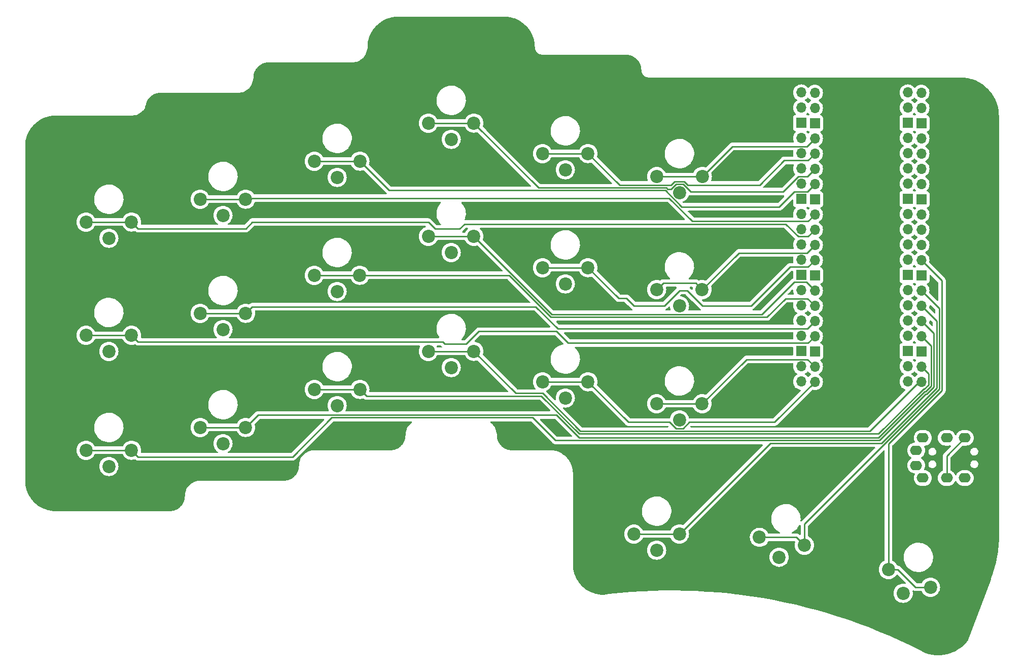
<source format=gbr>
%TF.GenerationSoftware,KiCad,Pcbnew,7.0.10*%
%TF.CreationDate,2024-02-16T13:50:27-07:00*%
%TF.ProjectId,kb42,6b623432-2e6b-4696-9361-645f70636258,rev?*%
%TF.SameCoordinates,Original*%
%TF.FileFunction,Copper,L1,Top*%
%TF.FilePolarity,Positive*%
%FSLAX46Y46*%
G04 Gerber Fmt 4.6, Leading zero omitted, Abs format (unit mm)*
G04 Created by KiCad (PCBNEW 7.0.10) date 2024-02-16 13:50:27*
%MOMM*%
%LPD*%
G01*
G04 APERTURE LIST*
%TA.AperFunction,ComponentPad*%
%ADD10C,2.200000*%
%TD*%
%TA.AperFunction,ComponentPad*%
%ADD11O,2.000000X1.600000*%
%TD*%
%TA.AperFunction,ComponentPad*%
%ADD12O,1.700000X1.700000*%
%TD*%
%TA.AperFunction,ComponentPad*%
%ADD13R,1.700000X1.700000*%
%TD*%
%TA.AperFunction,Conductor*%
%ADD14C,0.250000*%
%TD*%
G04 APERTURE END LIST*
D10*
%TO.P,SW18,1,1*%
%TO.N,R18*%
X165100000Y-98910000D03*
X172710000Y-98900000D03*
%TO.P,SW18,2,2*%
%TO.N,GND*%
X168910000Y-101600000D03*
%TD*%
%TO.P,SW11,1,1*%
%TO.N,R11*%
X146050000Y-76200000D03*
X153660000Y-76190000D03*
%TO.P,SW11,2,2*%
%TO.N,GND*%
X149860000Y-78890000D03*
%TD*%
%TO.P,SW2,1,1*%
%TO.N,R2*%
X88900000Y-64770000D03*
X96510000Y-64760000D03*
%TO.P,SW2,2,2*%
%TO.N,GND*%
X92710000Y-67460000D03*
%TD*%
%TO.P,SW13,1,1*%
%TO.N,R13*%
X69850000Y-106680000D03*
X77460000Y-106670000D03*
%TO.P,SW13,2,2*%
%TO.N,GND*%
X73660000Y-109370000D03*
%TD*%
%TO.P,SW4,1,1*%
%TO.N,R4*%
X127000000Y-52070000D03*
X134610000Y-52060000D03*
%TO.P,SW4,2,2*%
%TO.N,GND*%
X130810000Y-54760000D03*
%TD*%
%TO.P,SW21,1,1*%
%TO.N,R21*%
X203811051Y-126575741D03*
X210820000Y-129540000D03*
%TO.P,SW21,2,2*%
%TO.N,GND*%
X206267108Y-130540585D03*
%TD*%
%TO.P,SW3,1,1*%
%TO.N,R3*%
X107960000Y-58420000D03*
X115570000Y-58410000D03*
%TO.P,SW3,2,2*%
%TO.N,GND*%
X111770000Y-61110000D03*
%TD*%
%TO.P,SW17,1,1*%
%TO.N,R17*%
X146050000Y-95250000D03*
X153660000Y-95240000D03*
%TO.P,SW17,2,2*%
%TO.N,GND*%
X149860000Y-97940000D03*
%TD*%
%TO.P,SW10,1,1*%
%TO.N,R10*%
X127000000Y-70970000D03*
X134610000Y-70960000D03*
%TO.P,SW10,2,2*%
%TO.N,GND*%
X130810000Y-73660000D03*
%TD*%
%TO.P,SW8,1,1*%
%TO.N,R8*%
X88900000Y-83820000D03*
X96510000Y-83810000D03*
%TO.P,SW8,2,2*%
%TO.N,GND*%
X92710000Y-86510000D03*
%TD*%
%TO.P,SW1,1,1*%
%TO.N,R1*%
X69850000Y-68580000D03*
X77460000Y-68570000D03*
%TO.P,SW1,2,2*%
%TO.N,GND*%
X73660000Y-71270000D03*
%TD*%
%TO.P,SW7,1,1*%
%TO.N,R7*%
X69850000Y-87480000D03*
X77460000Y-87470000D03*
%TO.P,SW7,2,2*%
%TO.N,GND*%
X73660000Y-90170000D03*
%TD*%
%TO.P,SW5,1,1*%
%TO.N,R5*%
X146050000Y-57150000D03*
X153660000Y-57140000D03*
%TO.P,SW5,2,2*%
%TO.N,GND*%
X149860000Y-59840000D03*
%TD*%
%TO.P,SW9,1,1*%
%TO.N,R9*%
X107950000Y-77470000D03*
X115560000Y-77460000D03*
%TO.P,SW9,2,2*%
%TO.N,GND*%
X111760000Y-80160000D03*
%TD*%
%TO.P,SW15,1,1*%
%TO.N,R15*%
X107960000Y-96520000D03*
X115570000Y-96510000D03*
%TO.P,SW15,2,2*%
%TO.N,GND*%
X111770000Y-99210000D03*
%TD*%
%TO.P,SW12,1,1*%
%TO.N,R12*%
X165100000Y-79860000D03*
X172710000Y-79850000D03*
%TO.P,SW12,2,2*%
%TO.N,GND*%
X168910000Y-82550000D03*
%TD*%
%TO.P,SW6,1,1*%
%TO.N,R6*%
X165110000Y-60970000D03*
X172720000Y-60960000D03*
%TO.P,SW6,2,2*%
%TO.N,GND*%
X168920000Y-63660000D03*
%TD*%
D11*
%TO.P,J2,1,SLEEVE*%
%TO.N,3v3*%
X208442500Y-106700000D03*
X208442500Y-109200000D03*
%TO.P,J2,2,TIP*%
%TO.N,GND*%
X209542500Y-104600000D03*
X209542500Y-111300000D03*
%TO.P,J2,3,RING1*%
%TO.N,RX*%
X213542500Y-104600000D03*
X216542500Y-111300000D03*
%TO.P,J2,4,RING2*%
%TO.N,TX*%
X216542500Y-104600000D03*
X213542500Y-111300000D03*
%TD*%
D10*
%TO.P,SW20,1,1*%
%TO.N,R20*%
X182276283Y-121210518D03*
X189772406Y-122522133D03*
%TO.P,SW20,2,2*%
%TO.N,GND*%
X185561287Y-124521250D03*
%TD*%
%TO.P,SW19,1,1*%
%TO.N,R19*%
X161300000Y-120660000D03*
X168910000Y-120650000D03*
%TO.P,SW19,2,2*%
%TO.N,GND*%
X165110000Y-123350000D03*
%TD*%
%TO.P,SW14,1,1*%
%TO.N,R14*%
X88900000Y-102870000D03*
X96510000Y-102860000D03*
%TO.P,SW14,2,2*%
%TO.N,GND*%
X92710000Y-105560000D03*
%TD*%
D12*
%TO.P,U1,1,GPIO0*%
%TO.N,TX*%
X191530000Y-46990000D03*
X207010000Y-46953500D03*
%TO.P,U1,2,GPIO1*%
%TO.N,RX*%
X191530000Y-49530000D03*
X207010000Y-49493500D03*
D13*
%TO.P,U1,3,GND*%
%TO.N,unconnected-(U1-GND-Pad3)*%
X191530000Y-52070000D03*
X207010000Y-52033500D03*
D12*
%TO.P,U1,4,GPIO2*%
%TO.N,R6*%
X191530000Y-54610000D03*
X207010000Y-54573500D03*
%TO.P,U1,5,GPIO3*%
%TO.N,R5*%
X191530000Y-57150000D03*
X207010000Y-57113500D03*
%TO.P,U1,6,GPIO4*%
%TO.N,R4*%
X191530000Y-59690000D03*
X207010000Y-59653500D03*
%TO.P,U1,7,GPIO5*%
%TO.N,R3*%
X191530000Y-62230000D03*
X207010000Y-62193500D03*
D13*
%TO.P,U1,8,GND*%
%TO.N,GND*%
X191530000Y-64770000D03*
X207010000Y-64733500D03*
D12*
%TO.P,U1,9,GPIO6*%
%TO.N,R2*%
X191530000Y-67310000D03*
X207010000Y-67273500D03*
%TO.P,U1,10,GPIO7*%
%TO.N,R1*%
X191530000Y-69850000D03*
X207010000Y-69813500D03*
%TO.P,U1,11,GPIO8*%
%TO.N,R12*%
X191530000Y-72390000D03*
X207010000Y-72353500D03*
%TO.P,U1,12,GPIO9*%
%TO.N,R11*%
X191530000Y-74930000D03*
X207010000Y-74893500D03*
D13*
%TO.P,U1,13,GND*%
%TO.N,unconnected-(U1-GND-Pad13)*%
X191530000Y-77470000D03*
X207010000Y-77433500D03*
D12*
%TO.P,U1,14,GPIO10*%
%TO.N,R10*%
X191530000Y-80010000D03*
X207010000Y-79973500D03*
%TO.P,U1,15,GPIO11*%
%TO.N,R9*%
X191530000Y-82550000D03*
X207010000Y-82513500D03*
%TO.P,U1,16,GPIO12*%
%TO.N,R8*%
X191530000Y-85090000D03*
X207010000Y-85053500D03*
%TO.P,U1,17,GPIO13*%
%TO.N,R7*%
X191530000Y-87630000D03*
X207010000Y-87593500D03*
D13*
%TO.P,U1,18,GND*%
%TO.N,unconnected-(U1-GND-Pad18)*%
X191530000Y-90170000D03*
X207010000Y-90133500D03*
D12*
%TO.P,U1,19,GPIO14*%
%TO.N,R18*%
X191530000Y-92710000D03*
X207010000Y-92673500D03*
%TO.P,U1,20,GPIO15*%
%TO.N,R17*%
X191530000Y-95250000D03*
X207010000Y-95213500D03*
%TO.P,U1,21,GPIO16*%
%TO.N,R16*%
X189230000Y-95213500D03*
X209310000Y-95250000D03*
%TO.P,U1,22,GPIO17*%
%TO.N,R15*%
X189230000Y-92673500D03*
X209310000Y-92710000D03*
D13*
%TO.P,U1,23,GND*%
%TO.N,unconnected-(U1-GND-Pad23)*%
X189230000Y-90133500D03*
X209310000Y-90170000D03*
D12*
%TO.P,U1,24,GPIO18*%
%TO.N,R14*%
X189230000Y-87593500D03*
X209310000Y-87630000D03*
%TO.P,U1,25,GPIO19*%
%TO.N,R13*%
X189230000Y-85053500D03*
X209310000Y-85090000D03*
%TO.P,U1,26,GPIO20*%
%TO.N,R19*%
X189230000Y-82513500D03*
X209310000Y-82550000D03*
%TO.P,U1,27,GPIO21*%
%TO.N,R20*%
X189230000Y-79973500D03*
X209310000Y-80010000D03*
D13*
%TO.P,U1,28,GND*%
%TO.N,unconnected-(U1-GND-Pad28)*%
X189230000Y-77433500D03*
X209310000Y-77470000D03*
D12*
%TO.P,U1,29,GPIO22*%
%TO.N,R21*%
X189230000Y-74893500D03*
X209310000Y-74930000D03*
%TO.P,U1,30,RUN*%
%TO.N,unconnected-(U1-RUN-Pad30)*%
X189230000Y-72353500D03*
X209310000Y-72390000D03*
%TO.P,U1,31,GPIO26_ADC0*%
%TO.N,unconnected-(U1-GPIO26_ADC0-Pad31)*%
X189230000Y-69813500D03*
X209310000Y-69850000D03*
%TO.P,U1,32,GPIO27_ADC1*%
%TO.N,unconnected-(U1-GPIO27_ADC1-Pad32)*%
X189230000Y-67273500D03*
X209310000Y-67310000D03*
D13*
%TO.P,U1,33,AGND*%
%TO.N,unconnected-(U1-AGND-Pad33)*%
X189230000Y-64733500D03*
X209310000Y-64770000D03*
D12*
%TO.P,U1,34,GPIO28_ADC2*%
%TO.N,unconnected-(U1-GPIO28_ADC2-Pad34)*%
X189230000Y-62193500D03*
X209310000Y-62230000D03*
%TO.P,U1,35,ADC_VREF*%
%TO.N,unconnected-(U1-ADC_VREF-Pad35)*%
X189230000Y-59653500D03*
X209310000Y-59690000D03*
%TO.P,U1,36,3V3*%
%TO.N,3v3*%
X189230000Y-57113500D03*
X209310000Y-57150000D03*
%TO.P,U1,37,3V3_EN*%
%TO.N,unconnected-(U1-3V3_EN-Pad37)*%
X189230000Y-54573500D03*
X209310000Y-54610000D03*
D13*
%TO.P,U1,38,GND*%
%TO.N,unconnected-(U1-GND-Pad38)*%
X189230000Y-52033500D03*
X209310000Y-52070000D03*
D12*
%TO.P,U1,39,VSYS*%
%TO.N,unconnected-(U1-VSYS-Pad39)*%
X189230000Y-49493500D03*
X209310000Y-49530000D03*
%TO.P,U1,40,VBUS*%
%TO.N,unconnected-(U1-VBUS-Pad40)*%
X189230000Y-46953500D03*
X209310000Y-46990000D03*
%TD*%
D10*
%TO.P,SW16,1,1*%
%TO.N,R16*%
X127000000Y-90170000D03*
X134610000Y-90160000D03*
%TO.P,SW16,2,2*%
%TO.N,GND*%
X130810000Y-92860000D03*
%TD*%
D14*
%TO.N,R1*%
X132195000Y-69735000D02*
X133031500Y-68898500D01*
X96520000Y-69669999D02*
X97609999Y-68580000D01*
X69850000Y-68580000D02*
X77450000Y-68580000D01*
X127000000Y-68580000D02*
X128155000Y-69735000D01*
X97609999Y-68580000D02*
X127000000Y-68580000D01*
X188743299Y-70988500D02*
X190391500Y-70988500D01*
X77460000Y-68570000D02*
X78559999Y-69669999D01*
X186653299Y-68898500D02*
X188743299Y-70988500D01*
X78559999Y-69669999D02*
X96520000Y-69669999D01*
X128155000Y-69735000D02*
X132195000Y-69735000D01*
X190391500Y-70988500D02*
X191530000Y-69850000D01*
X133031500Y-68898500D02*
X186653299Y-68898500D01*
X77450000Y-68580000D02*
X77460000Y-68570000D01*
%TO.N,R2*%
X96500000Y-64770000D02*
X96510000Y-64760000D01*
X190391500Y-68448500D02*
X191530000Y-67310000D01*
X171056849Y-68448500D02*
X190391500Y-68448500D01*
X96685000Y-64585000D02*
X167193349Y-64585000D01*
X96510000Y-64760000D02*
X96685000Y-64585000D01*
X88900000Y-64770000D02*
X96500000Y-64770000D01*
X167193349Y-64585000D02*
X171056849Y-68448500D01*
%TO.N,R3*%
X166539745Y-63295000D02*
X169284745Y-66040000D01*
X107960000Y-58420000D02*
X115560000Y-58420000D01*
X120455000Y-63295000D02*
X166539745Y-63295000D01*
X115560000Y-58420000D02*
X115570000Y-58410000D01*
X169284745Y-66040000D02*
X185573500Y-66040000D01*
X188113500Y-63500000D02*
X190260000Y-63500000D01*
X185573500Y-66040000D02*
X188113500Y-63500000D01*
X115570000Y-58410000D02*
X120455000Y-63295000D01*
X190260000Y-63500000D02*
X191530000Y-62230000D01*
%TO.N,R4*%
X134610000Y-52060000D02*
X145395000Y-62845000D01*
X145395000Y-62845000D02*
X166726141Y-62845000D01*
X166726141Y-62845000D02*
X166950886Y-63069745D01*
X127000000Y-52070000D02*
X134600000Y-52070000D01*
X134600000Y-52070000D02*
X134610000Y-52060000D01*
X188801799Y-60960000D02*
X190260000Y-60960000D01*
X170775255Y-63500000D02*
X186261799Y-63500000D01*
X186261799Y-63500000D02*
X188801799Y-60960000D01*
X167495000Y-63069745D02*
X168329745Y-62235000D01*
X169510255Y-62235000D02*
X170775255Y-63500000D01*
X168329745Y-62235000D02*
X169510255Y-62235000D01*
X190260000Y-60960000D02*
X191530000Y-59690000D01*
X166950886Y-63069745D02*
X167495000Y-63069745D01*
%TO.N,R5*%
X146050000Y-57150000D02*
X153650000Y-57150000D01*
X153660000Y-57140000D02*
X158915000Y-62395000D01*
X190391500Y-58288500D02*
X191530000Y-57150000D01*
X158915000Y-62395000D02*
X167533349Y-62395000D01*
X153650000Y-57150000D02*
X153660000Y-57140000D01*
X170306651Y-62395000D02*
X182286799Y-62395000D01*
X182286799Y-62395000D02*
X186393299Y-58288500D01*
X186393299Y-58288500D02*
X190391500Y-58288500D01*
X168143349Y-61785000D02*
X169696651Y-61785000D01*
X167533349Y-62395000D02*
X168143349Y-61785000D01*
X169696651Y-61785000D02*
X170306651Y-62395000D01*
%TO.N,R6*%
X172710000Y-60970000D02*
X172720000Y-60960000D01*
X177741500Y-55938500D02*
X190201500Y-55938500D01*
X172720000Y-60960000D02*
X177741500Y-55938500D01*
X165110000Y-60970000D02*
X172710000Y-60970000D01*
X190201500Y-55938500D02*
X191530000Y-54610000D01*
%TO.N,R7*%
X129378399Y-88569999D02*
X129743400Y-88935000D01*
X190391500Y-88768500D02*
X191530000Y-87630000D01*
X129743400Y-88935000D02*
X133315000Y-88935000D01*
X78559999Y-88569999D02*
X129378399Y-88569999D01*
X150362104Y-88768500D02*
X190391500Y-88768500D01*
X77450000Y-87480000D02*
X77460000Y-87470000D01*
X148403604Y-86810000D02*
X150362104Y-88768500D01*
X69850000Y-87480000D02*
X77450000Y-87480000D01*
X77460000Y-87470000D02*
X78559999Y-88569999D01*
X133315000Y-88935000D02*
X135440000Y-86810000D01*
X135440000Y-86810000D02*
X148403604Y-86810000D01*
%TO.N,R8*%
X148590000Y-86360000D02*
X190260000Y-86360000D01*
X97609999Y-82710001D02*
X144940001Y-82710001D01*
X96500000Y-83820000D02*
X96510000Y-83810000D01*
X144940001Y-82710001D02*
X148590000Y-86360000D01*
X88900000Y-83820000D02*
X96500000Y-83820000D01*
X96510000Y-83810000D02*
X97609999Y-82710001D01*
X190260000Y-86360000D02*
X191530000Y-85090000D01*
%TO.N,R9*%
X186631500Y-81338500D02*
X190318500Y-81338500D01*
X115550000Y-77470000D02*
X115560000Y-77460000D01*
X107950000Y-77470000D02*
X115550000Y-77470000D01*
X190318500Y-81338500D02*
X191530000Y-82550000D01*
X115560000Y-77460000D02*
X140473604Y-77460000D01*
X140473604Y-77460000D02*
X147438604Y-84425000D01*
X147438604Y-84425000D02*
X183545000Y-84425000D01*
X183545000Y-84425000D02*
X186631500Y-81338500D01*
%TO.N,R10*%
X188055000Y-78608500D02*
X190128500Y-78608500D01*
X134610000Y-70960000D02*
X147625000Y-83975000D01*
X147625000Y-83975000D02*
X182688500Y-83975000D01*
X134600000Y-70970000D02*
X134610000Y-70960000D01*
X190128500Y-78608500D02*
X191530000Y-80010000D01*
X182688500Y-83975000D02*
X188055000Y-78608500D01*
X127000000Y-70970000D02*
X134600000Y-70970000D01*
%TO.N,R11*%
X166370000Y-82550000D02*
X168910000Y-80010000D01*
X190391500Y-76068500D02*
X191530000Y-74930000D01*
X172720000Y-82550000D02*
X180885201Y-82550000D01*
X160025000Y-81285000D02*
X161290000Y-82550000D01*
X146050000Y-76200000D02*
X153650000Y-76200000D01*
X187366701Y-76068500D02*
X190391500Y-76068500D01*
X161290000Y-82550000D02*
X166370000Y-82550000D01*
X153660000Y-76190000D02*
X158755000Y-81285000D01*
X153650000Y-76200000D02*
X153660000Y-76190000D01*
X168910000Y-80010000D02*
X170180000Y-80010000D01*
X170180000Y-80010000D02*
X172720000Y-82550000D01*
X158755000Y-81285000D02*
X160025000Y-81285000D01*
X180885201Y-82550000D02*
X187366701Y-76068500D01*
%TO.N,R12*%
X190201500Y-73718500D02*
X191530000Y-72390000D01*
X165100000Y-79860000D02*
X166199999Y-78760001D01*
X178841500Y-73718500D02*
X190201500Y-73718500D01*
X172710000Y-79850000D02*
X178841500Y-73718500D01*
X166199999Y-78760001D02*
X171620001Y-78760001D01*
X171620001Y-78760001D02*
X172710000Y-79850000D01*
%TO.N,R13*%
X69850000Y-106680000D02*
X77450000Y-106680000D01*
X104320001Y-107769999D02*
X110860000Y-101230000D01*
X210017792Y-97325000D02*
X210169493Y-97325000D01*
X110860000Y-101230000D02*
X144410000Y-101230000D01*
X148220000Y-105040000D02*
X202302792Y-105040000D01*
X78559999Y-107769999D02*
X104320001Y-107769999D01*
X144410000Y-101230000D02*
X148220000Y-105040000D01*
X211385000Y-87165000D02*
X209310000Y-85090000D01*
X210169493Y-97325000D02*
X211385000Y-96109493D01*
X77460000Y-106670000D02*
X78559999Y-107769999D01*
X77450000Y-106680000D02*
X77460000Y-106670000D01*
X202302792Y-105040000D02*
X210017792Y-97325000D01*
X211385000Y-96109493D02*
X211385000Y-87165000D01*
%TO.N,R14*%
X210935000Y-95923097D02*
X210935000Y-89255000D01*
X152213604Y-104590000D02*
X202116396Y-104590000D01*
X209983097Y-96875000D02*
X210935000Y-95923097D01*
X96510000Y-102860000D02*
X98590000Y-100780000D01*
X88900000Y-102870000D02*
X96500000Y-102870000D01*
X96500000Y-102870000D02*
X96510000Y-102860000D01*
X210935000Y-89255000D02*
X209310000Y-87630000D01*
X202116396Y-104590000D02*
X209831396Y-96875000D01*
X98590000Y-100780000D02*
X148403604Y-100780000D01*
X148403604Y-100780000D02*
X152213604Y-104590000D01*
X209831396Y-96875000D02*
X209983097Y-96875000D01*
%TO.N,R15*%
X209796701Y-96425000D02*
X210485000Y-95736701D01*
X210485000Y-95736701D02*
X210485000Y-93885000D01*
X202145000Y-103925000D02*
X209645000Y-96425000D01*
X145869999Y-97609999D02*
X152185000Y-103925000D01*
X107960000Y-96520000D02*
X115560000Y-96520000D01*
X115570000Y-96510000D02*
X116669999Y-97609999D01*
X210485000Y-93885000D02*
X209310000Y-92710000D01*
X115560000Y-96520000D02*
X115570000Y-96510000D01*
X116669999Y-97609999D02*
X145869999Y-97609999D01*
X152185000Y-103925000D02*
X202145000Y-103925000D01*
X209645000Y-96425000D02*
X209796701Y-96425000D01*
%TO.N,R16*%
X200688604Y-103475000D02*
X208913604Y-95250000D01*
X152371396Y-103475000D02*
X200688604Y-103475000D01*
X141609999Y-97159999D02*
X146056395Y-97159999D01*
X134610000Y-90160000D02*
X141609999Y-97159999D01*
X146056395Y-97159999D02*
X152371396Y-103475000D01*
X208913604Y-95250000D02*
X209310000Y-95250000D01*
X134600000Y-90170000D02*
X134610000Y-90160000D01*
X127000000Y-90170000D02*
X134600000Y-90170000D01*
%TO.N,R17*%
X153650000Y-95250000D02*
X153660000Y-95240000D01*
X170555255Y-101970000D02*
X184810000Y-101970000D01*
X168319745Y-103025000D02*
X169500255Y-103025000D01*
X146050000Y-95250000D02*
X153650000Y-95250000D01*
X184810000Y-101970000D02*
X191530000Y-95250000D01*
X167264745Y-101970000D02*
X168319745Y-103025000D01*
X153660000Y-95240000D02*
X160390000Y-101970000D01*
X169500255Y-103025000D02*
X170555255Y-101970000D01*
X160390000Y-101970000D02*
X167264745Y-101970000D01*
%TO.N,R18*%
X165100000Y-98910000D02*
X172700000Y-98910000D01*
X180111500Y-91498500D02*
X190318500Y-91498500D01*
X172710000Y-98900000D02*
X180111500Y-91498500D01*
X190318500Y-91498500D02*
X191530000Y-92710000D01*
X172700000Y-98910000D02*
X172710000Y-98900000D01*
%TO.N,R19*%
X168900000Y-120660000D02*
X168910000Y-120650000D01*
X184070000Y-105490000D02*
X202640889Y-105490000D01*
X161300000Y-120660000D02*
X168900000Y-120660000D01*
X168910000Y-120650000D02*
X184070000Y-105490000D01*
X211835000Y-85075000D02*
X209310000Y-82550000D01*
X202640889Y-105490000D02*
X211835000Y-96295889D01*
X211835000Y-96295889D02*
X211835000Y-85075000D01*
%TO.N,R20*%
X212285000Y-96482285D02*
X212285000Y-82985000D01*
X182276283Y-121210518D02*
X188460791Y-121210518D01*
X189772406Y-122522133D02*
X189772406Y-118994879D01*
X212285000Y-82985000D02*
X209310000Y-80010000D01*
X189772406Y-118994879D02*
X212285000Y-96482285D01*
X188460791Y-121210518D02*
X189772406Y-122522133D01*
%TO.N,R21*%
X208330944Y-129540000D02*
X210820000Y-129540000D01*
X205366685Y-126575741D02*
X208330944Y-129540000D01*
X212735000Y-78355000D02*
X209310000Y-74930000D01*
X203811051Y-126575741D02*
X203811051Y-105592630D01*
X203811051Y-126575741D02*
X205366685Y-126575741D01*
X212735000Y-96668681D02*
X212735000Y-78355000D01*
X203811051Y-105592630D02*
X212735000Y-96668681D01*
%TO.N,TX*%
X213542500Y-111300000D02*
X213542500Y-107600000D01*
X213542500Y-107600000D02*
X216542500Y-104600000D01*
%TD*%
%TA.AperFunction,NonConductor*%
G36*
X208232030Y-47809631D02*
G01*
X208248795Y-47828968D01*
X208271505Y-47861401D01*
X208271506Y-47861402D01*
X208438597Y-48028493D01*
X208438603Y-48028498D01*
X208624158Y-48158425D01*
X208667783Y-48213002D01*
X208674977Y-48282500D01*
X208643454Y-48344855D01*
X208624158Y-48361575D01*
X208438597Y-48491505D01*
X208271508Y-48658595D01*
X208268023Y-48662749D01*
X208266130Y-48661161D01*
X208219561Y-48698243D01*
X208150050Y-48705306D01*
X208087754Y-48673667D01*
X208071204Y-48654532D01*
X208048495Y-48622099D01*
X208048493Y-48622097D01*
X208048492Y-48622095D01*
X207881402Y-48455006D01*
X207881396Y-48455001D01*
X207695842Y-48325075D01*
X207652217Y-48270498D01*
X207645023Y-48201000D01*
X207676546Y-48138645D01*
X207695842Y-48121925D01*
X207792526Y-48054226D01*
X207881401Y-47991995D01*
X208048495Y-47824901D01*
X208048496Y-47824900D01*
X208051974Y-47820756D01*
X208053909Y-47822380D01*
X208100165Y-47785368D01*
X208169660Y-47778140D01*
X208232030Y-47809631D01*
G37*
%TD.AperFunction*%
%TA.AperFunction,NonConductor*%
G36*
X190452030Y-47809631D02*
G01*
X190468795Y-47828968D01*
X190491505Y-47861401D01*
X190491506Y-47861402D01*
X190658597Y-48028493D01*
X190658603Y-48028498D01*
X190844158Y-48158425D01*
X190887783Y-48213002D01*
X190894977Y-48282500D01*
X190863454Y-48344855D01*
X190844158Y-48361575D01*
X190658597Y-48491505D01*
X190491508Y-48658595D01*
X190488023Y-48662749D01*
X190486130Y-48661161D01*
X190439561Y-48698243D01*
X190370050Y-48705306D01*
X190307754Y-48673667D01*
X190291204Y-48654532D01*
X190268495Y-48622099D01*
X190268493Y-48622097D01*
X190268492Y-48622095D01*
X190101402Y-48455006D01*
X190101396Y-48455001D01*
X189915842Y-48325075D01*
X189872217Y-48270498D01*
X189865023Y-48201000D01*
X189896546Y-48138645D01*
X189915842Y-48121925D01*
X190012526Y-48054226D01*
X190101401Y-47991995D01*
X190268495Y-47824901D01*
X190268496Y-47824900D01*
X190271974Y-47820756D01*
X190273909Y-47822380D01*
X190320165Y-47785368D01*
X190389660Y-47778140D01*
X190452030Y-47809631D01*
G37*
%TD.AperFunction*%
%TA.AperFunction,NonConductor*%
G36*
X208232030Y-50349631D02*
G01*
X208248795Y-50368968D01*
X208271505Y-50401401D01*
X208271506Y-50401402D01*
X208393430Y-50523326D01*
X208426915Y-50584649D01*
X208421931Y-50654341D01*
X208380059Y-50710274D01*
X208349083Y-50727189D01*
X208236670Y-50769117D01*
X208166978Y-50774101D01*
X208119027Y-50752203D01*
X208102331Y-50739704D01*
X208102328Y-50739703D01*
X208102327Y-50739702D01*
X208102326Y-50739701D01*
X207970917Y-50690689D01*
X207914983Y-50648818D01*
X207890566Y-50583353D01*
X207905418Y-50515080D01*
X207926563Y-50486832D01*
X208048495Y-50364901D01*
X208048497Y-50364897D01*
X208048502Y-50364893D01*
X208051974Y-50360756D01*
X208053909Y-50362380D01*
X208100165Y-50325368D01*
X208169660Y-50318140D01*
X208232030Y-50349631D01*
G37*
%TD.AperFunction*%
%TA.AperFunction,NonConductor*%
G36*
X190452030Y-50349631D02*
G01*
X190468795Y-50368968D01*
X190491505Y-50401401D01*
X190491506Y-50401402D01*
X190613430Y-50523326D01*
X190646915Y-50584649D01*
X190641931Y-50654341D01*
X190600059Y-50710274D01*
X190569083Y-50727189D01*
X190456670Y-50769117D01*
X190386978Y-50774101D01*
X190339027Y-50752203D01*
X190322331Y-50739704D01*
X190322328Y-50739703D01*
X190322327Y-50739702D01*
X190322326Y-50739701D01*
X190190917Y-50690689D01*
X190134983Y-50648818D01*
X190110566Y-50583353D01*
X190125418Y-50515080D01*
X190146563Y-50486832D01*
X190268495Y-50364901D01*
X190268497Y-50364897D01*
X190268502Y-50364893D01*
X190271974Y-50360756D01*
X190273909Y-50362380D01*
X190320165Y-50325368D01*
X190389660Y-50318140D01*
X190452030Y-50349631D01*
G37*
%TD.AperFunction*%
%TA.AperFunction,NonConductor*%
G36*
X208200972Y-53351296D02*
G01*
X208217669Y-53363796D01*
X208217670Y-53363796D01*
X208217671Y-53363797D01*
X208217670Y-53363797D01*
X208349082Y-53412810D01*
X208405016Y-53454681D01*
X208429433Y-53520145D01*
X208414582Y-53588418D01*
X208393431Y-53616673D01*
X208271503Y-53738601D01*
X208268023Y-53742749D01*
X208266130Y-53741161D01*
X208219561Y-53778243D01*
X208150050Y-53785306D01*
X208087754Y-53753667D01*
X208071204Y-53734532D01*
X208048495Y-53702099D01*
X207926567Y-53580171D01*
X207893084Y-53518851D01*
X207898068Y-53449159D01*
X207939939Y-53393225D01*
X207970912Y-53376311D01*
X208083333Y-53334381D01*
X208153020Y-53329398D01*
X208200972Y-53351296D01*
G37*
%TD.AperFunction*%
%TA.AperFunction,NonConductor*%
G36*
X190420972Y-53351296D02*
G01*
X190437669Y-53363796D01*
X190437670Y-53363796D01*
X190437671Y-53363797D01*
X190437670Y-53363797D01*
X190569082Y-53412810D01*
X190625016Y-53454681D01*
X190649433Y-53520145D01*
X190634582Y-53588418D01*
X190613431Y-53616673D01*
X190491503Y-53738601D01*
X190488023Y-53742749D01*
X190486130Y-53741161D01*
X190439561Y-53778243D01*
X190370050Y-53785306D01*
X190307754Y-53753667D01*
X190291204Y-53734532D01*
X190268495Y-53702099D01*
X190146567Y-53580171D01*
X190113084Y-53518851D01*
X190118068Y-53449159D01*
X190159939Y-53393225D01*
X190190912Y-53376311D01*
X190303333Y-53334381D01*
X190373020Y-53329398D01*
X190420972Y-53351296D01*
G37*
%TD.AperFunction*%
%TA.AperFunction,NonConductor*%
G36*
X208232030Y-55429631D02*
G01*
X208248795Y-55448968D01*
X208271505Y-55481401D01*
X208271506Y-55481402D01*
X208438597Y-55648493D01*
X208438603Y-55648498D01*
X208624158Y-55778425D01*
X208667783Y-55833002D01*
X208674977Y-55902500D01*
X208643454Y-55964855D01*
X208624158Y-55981575D01*
X208438597Y-56111505D01*
X208271508Y-56278595D01*
X208268023Y-56282749D01*
X208266130Y-56281161D01*
X208219561Y-56318243D01*
X208150050Y-56325306D01*
X208087754Y-56293667D01*
X208071204Y-56274532D01*
X208048495Y-56242099D01*
X208048493Y-56242097D01*
X208048492Y-56242095D01*
X207881402Y-56075006D01*
X207881396Y-56075001D01*
X207695842Y-55945075D01*
X207652217Y-55890498D01*
X207645023Y-55821000D01*
X207676546Y-55758645D01*
X207695842Y-55741925D01*
X207718026Y-55726391D01*
X207881401Y-55611995D01*
X208048495Y-55444901D01*
X208048496Y-55444900D01*
X208051974Y-55440756D01*
X208053909Y-55442380D01*
X208100165Y-55405368D01*
X208169660Y-55398140D01*
X208232030Y-55429631D01*
G37*
%TD.AperFunction*%
%TA.AperFunction,NonConductor*%
G36*
X208232030Y-57969631D02*
G01*
X208248795Y-57988968D01*
X208271505Y-58021401D01*
X208271506Y-58021402D01*
X208438597Y-58188493D01*
X208438603Y-58188498D01*
X208624158Y-58318425D01*
X208667783Y-58373002D01*
X208674977Y-58442500D01*
X208643454Y-58504855D01*
X208624158Y-58521575D01*
X208438597Y-58651505D01*
X208271508Y-58818595D01*
X208268023Y-58822749D01*
X208266130Y-58821161D01*
X208219561Y-58858243D01*
X208150050Y-58865306D01*
X208087754Y-58833667D01*
X208071204Y-58814532D01*
X208048495Y-58782099D01*
X208048493Y-58782097D01*
X208048492Y-58782095D01*
X207881402Y-58615006D01*
X207881396Y-58615001D01*
X207695842Y-58485075D01*
X207652217Y-58430498D01*
X207645023Y-58361000D01*
X207676546Y-58298645D01*
X207695842Y-58281925D01*
X207829269Y-58188498D01*
X207881401Y-58151995D01*
X208048495Y-57984901D01*
X208048496Y-57984900D01*
X208051974Y-57980756D01*
X208053909Y-57982380D01*
X208100165Y-57945368D01*
X208169660Y-57938140D01*
X208232030Y-57969631D01*
G37*
%TD.AperFunction*%
%TA.AperFunction,NonConductor*%
G36*
X208232030Y-60509631D02*
G01*
X208248795Y-60528968D01*
X208271505Y-60561401D01*
X208271506Y-60561402D01*
X208438597Y-60728493D01*
X208438603Y-60728498D01*
X208624158Y-60858425D01*
X208667783Y-60913002D01*
X208674977Y-60982500D01*
X208643454Y-61044855D01*
X208624158Y-61061575D01*
X208438597Y-61191505D01*
X208271508Y-61358595D01*
X208268023Y-61362749D01*
X208266130Y-61361161D01*
X208219561Y-61398243D01*
X208150050Y-61405306D01*
X208087754Y-61373667D01*
X208071204Y-61354532D01*
X208048495Y-61322099D01*
X208048493Y-61322097D01*
X208048492Y-61322095D01*
X207881402Y-61155006D01*
X207881396Y-61155001D01*
X207695842Y-61025075D01*
X207652217Y-60970498D01*
X207645023Y-60901000D01*
X207676546Y-60838645D01*
X207695842Y-60821925D01*
X207829269Y-60728498D01*
X207881401Y-60691995D01*
X208048495Y-60524901D01*
X208048496Y-60524900D01*
X208051974Y-60520756D01*
X208053909Y-60522380D01*
X208100165Y-60485368D01*
X208169660Y-60478140D01*
X208232030Y-60509631D01*
G37*
%TD.AperFunction*%
%TA.AperFunction,NonConductor*%
G36*
X187884536Y-56583685D02*
G01*
X187930291Y-56636489D01*
X187940235Y-56705647D01*
X187937272Y-56720093D01*
X187894938Y-56878086D01*
X187894936Y-56878096D01*
X187874341Y-57113499D01*
X187874341Y-57113500D01*
X187894936Y-57348903D01*
X187894938Y-57348913D01*
X187937272Y-57506907D01*
X187935609Y-57576757D01*
X187896446Y-57634619D01*
X187832218Y-57662123D01*
X187817497Y-57663000D01*
X186476042Y-57663000D01*
X186460421Y-57661275D01*
X186460395Y-57661561D01*
X186452633Y-57660827D01*
X186452632Y-57660827D01*
X186411392Y-57662123D01*
X186385426Y-57662939D01*
X186381531Y-57663000D01*
X186353946Y-57663000D01*
X186349960Y-57663503D01*
X186338332Y-57664418D01*
X186294672Y-57665790D01*
X186275428Y-57671381D01*
X186256378Y-57675325D01*
X186236510Y-57677834D01*
X186236509Y-57677834D01*
X186195898Y-57693913D01*
X186184853Y-57697694D01*
X186142913Y-57709879D01*
X186142909Y-57709881D01*
X186125665Y-57720079D01*
X186108204Y-57728633D01*
X186089573Y-57736010D01*
X186089561Y-57736017D01*
X186054232Y-57761685D01*
X186044472Y-57768096D01*
X186006879Y-57790329D01*
X185992713Y-57804495D01*
X185977923Y-57817127D01*
X185961713Y-57828904D01*
X185961710Y-57828907D01*
X185933872Y-57862558D01*
X185926010Y-57871197D01*
X182064027Y-61733181D01*
X182002704Y-61766666D01*
X181976346Y-61769500D01*
X174302643Y-61769500D01*
X174235604Y-61749815D01*
X174189849Y-61697011D01*
X174179905Y-61627853D01*
X174188082Y-61598048D01*
X174246872Y-61456114D01*
X174246872Y-61456113D01*
X174246873Y-61456111D01*
X174305683Y-61211148D01*
X174325449Y-60960000D01*
X174305683Y-60708852D01*
X174272074Y-60568859D01*
X174246872Y-60463884D01*
X174235767Y-60437074D01*
X174228298Y-60367605D01*
X174259573Y-60305126D01*
X174262618Y-60301970D01*
X177964272Y-56600319D01*
X178025595Y-56566834D01*
X178051953Y-56564000D01*
X187817497Y-56564000D01*
X187884536Y-56583685D01*
G37*
%TD.AperFunction*%
%TA.AperFunction,NonConductor*%
G36*
X187957120Y-58933685D02*
G01*
X188002875Y-58986489D01*
X188012819Y-59055647D01*
X188002463Y-59090405D01*
X187956098Y-59189835D01*
X187956094Y-59189844D01*
X187894938Y-59418086D01*
X187894936Y-59418096D01*
X187874341Y-59653499D01*
X187874341Y-59653500D01*
X187894936Y-59888903D01*
X187894938Y-59888913D01*
X187956094Y-60117155D01*
X187956096Y-60117159D01*
X187956097Y-60117163D01*
X188026411Y-60267952D01*
X188055965Y-60331330D01*
X188055967Y-60331334D01*
X188191507Y-60524904D01*
X188191838Y-60525299D01*
X188191929Y-60525507D01*
X188194610Y-60529336D01*
X188193840Y-60529874D01*
X188219848Y-60589308D01*
X188208805Y-60658300D01*
X188184526Y-60692681D01*
X186039027Y-62838181D01*
X185977704Y-62871666D01*
X185951346Y-62874500D01*
X182991250Y-62874500D01*
X182924211Y-62854815D01*
X182878456Y-62802011D01*
X182868512Y-62732853D01*
X182897537Y-62669297D01*
X182903569Y-62662819D01*
X183727530Y-61838859D01*
X186616071Y-58950319D01*
X186677394Y-58916834D01*
X186703752Y-58914000D01*
X187890081Y-58914000D01*
X187957120Y-58933685D01*
G37*
%TD.AperFunction*%
%TA.AperFunction,NonConductor*%
G36*
X208232030Y-63049631D02*
G01*
X208248795Y-63068968D01*
X208271505Y-63101401D01*
X208271506Y-63101402D01*
X208393430Y-63223326D01*
X208426915Y-63284649D01*
X208421931Y-63354341D01*
X208380059Y-63410274D01*
X208349083Y-63427189D01*
X208236670Y-63469117D01*
X208166978Y-63474101D01*
X208119027Y-63452203D01*
X208102331Y-63439704D01*
X208102328Y-63439703D01*
X208102327Y-63439702D01*
X208102326Y-63439701D01*
X207970917Y-63390689D01*
X207914983Y-63348818D01*
X207890566Y-63283353D01*
X207905418Y-63215080D01*
X207926563Y-63186832D01*
X208048495Y-63064901D01*
X208048497Y-63064897D01*
X208048502Y-63064893D01*
X208051974Y-63060756D01*
X208053909Y-63062380D01*
X208100165Y-63025368D01*
X208169660Y-63018140D01*
X208232030Y-63049631D01*
G37*
%TD.AperFunction*%
%TA.AperFunction,NonConductor*%
G36*
X170591382Y-64104933D02*
G01*
X170591868Y-64103261D01*
X170599352Y-64105435D01*
X170599355Y-64105435D01*
X170599359Y-64105437D01*
X170642505Y-64112270D01*
X170653927Y-64114636D01*
X170696236Y-64125500D01*
X170716271Y-64125500D01*
X170735669Y-64127026D01*
X170755449Y-64130159D01*
X170755450Y-64130160D01*
X170755450Y-64130159D01*
X170755451Y-64130160D01*
X170798930Y-64126050D01*
X170810599Y-64125500D01*
X186179056Y-64125500D01*
X186194676Y-64127224D01*
X186194703Y-64126939D01*
X186202459Y-64127671D01*
X186202466Y-64127673D01*
X186269672Y-64125561D01*
X186273567Y-64125500D01*
X186304047Y-64125500D01*
X186371086Y-64145185D01*
X186416841Y-64197989D01*
X186426785Y-64267147D01*
X186397760Y-64330703D01*
X186391728Y-64337181D01*
X185350728Y-65378181D01*
X185289405Y-65411666D01*
X185263047Y-65414500D01*
X169595198Y-65414500D01*
X169528159Y-65394815D01*
X169507517Y-65378181D01*
X169476694Y-65347358D01*
X169443209Y-65286035D01*
X169448193Y-65216343D01*
X169490065Y-65160410D01*
X169516923Y-65145116D01*
X169648855Y-65090468D01*
X169648856Y-65090467D01*
X169648859Y-65090466D01*
X169863659Y-64958836D01*
X170055224Y-64795224D01*
X170218836Y-64603659D01*
X170350466Y-64388859D01*
X170439646Y-64173557D01*
X170483486Y-64119154D01*
X170549780Y-64097089D01*
X170591382Y-64104933D01*
G37*
%TD.AperFunction*%
%TA.AperFunction,NonConductor*%
G36*
X208200972Y-66051296D02*
G01*
X208217669Y-66063796D01*
X208217670Y-66063796D01*
X208217671Y-66063797D01*
X208217670Y-66063797D01*
X208349082Y-66112810D01*
X208405016Y-66154681D01*
X208429433Y-66220145D01*
X208414582Y-66288418D01*
X208393431Y-66316673D01*
X208271503Y-66438601D01*
X208268023Y-66442749D01*
X208266130Y-66441161D01*
X208219561Y-66478243D01*
X208150050Y-66485306D01*
X208087754Y-66453667D01*
X208071204Y-66434532D01*
X208048495Y-66402099D01*
X207926567Y-66280171D01*
X207893084Y-66218851D01*
X207898068Y-66149159D01*
X207939939Y-66093225D01*
X207970912Y-66076311D01*
X208083333Y-66034381D01*
X208153020Y-66029398D01*
X208200972Y-66051296D01*
G37*
%TD.AperFunction*%
%TA.AperFunction,NonConductor*%
G36*
X190420972Y-66051296D02*
G01*
X190437669Y-66063796D01*
X190437670Y-66063796D01*
X190437671Y-66063797D01*
X190437670Y-66063797D01*
X190569082Y-66112810D01*
X190625016Y-66154681D01*
X190649433Y-66220145D01*
X190634582Y-66288418D01*
X190613431Y-66316673D01*
X190491503Y-66438601D01*
X190488023Y-66442749D01*
X190486130Y-66441161D01*
X190439561Y-66478243D01*
X190370050Y-66485306D01*
X190307754Y-66453667D01*
X190291204Y-66434532D01*
X190268495Y-66402099D01*
X190146567Y-66280171D01*
X190113084Y-66218851D01*
X190118068Y-66149159D01*
X190159939Y-66093225D01*
X190190912Y-66076311D01*
X190303333Y-66034381D01*
X190373020Y-66029398D01*
X190420972Y-66051296D01*
G37*
%TD.AperFunction*%
%TA.AperFunction,NonConductor*%
G36*
X187798834Y-64801769D02*
G01*
X187854767Y-64843641D01*
X187879184Y-64909105D01*
X187879500Y-64917951D01*
X187879500Y-65631370D01*
X187879501Y-65631376D01*
X187885908Y-65690983D01*
X187936202Y-65825828D01*
X187936206Y-65825835D01*
X188022452Y-65941044D01*
X188022455Y-65941047D01*
X188137664Y-66027293D01*
X188137671Y-66027297D01*
X188269081Y-66076310D01*
X188325015Y-66118181D01*
X188349432Y-66183645D01*
X188334580Y-66251918D01*
X188313430Y-66280173D01*
X188191503Y-66402100D01*
X188055965Y-66595669D01*
X188055964Y-66595671D01*
X187956098Y-66809835D01*
X187956094Y-66809844D01*
X187894938Y-67038086D01*
X187894936Y-67038096D01*
X187874341Y-67273499D01*
X187874341Y-67273500D01*
X187894936Y-67508903D01*
X187894938Y-67508913D01*
X187937272Y-67666907D01*
X187935609Y-67736757D01*
X187896446Y-67794619D01*
X187832218Y-67822123D01*
X187817497Y-67823000D01*
X171367301Y-67823000D01*
X171300262Y-67803315D01*
X171279620Y-67786681D01*
X170370120Y-66877181D01*
X170336635Y-66815858D01*
X170341619Y-66746166D01*
X170383491Y-66690233D01*
X170448955Y-66665816D01*
X170457801Y-66665500D01*
X185490757Y-66665500D01*
X185506377Y-66667224D01*
X185506404Y-66666939D01*
X185514160Y-66667671D01*
X185514167Y-66667673D01*
X185581373Y-66665561D01*
X185585268Y-66665500D01*
X185612846Y-66665500D01*
X185612850Y-66665500D01*
X185616824Y-66664997D01*
X185628463Y-66664080D01*
X185672127Y-66662709D01*
X185691369Y-66657117D01*
X185710412Y-66653174D01*
X185730292Y-66650664D01*
X185770901Y-66634585D01*
X185781944Y-66630803D01*
X185823890Y-66618618D01*
X185841129Y-66608422D01*
X185858603Y-66599862D01*
X185877227Y-66592488D01*
X185877227Y-66592487D01*
X185877232Y-66592486D01*
X185912583Y-66566800D01*
X185922314Y-66560408D01*
X185959920Y-66538170D01*
X185974089Y-66523999D01*
X185988879Y-66511368D01*
X186005087Y-66499594D01*
X186032938Y-66465926D01*
X186040779Y-66457309D01*
X187667820Y-64830268D01*
X187729142Y-64796785D01*
X187798834Y-64801769D01*
G37*
%TD.AperFunction*%
%TA.AperFunction,NonConductor*%
G36*
X166949936Y-65230185D02*
G01*
X166970578Y-65246819D01*
X169785077Y-68061319D01*
X169818562Y-68122642D01*
X169813578Y-68192334D01*
X169771706Y-68248267D01*
X169706242Y-68272684D01*
X169697396Y-68273000D01*
X133189338Y-68273000D01*
X133122299Y-68253315D01*
X133076544Y-68200511D01*
X133066600Y-68131353D01*
X133072968Y-68106175D01*
X133107780Y-68011580D01*
X133164052Y-67858670D01*
X133234069Y-67551905D01*
X133264283Y-67238704D01*
X133254198Y-66924211D01*
X133203979Y-66613590D01*
X133114451Y-66311941D01*
X133114450Y-66311939D01*
X133114449Y-66311935D01*
X132987087Y-66024223D01*
X132987084Y-66024216D01*
X132823970Y-65755142D01*
X132627786Y-65509135D01*
X132539437Y-65423574D01*
X132504975Y-65362797D01*
X132508842Y-65293034D01*
X132549811Y-65236437D01*
X132614876Y-65210974D01*
X132625703Y-65210500D01*
X166882897Y-65210500D01*
X166949936Y-65230185D01*
G37*
%TD.AperFunction*%
%TA.AperFunction,NonConductor*%
G36*
X208232030Y-68129631D02*
G01*
X208248795Y-68148968D01*
X208271505Y-68181401D01*
X208271506Y-68181402D01*
X208438597Y-68348493D01*
X208438603Y-68348498D01*
X208624158Y-68478425D01*
X208667783Y-68533002D01*
X208674977Y-68602500D01*
X208643454Y-68664855D01*
X208624158Y-68681575D01*
X208438597Y-68811505D01*
X208271508Y-68978595D01*
X208268023Y-68982749D01*
X208266130Y-68981161D01*
X208219561Y-69018243D01*
X208150050Y-69025306D01*
X208087754Y-68993667D01*
X208071204Y-68974532D01*
X208048495Y-68942099D01*
X208048493Y-68942097D01*
X208048492Y-68942095D01*
X207881402Y-68775006D01*
X207881396Y-68775001D01*
X207695842Y-68645075D01*
X207652217Y-68590498D01*
X207645023Y-68521000D01*
X207676546Y-68458645D01*
X207695842Y-68441925D01*
X207829269Y-68348498D01*
X207881401Y-68311995D01*
X208048495Y-68144901D01*
X208048496Y-68144900D01*
X208051974Y-68140756D01*
X208053909Y-68142380D01*
X208100165Y-68105368D01*
X208169660Y-68098140D01*
X208232030Y-68129631D01*
G37*
%TD.AperFunction*%
%TA.AperFunction,NonConductor*%
G36*
X133557862Y-69543685D02*
G01*
X133603617Y-69596489D01*
X133613561Y-69665647D01*
X133584536Y-69729203D01*
X133571356Y-69742288D01*
X133474776Y-69824776D01*
X133311161Y-70016343D01*
X133311160Y-70016346D01*
X133179533Y-70231141D01*
X133179532Y-70231143D01*
X133164286Y-70267952D01*
X133120446Y-70322356D01*
X133054152Y-70344421D01*
X133049725Y-70344500D01*
X132769451Y-70344500D01*
X132702412Y-70324815D01*
X132656657Y-70272011D01*
X132646713Y-70202853D01*
X132675738Y-70139297D01*
X132681770Y-70132819D01*
X133254271Y-69560319D01*
X133315594Y-69526834D01*
X133341952Y-69524000D01*
X133490823Y-69524000D01*
X133557862Y-69543685D01*
G37*
%TD.AperFunction*%
%TA.AperFunction,NonConductor*%
G36*
X208232030Y-70669631D02*
G01*
X208248795Y-70688968D01*
X208271505Y-70721401D01*
X208271506Y-70721402D01*
X208438597Y-70888493D01*
X208438603Y-70888498D01*
X208624158Y-71018425D01*
X208667783Y-71073002D01*
X208674977Y-71142500D01*
X208643454Y-71204855D01*
X208624158Y-71221575D01*
X208438597Y-71351505D01*
X208271508Y-71518595D01*
X208268023Y-71522749D01*
X208266130Y-71521161D01*
X208219561Y-71558243D01*
X208150050Y-71565306D01*
X208087754Y-71533667D01*
X208071204Y-71514532D01*
X208048495Y-71482099D01*
X208048493Y-71482097D01*
X208048492Y-71482095D01*
X207881402Y-71315006D01*
X207881396Y-71315001D01*
X207695842Y-71185075D01*
X207652217Y-71130498D01*
X207645023Y-71061000D01*
X207676546Y-70998645D01*
X207695842Y-70981925D01*
X207829269Y-70888498D01*
X207881401Y-70851995D01*
X208048495Y-70684901D01*
X208048496Y-70684900D01*
X208051974Y-70680756D01*
X208053909Y-70682380D01*
X208100165Y-70645368D01*
X208169660Y-70638140D01*
X208232030Y-70669631D01*
G37*
%TD.AperFunction*%
%TA.AperFunction,NonConductor*%
G36*
X208232030Y-73209631D02*
G01*
X208248795Y-73228968D01*
X208271505Y-73261401D01*
X208271506Y-73261402D01*
X208438597Y-73428493D01*
X208438603Y-73428498D01*
X208624158Y-73558425D01*
X208667783Y-73613002D01*
X208674977Y-73682500D01*
X208643454Y-73744855D01*
X208624158Y-73761575D01*
X208438597Y-73891505D01*
X208271508Y-74058595D01*
X208268023Y-74062749D01*
X208266130Y-74061161D01*
X208219561Y-74098243D01*
X208150050Y-74105306D01*
X208087754Y-74073667D01*
X208071204Y-74054532D01*
X208048495Y-74022099D01*
X208048493Y-74022097D01*
X208048492Y-74022095D01*
X207881402Y-73855006D01*
X207881396Y-73855001D01*
X207695842Y-73725075D01*
X207652217Y-73670498D01*
X207645023Y-73601000D01*
X207676546Y-73538645D01*
X207695842Y-73521925D01*
X207829269Y-73428498D01*
X207881401Y-73391995D01*
X208048495Y-73224901D01*
X208048496Y-73224900D01*
X208051974Y-73220756D01*
X208053909Y-73222380D01*
X208100165Y-73185368D01*
X208169660Y-73178140D01*
X208232030Y-73209631D01*
G37*
%TD.AperFunction*%
%TA.AperFunction,NonConductor*%
G36*
X208232030Y-75749631D02*
G01*
X208248795Y-75768968D01*
X208271505Y-75801401D01*
X208271506Y-75801402D01*
X208393430Y-75923326D01*
X208426915Y-75984649D01*
X208421931Y-76054341D01*
X208380059Y-76110274D01*
X208349083Y-76127189D01*
X208236670Y-76169117D01*
X208166978Y-76174101D01*
X208119027Y-76152203D01*
X208102331Y-76139704D01*
X208102328Y-76139703D01*
X208102327Y-76139702D01*
X208102326Y-76139701D01*
X207970917Y-76090689D01*
X207914983Y-76048818D01*
X207890566Y-75983353D01*
X207905418Y-75915080D01*
X207926563Y-75886832D01*
X208048495Y-75764901D01*
X208048497Y-75764897D01*
X208048502Y-75764893D01*
X208051974Y-75760756D01*
X208053909Y-75762380D01*
X208100165Y-75725368D01*
X208169660Y-75718140D01*
X208232030Y-75749631D01*
G37*
%TD.AperFunction*%
%TA.AperFunction,NonConductor*%
G36*
X208200972Y-78751296D02*
G01*
X208217669Y-78763796D01*
X208217670Y-78763796D01*
X208217671Y-78763797D01*
X208217670Y-78763797D01*
X208349082Y-78812810D01*
X208405016Y-78854681D01*
X208429433Y-78920145D01*
X208414582Y-78988418D01*
X208393431Y-79016673D01*
X208271503Y-79138601D01*
X208268023Y-79142749D01*
X208266130Y-79141161D01*
X208219561Y-79178243D01*
X208150050Y-79185306D01*
X208087754Y-79153667D01*
X208071204Y-79134532D01*
X208048495Y-79102099D01*
X207926567Y-78980171D01*
X207893084Y-78918851D01*
X207898068Y-78849159D01*
X207939939Y-78793225D01*
X207970912Y-78776311D01*
X208083333Y-78734381D01*
X208153020Y-78729398D01*
X208200972Y-78751296D01*
G37*
%TD.AperFunction*%
%TA.AperFunction,NonConductor*%
G36*
X171085284Y-79405186D02*
G01*
X171131039Y-79457990D01*
X171140983Y-79527148D01*
X171138820Y-79538441D01*
X171138475Y-79539880D01*
X171124317Y-79598849D01*
X171122742Y-79618859D01*
X171113359Y-79738092D01*
X171111066Y-79767224D01*
X171086182Y-79832513D01*
X171029951Y-79873983D01*
X170960225Y-79878470D01*
X170899767Y-79845176D01*
X170680803Y-79626212D01*
X170670980Y-79613950D01*
X170670759Y-79614134D01*
X170665787Y-79608123D01*
X170657023Y-79599894D01*
X170621628Y-79539653D01*
X170624420Y-79469840D01*
X170664513Y-79412618D01*
X170729178Y-79386156D01*
X170741906Y-79385501D01*
X171018245Y-79385501D01*
X171085284Y-79405186D01*
G37*
%TD.AperFunction*%
%TA.AperFunction,NonConductor*%
G36*
X187793674Y-79856928D02*
G01*
X187849608Y-79898799D01*
X187874025Y-79964264D01*
X187874341Y-79973110D01*
X187874341Y-79973500D01*
X187894936Y-80208903D01*
X187894938Y-80208913D01*
X187956094Y-80437155D01*
X187956096Y-80437159D01*
X187956097Y-80437163D01*
X187983276Y-80495448D01*
X188002463Y-80536595D01*
X188012955Y-80605673D01*
X187984435Y-80669457D01*
X187925959Y-80707696D01*
X187890081Y-80713000D01*
X187134453Y-80713000D01*
X187067414Y-80693315D01*
X187021659Y-80640511D01*
X187011715Y-80571353D01*
X187040740Y-80507797D01*
X187046772Y-80501319D01*
X187481049Y-80067041D01*
X187662661Y-79885428D01*
X187723983Y-79851944D01*
X187793674Y-79856928D01*
G37*
%TD.AperFunction*%
%TA.AperFunction,NonConductor*%
G36*
X208232030Y-80829631D02*
G01*
X208248795Y-80848968D01*
X208271505Y-80881401D01*
X208271506Y-80881402D01*
X208438597Y-81048493D01*
X208438603Y-81048498D01*
X208624158Y-81178425D01*
X208667783Y-81233002D01*
X208674977Y-81302500D01*
X208643454Y-81364855D01*
X208624158Y-81381575D01*
X208438597Y-81511505D01*
X208271508Y-81678595D01*
X208268023Y-81682749D01*
X208266130Y-81681161D01*
X208219561Y-81718243D01*
X208150050Y-81725306D01*
X208087754Y-81693667D01*
X208071204Y-81674532D01*
X208048495Y-81642099D01*
X208048493Y-81642097D01*
X208048492Y-81642095D01*
X207881402Y-81475006D01*
X207881396Y-81475001D01*
X207695842Y-81345075D01*
X207652217Y-81290498D01*
X207645023Y-81221000D01*
X207676546Y-81158645D01*
X207695842Y-81141925D01*
X207718026Y-81126391D01*
X207881401Y-81011995D01*
X208048495Y-80844901D01*
X208048496Y-80844900D01*
X208051974Y-80840756D01*
X208053909Y-80842380D01*
X208100165Y-80805368D01*
X208169660Y-80798140D01*
X208232030Y-80829631D01*
G37*
%TD.AperFunction*%
%TA.AperFunction,NonConductor*%
G36*
X210865702Y-77370738D02*
G01*
X210872180Y-77376770D01*
X212073181Y-78577771D01*
X212106666Y-78639094D01*
X212109500Y-78665452D01*
X212109500Y-81625547D01*
X212089815Y-81692586D01*
X212037011Y-81738341D01*
X211967853Y-81748285D01*
X211904297Y-81719260D01*
X211897819Y-81713228D01*
X210650237Y-80465646D01*
X210616752Y-80404323D01*
X210618142Y-80345876D01*
X210645063Y-80245408D01*
X210665659Y-80010000D01*
X210645063Y-79774592D01*
X210583903Y-79546337D01*
X210484035Y-79332171D01*
X210458476Y-79295669D01*
X210348496Y-79138600D01*
X210311995Y-79102099D01*
X210226567Y-79016671D01*
X210193084Y-78955351D01*
X210198068Y-78885659D01*
X210239939Y-78829725D01*
X210270915Y-78812810D01*
X210402331Y-78763796D01*
X210517546Y-78677546D01*
X210603796Y-78562331D01*
X210654091Y-78427483D01*
X210660500Y-78367873D01*
X210660499Y-77464450D01*
X210680183Y-77397412D01*
X210732987Y-77351657D01*
X210802146Y-77341713D01*
X210865702Y-77370738D01*
G37*
%TD.AperFunction*%
%TA.AperFunction,NonConductor*%
G36*
X187884536Y-74363685D02*
G01*
X187930291Y-74416489D01*
X187940235Y-74485647D01*
X187937272Y-74500093D01*
X187894938Y-74658086D01*
X187894936Y-74658096D01*
X187874341Y-74893499D01*
X187874341Y-74893500D01*
X187894936Y-75128903D01*
X187894938Y-75128913D01*
X187937272Y-75286907D01*
X187935609Y-75356757D01*
X187896446Y-75414619D01*
X187832218Y-75442123D01*
X187817497Y-75443000D01*
X187449438Y-75443000D01*
X187433821Y-75441276D01*
X187433794Y-75441562D01*
X187426032Y-75440827D01*
X187358845Y-75442939D01*
X187354951Y-75443000D01*
X187327351Y-75443000D01*
X187323663Y-75443465D01*
X187323350Y-75443505D01*
X187311732Y-75444418D01*
X187268074Y-75445790D01*
X187268073Y-75445790D01*
X187248830Y-75451381D01*
X187229780Y-75455325D01*
X187209912Y-75457834D01*
X187209911Y-75457835D01*
X187169301Y-75473913D01*
X187158254Y-75477695D01*
X187116311Y-75489881D01*
X187116310Y-75489882D01*
X187099068Y-75500079D01*
X187081600Y-75508637D01*
X187062970Y-75516013D01*
X187062967Y-75516015D01*
X187027640Y-75541681D01*
X187017881Y-75548092D01*
X186980280Y-75570330D01*
X186966109Y-75584500D01*
X186951324Y-75597128D01*
X186936590Y-75607834D01*
X186935113Y-75608907D01*
X186907272Y-75642559D01*
X186899412Y-75651196D01*
X180662429Y-81888181D01*
X180601106Y-81921666D01*
X180574748Y-81924500D01*
X173030453Y-81924500D01*
X172963414Y-81904815D01*
X172942772Y-81888181D01*
X172714823Y-81660232D01*
X172681338Y-81598909D01*
X172686322Y-81529217D01*
X172728194Y-81473284D01*
X172792770Y-81448934D01*
X172961148Y-81435683D01*
X173206111Y-81376873D01*
X173438859Y-81280466D01*
X173653659Y-81148836D01*
X173845224Y-80985224D01*
X174008836Y-80793659D01*
X174140466Y-80578859D01*
X174236873Y-80346111D01*
X174295683Y-80101148D01*
X174315449Y-79850000D01*
X174295683Y-79598852D01*
X174264107Y-79467327D01*
X174236872Y-79353884D01*
X174225767Y-79327074D01*
X174218298Y-79257605D01*
X174249573Y-79195126D01*
X174252618Y-79191970D01*
X179064272Y-74380319D01*
X179125595Y-74346834D01*
X179151953Y-74344000D01*
X187817497Y-74344000D01*
X187884536Y-74363685D01*
G37*
%TD.AperFunction*%
%TA.AperFunction,NonConductor*%
G36*
X187822539Y-76713685D02*
G01*
X187868294Y-76766489D01*
X187879500Y-76818000D01*
X187879500Y-77916021D01*
X187859815Y-77983060D01*
X187810996Y-78025361D01*
X187811322Y-78025913D01*
X187808292Y-78027704D01*
X187807011Y-78028815D01*
X187804754Y-78029819D01*
X187804614Y-78029879D01*
X187787366Y-78040079D01*
X187769905Y-78048633D01*
X187751274Y-78056010D01*
X187751262Y-78056017D01*
X187715933Y-78081685D01*
X187706173Y-78088096D01*
X187668580Y-78110329D01*
X187654414Y-78124495D01*
X187639624Y-78137127D01*
X187623414Y-78148904D01*
X187623411Y-78148907D01*
X187595573Y-78182558D01*
X187587711Y-78191197D01*
X182465728Y-83313181D01*
X182404405Y-83346666D01*
X182378047Y-83349500D01*
X181215367Y-83349500D01*
X181148328Y-83329815D01*
X181102573Y-83277011D01*
X181092629Y-83207853D01*
X181121654Y-83144297D01*
X181152136Y-83118833D01*
X181152726Y-83118483D01*
X181170304Y-83109862D01*
X181188928Y-83102488D01*
X181188928Y-83102487D01*
X181188933Y-83102486D01*
X181224284Y-83076800D01*
X181234015Y-83070408D01*
X181271621Y-83048170D01*
X181285790Y-83033999D01*
X181300580Y-83021368D01*
X181316788Y-83009594D01*
X181344639Y-82975926D01*
X181352480Y-82967309D01*
X187589473Y-76730319D01*
X187650796Y-76696834D01*
X187677154Y-76694000D01*
X187755500Y-76694000D01*
X187822539Y-76713685D01*
G37*
%TD.AperFunction*%
%TA.AperFunction,NonConductor*%
G36*
X169936587Y-80655185D02*
G01*
X169957228Y-80671818D01*
X171090120Y-81804711D01*
X172219197Y-82933788D01*
X172229022Y-82946051D01*
X172229243Y-82945869D01*
X172234211Y-82951874D01*
X172283222Y-82997899D01*
X172286021Y-83000612D01*
X172305522Y-83020114D01*
X172305526Y-83020117D01*
X172305529Y-83020120D01*
X172308702Y-83022581D01*
X172317574Y-83030159D01*
X172349418Y-83060062D01*
X172366976Y-83069714D01*
X172383235Y-83080395D01*
X172399064Y-83092673D01*
X172439155Y-83110021D01*
X172449650Y-83115164D01*
X172452712Y-83116848D01*
X172501968Y-83166402D01*
X172516614Y-83234719D01*
X172491999Y-83300110D01*
X172435940Y-83341812D01*
X172392957Y-83349500D01*
X170496785Y-83349500D01*
X170429746Y-83329815D01*
X170383991Y-83277011D01*
X170374047Y-83207853D01*
X170382224Y-83178048D01*
X170436872Y-83046114D01*
X170436872Y-83046113D01*
X170436873Y-83046111D01*
X170495683Y-82801148D01*
X170515449Y-82550000D01*
X170495683Y-82298852D01*
X170436873Y-82053889D01*
X170422478Y-82019136D01*
X170340466Y-81821140D01*
X170212328Y-81612040D01*
X170208838Y-81606345D01*
X170208838Y-81606343D01*
X170153035Y-81541007D01*
X170045224Y-81414776D01*
X169905247Y-81295224D01*
X169853656Y-81251161D01*
X169853653Y-81251160D01*
X169638859Y-81119533D01*
X169406110Y-81023126D01*
X169227066Y-80980142D01*
X169161148Y-80964317D01*
X169131827Y-80962009D01*
X169066541Y-80937125D01*
X169025071Y-80880893D01*
X169020585Y-80811168D01*
X169053880Y-80750710D01*
X169132774Y-80671818D01*
X169194097Y-80638333D01*
X169220454Y-80635500D01*
X169869548Y-80635500D01*
X169936587Y-80655185D01*
G37*
%TD.AperFunction*%
%TA.AperFunction,NonConductor*%
G36*
X167241726Y-82665376D02*
G01*
X167297659Y-82707248D01*
X167322009Y-82771826D01*
X167324317Y-82801148D01*
X167329309Y-82821941D01*
X167383127Y-83046112D01*
X167383127Y-83046114D01*
X167437776Y-83178048D01*
X167445245Y-83247517D01*
X167413970Y-83309996D01*
X167353881Y-83345648D01*
X167323215Y-83349500D01*
X166700166Y-83349500D01*
X166633127Y-83329815D01*
X166587372Y-83277011D01*
X166577428Y-83207853D01*
X166606453Y-83144297D01*
X166636935Y-83118833D01*
X166637525Y-83118483D01*
X166655103Y-83109862D01*
X166673727Y-83102488D01*
X166673727Y-83102487D01*
X166673732Y-83102486D01*
X166709083Y-83076800D01*
X166718814Y-83070408D01*
X166756420Y-83048170D01*
X166770589Y-83033999D01*
X166785379Y-83021368D01*
X166801587Y-83009594D01*
X166829438Y-82975926D01*
X166837279Y-82967309D01*
X167110713Y-82693875D01*
X167172034Y-82660392D01*
X167241726Y-82665376D01*
G37*
%TD.AperFunction*%
%TA.AperFunction,NonConductor*%
G36*
X186409886Y-69543685D02*
G01*
X186430528Y-69560319D01*
X188184526Y-71314318D01*
X188218011Y-71375641D01*
X188213027Y-71445333D01*
X188194313Y-71477456D01*
X188194610Y-71477664D01*
X188192124Y-71481213D01*
X188191847Y-71481690D01*
X188191508Y-71482094D01*
X188055965Y-71675669D01*
X188055964Y-71675671D01*
X187956098Y-71889835D01*
X187956094Y-71889844D01*
X187894938Y-72118086D01*
X187894936Y-72118096D01*
X187874341Y-72353499D01*
X187874341Y-72353500D01*
X187894936Y-72588903D01*
X187894938Y-72588913D01*
X187956094Y-72817155D01*
X187956096Y-72817159D01*
X187956097Y-72817163D01*
X187983276Y-72875448D01*
X188002463Y-72916595D01*
X188012955Y-72985673D01*
X187984435Y-73049457D01*
X187925959Y-73087696D01*
X187890081Y-73093000D01*
X178924237Y-73093000D01*
X178908620Y-73091276D01*
X178908593Y-73091562D01*
X178900831Y-73090827D01*
X178833644Y-73092939D01*
X178829750Y-73093000D01*
X178802150Y-73093000D01*
X178798462Y-73093465D01*
X178798149Y-73093505D01*
X178786531Y-73094418D01*
X178742872Y-73095790D01*
X178742869Y-73095791D01*
X178723626Y-73101381D01*
X178704583Y-73105325D01*
X178684704Y-73107836D01*
X178684703Y-73107837D01*
X178644093Y-73123915D01*
X178633048Y-73127697D01*
X178591108Y-73139883D01*
X178591104Y-73139885D01*
X178573865Y-73150080D01*
X178556398Y-73158637D01*
X178537769Y-73166012D01*
X178537767Y-73166014D01*
X178502426Y-73191689D01*
X178492668Y-73198099D01*
X178455080Y-73220328D01*
X178440908Y-73234500D01*
X178426123Y-73247128D01*
X178409912Y-73258907D01*
X178382071Y-73292559D01*
X178374211Y-73301196D01*
X173368055Y-78307352D01*
X173306732Y-78340837D01*
X173237040Y-78335853D01*
X173232921Y-78334232D01*
X173206110Y-78323126D01*
X172961151Y-78264317D01*
X172710000Y-78244551D01*
X172458848Y-78264317D01*
X172213889Y-78323126D01*
X172187075Y-78334233D01*
X172117605Y-78341700D01*
X172055126Y-78310424D01*
X172051941Y-78307350D01*
X172034478Y-78289886D01*
X172034472Y-78289881D01*
X172031287Y-78287410D01*
X172022435Y-78279849D01*
X171990583Y-78249939D01*
X171990581Y-78249937D01*
X171990578Y-78249936D01*
X171973030Y-78240289D01*
X171956764Y-78229605D01*
X171941911Y-78218084D01*
X171940937Y-78217328D01*
X171940936Y-78217327D01*
X171940933Y-78217325D01*
X171900850Y-78199979D01*
X171890364Y-78194842D01*
X171852095Y-78173804D01*
X171852093Y-78173803D01*
X171832694Y-78168823D01*
X171814282Y-78162519D01*
X171795899Y-78154563D01*
X171795893Y-78154561D01*
X171752761Y-78147730D01*
X171741323Y-78145362D01*
X171699021Y-78134501D01*
X171699020Y-78134501D01*
X171678985Y-78134501D01*
X171659587Y-78132974D01*
X171649611Y-78131394D01*
X171639806Y-78129841D01*
X171639805Y-78129841D01*
X171596326Y-78133951D01*
X171584657Y-78134501D01*
X170578677Y-78134501D01*
X170511638Y-78114816D01*
X170465883Y-78062012D01*
X170455939Y-77992854D01*
X170484964Y-77929298D01*
X170498291Y-77916086D01*
X170618280Y-77813939D01*
X170745680Y-77673656D01*
X170829816Y-77581014D01*
X170829817Y-77581012D01*
X170829822Y-77581007D01*
X171009842Y-77322936D01*
X171155381Y-77043964D01*
X171264052Y-76748670D01*
X171334069Y-76441905D01*
X171364283Y-76128704D01*
X171364234Y-76127189D01*
X171360615Y-76014342D01*
X171354198Y-75814211D01*
X171303979Y-75503590D01*
X171214451Y-75201941D01*
X171214450Y-75201939D01*
X171214449Y-75201935D01*
X171087087Y-74914223D01*
X171087084Y-74914216D01*
X170923970Y-74645142D01*
X170752270Y-74429837D01*
X170727787Y-74399136D01*
X170576032Y-74252169D01*
X170501754Y-74180235D01*
X170342205Y-74061161D01*
X170249590Y-73992040D01*
X170249578Y-73992033D01*
X169975422Y-73837630D01*
X169818035Y-73773912D01*
X169683762Y-73719551D01*
X169379399Y-73639737D01*
X169067327Y-73599500D01*
X168831420Y-73599500D01*
X168831397Y-73599500D01*
X168614826Y-73613405D01*
X168595992Y-73614615D01*
X168595987Y-73614615D01*
X168287145Y-73674762D01*
X168287137Y-73674764D01*
X167988518Y-73773912D01*
X167705021Y-73910437D01*
X167705018Y-73910439D01*
X167441319Y-74082088D01*
X167441309Y-74082095D01*
X167201725Y-74286055D01*
X167201715Y-74286065D01*
X166990183Y-74518985D01*
X166810156Y-74777066D01*
X166664622Y-75056029D01*
X166664616Y-75056042D01*
X166555949Y-75351325D01*
X166555948Y-75351330D01*
X166485931Y-75658092D01*
X166455717Y-75971296D01*
X166455716Y-75971297D01*
X166465801Y-76285781D01*
X166465801Y-76285786D01*
X166465802Y-76285789D01*
X166474756Y-76341171D01*
X166516020Y-76596406D01*
X166516021Y-76596411D01*
X166605550Y-76898064D01*
X166732912Y-77185776D01*
X166732916Y-77185784D01*
X166896030Y-77454858D01*
X166923127Y-77488836D01*
X167092212Y-77700863D01*
X167319961Y-77921426D01*
X167354424Y-77982204D01*
X167350557Y-78051967D01*
X167309588Y-78108564D01*
X167244523Y-78134027D01*
X167233696Y-78134501D01*
X166282742Y-78134501D01*
X166267121Y-78132776D01*
X166267094Y-78133062D01*
X166259332Y-78132327D01*
X166192112Y-78134440D01*
X166188218Y-78134501D01*
X166160649Y-78134501D01*
X166156672Y-78135003D01*
X166145041Y-78135918D01*
X166101373Y-78137290D01*
X166101367Y-78137291D01*
X166082125Y-78142881D01*
X166063086Y-78146824D01*
X166043216Y-78149335D01*
X166043199Y-78149339D01*
X166002595Y-78165414D01*
X165991554Y-78169195D01*
X165949605Y-78181384D01*
X165949603Y-78181385D01*
X165932357Y-78191584D01*
X165914892Y-78200140D01*
X165909009Y-78202469D01*
X165896265Y-78207515D01*
X165860933Y-78233184D01*
X165851177Y-78239593D01*
X165813579Y-78261829D01*
X165799407Y-78276001D01*
X165784622Y-78288629D01*
X165768410Y-78300408D01*
X165768408Y-78300410D01*
X165762656Y-78307364D01*
X165704756Y-78346470D01*
X165634904Y-78348064D01*
X165619662Y-78342882D01*
X165596110Y-78333126D01*
X165351151Y-78274317D01*
X165100000Y-78254551D01*
X164848848Y-78274317D01*
X164603889Y-78333126D01*
X164371140Y-78429533D01*
X164156346Y-78561160D01*
X164156343Y-78561161D01*
X163964776Y-78724776D01*
X163801161Y-78916343D01*
X163801160Y-78916346D01*
X163669533Y-79131140D01*
X163573126Y-79363889D01*
X163514317Y-79608848D01*
X163494551Y-79860000D01*
X163514317Y-80111151D01*
X163573126Y-80356110D01*
X163669533Y-80588859D01*
X163801160Y-80803653D01*
X163801161Y-80803656D01*
X163810752Y-80814885D01*
X163964776Y-80995224D01*
X164091730Y-81103653D01*
X164156343Y-81158838D01*
X164156346Y-81158839D01*
X164371140Y-81290466D01*
X164577555Y-81375965D01*
X164603889Y-81386873D01*
X164848852Y-81445683D01*
X165100000Y-81465449D01*
X165351148Y-81445683D01*
X165596111Y-81386873D01*
X165828859Y-81290466D01*
X166043659Y-81158836D01*
X166235224Y-80995224D01*
X166398836Y-80803659D01*
X166530466Y-80588859D01*
X166626873Y-80356111D01*
X166685683Y-80111148D01*
X166705449Y-79860000D01*
X166685683Y-79608852D01*
X166675145Y-79564961D01*
X166668781Y-79538447D01*
X166672272Y-79468665D01*
X166712936Y-79411848D01*
X166777863Y-79386035D01*
X166789355Y-79385501D01*
X168350545Y-79385501D01*
X168417584Y-79405186D01*
X168463339Y-79457990D01*
X168473283Y-79527148D01*
X168444258Y-79590704D01*
X168438225Y-79597182D01*
X167280805Y-80754604D01*
X166147228Y-81888181D01*
X166085905Y-81921666D01*
X166059547Y-81924500D01*
X161600453Y-81924500D01*
X161533414Y-81904815D01*
X161512772Y-81888181D01*
X160525803Y-80901212D01*
X160515980Y-80888950D01*
X160515759Y-80889134D01*
X160510786Y-80883122D01*
X160461776Y-80837099D01*
X160458977Y-80834386D01*
X160439477Y-80814885D01*
X160439471Y-80814880D01*
X160436286Y-80812409D01*
X160427434Y-80804848D01*
X160395582Y-80774938D01*
X160395580Y-80774936D01*
X160395577Y-80774935D01*
X160378029Y-80765288D01*
X160361763Y-80754604D01*
X160345932Y-80742324D01*
X160305849Y-80724978D01*
X160295363Y-80719841D01*
X160257094Y-80698803D01*
X160257092Y-80698802D01*
X160237693Y-80693822D01*
X160219281Y-80687518D01*
X160200898Y-80679562D01*
X160200892Y-80679560D01*
X160157760Y-80672729D01*
X160146322Y-80670361D01*
X160104020Y-80659500D01*
X160104019Y-80659500D01*
X160083984Y-80659500D01*
X160064586Y-80657973D01*
X160052823Y-80656110D01*
X160044805Y-80654840D01*
X160044804Y-80654840D01*
X160001325Y-80658950D01*
X159989656Y-80659500D01*
X159065452Y-80659500D01*
X158998413Y-80639815D01*
X158977771Y-80623181D01*
X155202647Y-76848056D01*
X155169162Y-76786733D01*
X155174146Y-76717041D01*
X155175767Y-76712922D01*
X155182431Y-76696834D01*
X155186873Y-76686111D01*
X155245683Y-76441148D01*
X155265449Y-76190000D01*
X155245683Y-75938852D01*
X155186873Y-75693889D01*
X155172047Y-75658095D01*
X155090466Y-75461140D01*
X154958839Y-75246346D01*
X154958838Y-75246343D01*
X154911576Y-75191007D01*
X154795224Y-75054776D01*
X154630658Y-74914223D01*
X154603656Y-74891161D01*
X154603653Y-74891160D01*
X154388859Y-74759533D01*
X154156110Y-74663126D01*
X153911151Y-74604317D01*
X153660000Y-74584551D01*
X153408848Y-74604317D01*
X153163889Y-74663126D01*
X152931140Y-74759533D01*
X152716346Y-74891160D01*
X152716343Y-74891161D01*
X152524776Y-75054776D01*
X152361161Y-75246343D01*
X152361160Y-75246346D01*
X152229533Y-75461141D01*
X152229532Y-75461143D01*
X152214286Y-75497952D01*
X152170446Y-75552356D01*
X152104152Y-75574421D01*
X152099725Y-75574500D01*
X147606133Y-75574500D01*
X147539094Y-75554815D01*
X147493339Y-75502011D01*
X147491572Y-75497952D01*
X147480467Y-75471143D01*
X147480466Y-75471141D01*
X147461890Y-75440828D01*
X147348838Y-75256345D01*
X147348838Y-75256343D01*
X147271176Y-75165413D01*
X147185224Y-75064776D01*
X147027422Y-74930000D01*
X146993656Y-74901161D01*
X146993653Y-74901160D01*
X146778859Y-74769533D01*
X146546110Y-74673126D01*
X146301151Y-74614317D01*
X146050000Y-74594551D01*
X145798848Y-74614317D01*
X145553889Y-74673126D01*
X145321140Y-74769533D01*
X145106346Y-74901160D01*
X145106343Y-74901161D01*
X144914776Y-75064776D01*
X144751161Y-75256343D01*
X144751160Y-75256346D01*
X144619533Y-75471140D01*
X144523126Y-75703889D01*
X144464317Y-75948848D01*
X144444551Y-76200000D01*
X144464317Y-76451151D01*
X144523126Y-76696110D01*
X144619533Y-76928859D01*
X144751160Y-77143653D01*
X144751161Y-77143656D01*
X144751164Y-77143659D01*
X144914776Y-77335224D01*
X144987589Y-77397412D01*
X145106343Y-77498838D01*
X145106346Y-77498839D01*
X145321140Y-77630466D01*
X145540068Y-77721148D01*
X145553889Y-77726873D01*
X145798852Y-77785683D01*
X146050000Y-77805449D01*
X146301148Y-77785683D01*
X146546111Y-77726873D01*
X146778859Y-77630466D01*
X146993659Y-77498836D01*
X147185224Y-77335224D01*
X147348836Y-77143659D01*
X147480466Y-76928859D01*
X147491572Y-76902048D01*
X147535412Y-76847644D01*
X147601706Y-76825579D01*
X147606133Y-76825500D01*
X152108009Y-76825500D01*
X152175048Y-76845185D01*
X152220803Y-76897989D01*
X152222568Y-76902042D01*
X152229534Y-76918859D01*
X152229535Y-76918860D01*
X152229537Y-76918865D01*
X152361160Y-77133653D01*
X152361161Y-77133656D01*
X152388008Y-77165089D01*
X152524776Y-77325224D01*
X152673066Y-77451875D01*
X152716343Y-77488838D01*
X152716346Y-77488839D01*
X152931140Y-77620466D01*
X153073785Y-77679551D01*
X153163889Y-77716873D01*
X153408852Y-77775683D01*
X153660000Y-77795449D01*
X153911148Y-77775683D01*
X154156111Y-77716873D01*
X154182924Y-77705766D01*
X154252388Y-77698297D01*
X154314868Y-77729569D01*
X154318056Y-77732646D01*
X158254197Y-81668788D01*
X158264022Y-81681051D01*
X158264243Y-81680869D01*
X158269211Y-81686874D01*
X158269213Y-81686876D01*
X158269214Y-81686877D01*
X158297275Y-81713228D01*
X158318222Y-81732899D01*
X158321021Y-81735612D01*
X158340522Y-81755114D01*
X158340526Y-81755117D01*
X158340529Y-81755120D01*
X158343702Y-81757581D01*
X158352574Y-81765159D01*
X158384418Y-81795062D01*
X158401976Y-81804714D01*
X158418235Y-81815395D01*
X158434064Y-81827673D01*
X158474155Y-81845021D01*
X158484626Y-81850151D01*
X158507180Y-81862550D01*
X158522902Y-81871194D01*
X158522904Y-81871195D01*
X158522908Y-81871197D01*
X158542316Y-81876180D01*
X158560719Y-81882481D01*
X158579101Y-81890436D01*
X158579102Y-81890436D01*
X158579104Y-81890437D01*
X158622250Y-81897270D01*
X158633672Y-81899636D01*
X158675981Y-81910500D01*
X158696016Y-81910500D01*
X158715414Y-81912026D01*
X158735194Y-81915159D01*
X158735195Y-81915160D01*
X158735195Y-81915159D01*
X158735196Y-81915160D01*
X158778675Y-81911050D01*
X158790344Y-81910500D01*
X159714548Y-81910500D01*
X159781587Y-81930185D01*
X159802228Y-81946818D01*
X160300793Y-82445384D01*
X160789197Y-82933788D01*
X160799022Y-82946051D01*
X160799243Y-82945869D01*
X160804211Y-82951874D01*
X160853222Y-82997899D01*
X160856021Y-83000612D01*
X160875522Y-83020114D01*
X160875526Y-83020117D01*
X160875529Y-83020120D01*
X160878702Y-83022581D01*
X160887574Y-83030159D01*
X160919418Y-83060062D01*
X160936976Y-83069714D01*
X160953235Y-83080395D01*
X160969064Y-83092673D01*
X161009155Y-83110021D01*
X161019650Y-83115164D01*
X161022712Y-83116848D01*
X161071968Y-83166402D01*
X161086614Y-83234719D01*
X161061999Y-83300110D01*
X161005940Y-83341812D01*
X160962957Y-83349500D01*
X147935453Y-83349500D01*
X147868414Y-83329815D01*
X147847772Y-83313181D01*
X143424591Y-78890000D01*
X148254551Y-78890000D01*
X148274317Y-79141151D01*
X148333126Y-79386110D01*
X148429533Y-79618859D01*
X148561160Y-79833653D01*
X148561161Y-79833656D01*
X148583661Y-79860000D01*
X148724776Y-80025224D01*
X148825380Y-80111148D01*
X148916343Y-80188838D01*
X148916346Y-80188839D01*
X149131140Y-80320466D01*
X149350068Y-80411148D01*
X149363889Y-80416873D01*
X149608852Y-80475683D01*
X149860000Y-80495449D01*
X150111148Y-80475683D01*
X150356111Y-80416873D01*
X150588859Y-80320466D01*
X150803659Y-80188836D01*
X150995224Y-80025224D01*
X151158836Y-79833659D01*
X151290466Y-79618859D01*
X151386873Y-79386111D01*
X151445683Y-79141148D01*
X151465449Y-78890000D01*
X151445683Y-78638852D01*
X151386873Y-78393889D01*
X151372478Y-78359136D01*
X151290466Y-78161140D01*
X151162328Y-77952040D01*
X151158838Y-77946345D01*
X151158838Y-77946343D01*
X151108763Y-77887713D01*
X150995224Y-77754776D01*
X150813697Y-77599737D01*
X150803656Y-77591161D01*
X150803653Y-77591160D01*
X150588859Y-77459533D01*
X150356110Y-77363126D01*
X150111151Y-77304317D01*
X149860000Y-77284551D01*
X149608848Y-77304317D01*
X149363889Y-77363126D01*
X149131140Y-77459533D01*
X148916346Y-77591160D01*
X148916343Y-77591161D01*
X148724776Y-77754776D01*
X148561161Y-77946343D01*
X148561160Y-77946346D01*
X148429533Y-78161140D01*
X148333126Y-78393889D01*
X148274317Y-78638848D01*
X148254551Y-78890000D01*
X143424591Y-78890000D01*
X136845888Y-72311297D01*
X147405716Y-72311297D01*
X147415801Y-72625781D01*
X147466020Y-72936406D01*
X147466021Y-72936411D01*
X147555550Y-73238064D01*
X147682912Y-73525776D01*
X147682916Y-73525784D01*
X147846030Y-73794858D01*
X147846035Y-73794864D01*
X148027248Y-74022099D01*
X148042214Y-74040865D01*
X148268246Y-74259765D01*
X148407490Y-74363685D01*
X148520409Y-74447959D01*
X148520411Y-74447960D01*
X148520415Y-74447963D01*
X148665298Y-74529560D01*
X148780695Y-74594551D01*
X148794579Y-74602370D01*
X149086238Y-74720449D01*
X149390601Y-74800263D01*
X149702673Y-74840500D01*
X149702680Y-74840500D01*
X149938577Y-74840500D01*
X149938580Y-74840500D01*
X149938584Y-74840499D01*
X149938602Y-74840499D01*
X149999093Y-74836614D01*
X150174008Y-74825385D01*
X150482860Y-74765236D01*
X150781485Y-74666086D01*
X151064979Y-74529562D01*
X151328687Y-74357907D01*
X151568280Y-74153939D01*
X151779822Y-73921007D01*
X151959842Y-73662936D01*
X152105381Y-73383964D01*
X152214052Y-73088670D01*
X152284069Y-72781905D01*
X152314283Y-72468704D01*
X152304198Y-72154211D01*
X152253979Y-71843590D01*
X152164451Y-71541941D01*
X152164450Y-71541939D01*
X152164449Y-71541935D01*
X152037087Y-71254223D01*
X152037084Y-71254216D01*
X151873970Y-70985142D01*
X151677786Y-70739135D01*
X151451754Y-70520235D01*
X151320246Y-70422088D01*
X151199590Y-70332040D01*
X151199578Y-70332033D01*
X150925422Y-70177630D01*
X150758580Y-70110084D01*
X150633762Y-70059551D01*
X150329399Y-69979737D01*
X150017327Y-69939500D01*
X149781420Y-69939500D01*
X149781397Y-69939500D01*
X149564826Y-69953405D01*
X149545992Y-69954615D01*
X149545987Y-69954615D01*
X149237145Y-70014762D01*
X149237137Y-70014764D01*
X148938518Y-70113912D01*
X148655021Y-70250437D01*
X148655018Y-70250439D01*
X148391319Y-70422088D01*
X148391309Y-70422095D01*
X148151725Y-70626055D01*
X148151715Y-70626065D01*
X147940183Y-70858985D01*
X147760156Y-71117066D01*
X147614622Y-71396029D01*
X147614616Y-71396042D01*
X147505949Y-71691325D01*
X147505948Y-71691330D01*
X147435931Y-71998092D01*
X147405717Y-72311296D01*
X147405716Y-72311297D01*
X136845888Y-72311297D01*
X136152647Y-71618056D01*
X136119162Y-71556733D01*
X136124146Y-71487041D01*
X136125767Y-71482922D01*
X136126110Y-71482094D01*
X136136873Y-71456111D01*
X136195683Y-71211148D01*
X136215449Y-70960000D01*
X136195683Y-70708852D01*
X136136873Y-70463889D01*
X136040466Y-70231140D01*
X135908839Y-70016346D01*
X135908838Y-70016343D01*
X135856117Y-69954615D01*
X135745224Y-69824776D01*
X135648644Y-69742289D01*
X135610452Y-69683783D01*
X135609954Y-69613915D01*
X135647307Y-69554869D01*
X135710654Y-69525391D01*
X135729177Y-69524000D01*
X186342847Y-69524000D01*
X186409886Y-69543685D01*
G37*
%TD.AperFunction*%
%TA.AperFunction,NonConductor*%
G36*
X210870862Y-82455898D02*
G01*
X210877329Y-82461919D01*
X211164313Y-82748903D01*
X211623181Y-83207771D01*
X211656666Y-83269094D01*
X211659500Y-83295452D01*
X211659500Y-83715547D01*
X211639815Y-83782586D01*
X211587011Y-83828341D01*
X211517853Y-83838285D01*
X211454297Y-83809260D01*
X211447819Y-83803228D01*
X210650237Y-83005646D01*
X210616752Y-82944323D01*
X210618142Y-82885876D01*
X210645063Y-82785408D01*
X210665659Y-82550000D01*
X210665659Y-82549999D01*
X210665659Y-82549611D01*
X210665707Y-82549445D01*
X210666131Y-82544606D01*
X210667103Y-82544691D01*
X210685344Y-82482572D01*
X210738148Y-82436817D01*
X210807306Y-82426873D01*
X210870862Y-82455898D01*
G37*
%TD.AperFunction*%
%TA.AperFunction,NonConductor*%
G36*
X208232030Y-83369631D02*
G01*
X208248795Y-83388968D01*
X208271505Y-83421401D01*
X208271506Y-83421402D01*
X208438597Y-83588493D01*
X208438603Y-83588498D01*
X208624158Y-83718425D01*
X208667783Y-83773002D01*
X208674977Y-83842500D01*
X208643454Y-83904855D01*
X208624158Y-83921575D01*
X208438597Y-84051505D01*
X208271508Y-84218595D01*
X208268023Y-84222749D01*
X208266130Y-84221161D01*
X208219561Y-84258243D01*
X208150050Y-84265306D01*
X208087754Y-84233667D01*
X208071204Y-84214532D01*
X208048495Y-84182099D01*
X208048493Y-84182097D01*
X208048492Y-84182095D01*
X207881402Y-84015006D01*
X207881396Y-84015001D01*
X207695842Y-83885075D01*
X207652217Y-83830498D01*
X207645023Y-83761000D01*
X207676546Y-83698645D01*
X207695842Y-83681925D01*
X207829269Y-83588498D01*
X207881401Y-83551995D01*
X208048495Y-83384901D01*
X208048496Y-83384900D01*
X208051974Y-83380756D01*
X208053909Y-83382380D01*
X208100165Y-83345368D01*
X208169660Y-83338140D01*
X208232030Y-83369631D01*
G37*
%TD.AperFunction*%
%TA.AperFunction,NonConductor*%
G36*
X190452030Y-83369631D02*
G01*
X190468795Y-83388968D01*
X190491505Y-83421401D01*
X190491506Y-83421402D01*
X190658597Y-83588493D01*
X190658603Y-83588498D01*
X190844158Y-83718425D01*
X190887783Y-83773002D01*
X190894977Y-83842500D01*
X190863454Y-83904855D01*
X190844158Y-83921575D01*
X190658597Y-84051505D01*
X190491508Y-84218595D01*
X190488023Y-84222749D01*
X190486130Y-84221161D01*
X190439561Y-84258243D01*
X190370050Y-84265306D01*
X190307754Y-84233667D01*
X190291204Y-84214532D01*
X190268495Y-84182099D01*
X190268493Y-84182097D01*
X190268492Y-84182095D01*
X190101402Y-84015006D01*
X190101396Y-84015001D01*
X189915842Y-83885075D01*
X189872217Y-83830498D01*
X189865023Y-83761000D01*
X189896546Y-83698645D01*
X189915842Y-83681925D01*
X190049269Y-83588498D01*
X190101401Y-83551995D01*
X190268495Y-83384901D01*
X190268496Y-83384900D01*
X190271974Y-83380756D01*
X190273909Y-83382380D01*
X190320165Y-83345368D01*
X190389660Y-83338140D01*
X190452030Y-83369631D01*
G37*
%TD.AperFunction*%
%TA.AperFunction,NonConductor*%
G36*
X187884536Y-81983685D02*
G01*
X187930291Y-82036489D01*
X187940235Y-82105647D01*
X187937272Y-82120093D01*
X187894938Y-82278086D01*
X187894936Y-82278096D01*
X187874341Y-82513499D01*
X187874341Y-82513500D01*
X187894936Y-82748903D01*
X187894938Y-82748913D01*
X187956094Y-82977155D01*
X187956096Y-82977159D01*
X187956097Y-82977163D01*
X188050756Y-83180160D01*
X188055965Y-83191330D01*
X188055967Y-83191334D01*
X188139056Y-83309996D01*
X188191504Y-83384900D01*
X188191506Y-83384902D01*
X188358597Y-83551993D01*
X188358603Y-83551998D01*
X188544158Y-83681925D01*
X188587783Y-83736502D01*
X188594977Y-83806000D01*
X188563454Y-83868355D01*
X188544158Y-83885075D01*
X188358597Y-84015005D01*
X188191505Y-84182097D01*
X188055965Y-84375669D01*
X188055964Y-84375671D01*
X187956098Y-84589835D01*
X187956094Y-84589844D01*
X187894938Y-84818086D01*
X187894936Y-84818096D01*
X187874341Y-85053499D01*
X187874341Y-85053500D01*
X187894936Y-85288903D01*
X187894938Y-85288913D01*
X187956094Y-85517155D01*
X187956096Y-85517159D01*
X187956097Y-85517163D01*
X187966635Y-85539761D01*
X187975184Y-85558095D01*
X187985676Y-85627173D01*
X187957156Y-85690957D01*
X187898679Y-85729196D01*
X187862802Y-85734500D01*
X148900452Y-85734500D01*
X148833413Y-85714815D01*
X148812771Y-85698181D01*
X148376771Y-85262181D01*
X148343286Y-85200858D01*
X148348270Y-85131166D01*
X148390142Y-85075233D01*
X148455606Y-85050816D01*
X148464452Y-85050500D01*
X183462257Y-85050500D01*
X183477877Y-85052224D01*
X183477904Y-85051939D01*
X183485660Y-85052671D01*
X183485667Y-85052673D01*
X183552873Y-85050561D01*
X183556768Y-85050500D01*
X183584346Y-85050500D01*
X183584350Y-85050500D01*
X183588324Y-85049997D01*
X183599963Y-85049080D01*
X183643627Y-85047709D01*
X183662869Y-85042117D01*
X183681912Y-85038174D01*
X183701792Y-85035664D01*
X183742401Y-85019585D01*
X183753444Y-85015803D01*
X183795390Y-85003618D01*
X183812629Y-84993422D01*
X183830103Y-84984862D01*
X183848727Y-84977488D01*
X183848727Y-84977487D01*
X183848732Y-84977486D01*
X183884083Y-84951800D01*
X183893814Y-84945408D01*
X183931420Y-84923170D01*
X183945589Y-84908999D01*
X183960379Y-84896368D01*
X183976587Y-84884594D01*
X184004438Y-84850926D01*
X184012279Y-84842309D01*
X186854272Y-82000319D01*
X186915595Y-81966834D01*
X186941953Y-81964000D01*
X187817497Y-81964000D01*
X187884536Y-81983685D01*
G37*
%TD.AperFunction*%
%TA.AperFunction,NonConductor*%
G36*
X210870862Y-84995898D02*
G01*
X210877331Y-85001922D01*
X210913583Y-85038173D01*
X211173181Y-85297771D01*
X211206666Y-85359094D01*
X211209500Y-85385452D01*
X211209500Y-85805547D01*
X211189815Y-85872586D01*
X211137011Y-85918341D01*
X211067853Y-85928285D01*
X211004297Y-85899260D01*
X210997819Y-85893228D01*
X210650237Y-85545646D01*
X210616752Y-85484323D01*
X210618142Y-85425876D01*
X210645063Y-85325408D01*
X210665659Y-85090000D01*
X210665659Y-85089999D01*
X210665659Y-85089611D01*
X210665707Y-85089445D01*
X210666131Y-85084606D01*
X210667103Y-85084691D01*
X210685344Y-85022572D01*
X210738148Y-84976817D01*
X210807306Y-84966873D01*
X210870862Y-84995898D01*
G37*
%TD.AperFunction*%
%TA.AperFunction,NonConductor*%
G36*
X208232030Y-85909631D02*
G01*
X208248795Y-85928968D01*
X208271505Y-85961401D01*
X208271506Y-85961402D01*
X208438597Y-86128493D01*
X208438603Y-86128498D01*
X208624158Y-86258425D01*
X208667783Y-86313002D01*
X208674977Y-86382500D01*
X208643454Y-86444855D01*
X208624158Y-86461575D01*
X208438597Y-86591505D01*
X208271508Y-86758595D01*
X208268023Y-86762749D01*
X208266130Y-86761161D01*
X208219561Y-86798243D01*
X208150050Y-86805306D01*
X208087754Y-86773667D01*
X208071204Y-86754532D01*
X208048495Y-86722099D01*
X208048493Y-86722097D01*
X208048492Y-86722095D01*
X207881402Y-86555006D01*
X207881396Y-86555001D01*
X207695842Y-86425075D01*
X207652217Y-86370498D01*
X207645023Y-86301000D01*
X207676546Y-86238645D01*
X207695842Y-86221925D01*
X207747265Y-86185918D01*
X207881401Y-86091995D01*
X208048495Y-85924901D01*
X208048496Y-85924900D01*
X208051974Y-85920756D01*
X208053909Y-85922380D01*
X208100165Y-85885368D01*
X208169660Y-85878140D01*
X208232030Y-85909631D01*
G37*
%TD.AperFunction*%
%TA.AperFunction,NonConductor*%
G36*
X187900211Y-87005185D02*
G01*
X187945966Y-87057989D01*
X187955910Y-87127147D01*
X187952947Y-87141593D01*
X187894938Y-87358086D01*
X187894936Y-87358096D01*
X187874341Y-87593499D01*
X187874341Y-87593500D01*
X187894936Y-87828903D01*
X187894938Y-87828913D01*
X187937272Y-87986907D01*
X187935609Y-88056757D01*
X187896446Y-88114619D01*
X187832218Y-88142123D01*
X187817497Y-88143000D01*
X150672557Y-88143000D01*
X150605518Y-88123315D01*
X150584876Y-88106681D01*
X149675376Y-87197181D01*
X149641891Y-87135858D01*
X149646875Y-87066166D01*
X149688747Y-87010233D01*
X149754211Y-86985816D01*
X149763057Y-86985500D01*
X187833172Y-86985500D01*
X187900211Y-87005185D01*
G37*
%TD.AperFunction*%
%TA.AperFunction,NonConductor*%
G36*
X208232030Y-88449631D02*
G01*
X208248795Y-88468968D01*
X208271505Y-88501401D01*
X208271506Y-88501402D01*
X208393430Y-88623326D01*
X208426915Y-88684649D01*
X208421931Y-88754341D01*
X208380059Y-88810274D01*
X208349083Y-88827189D01*
X208236670Y-88869117D01*
X208166978Y-88874101D01*
X208119027Y-88852203D01*
X208102331Y-88839704D01*
X208102328Y-88839703D01*
X208102327Y-88839702D01*
X208102326Y-88839701D01*
X207970917Y-88790689D01*
X207914983Y-88748818D01*
X207890566Y-88683353D01*
X207905418Y-88615080D01*
X207926563Y-88586832D01*
X208048495Y-88464901D01*
X208048497Y-88464897D01*
X208048502Y-88464893D01*
X208051974Y-88460756D01*
X208053909Y-88462380D01*
X208100165Y-88425368D01*
X208169660Y-88418140D01*
X208232030Y-88449631D01*
G37*
%TD.AperFunction*%
%TA.AperFunction,NonConductor*%
G36*
X129134984Y-89215184D02*
G01*
X129155626Y-89231817D01*
X129242596Y-89318786D01*
X129252420Y-89331048D01*
X129252641Y-89330866D01*
X129261407Y-89341463D01*
X129288970Y-89405666D01*
X129277447Y-89474579D01*
X129230496Y-89526322D01*
X129165861Y-89544500D01*
X128556133Y-89544500D01*
X128489094Y-89524815D01*
X128443339Y-89472011D01*
X128441572Y-89467952D01*
X128430467Y-89441143D01*
X128430466Y-89441141D01*
X128395627Y-89384289D01*
X128377382Y-89316844D01*
X128398498Y-89250241D01*
X128452270Y-89205627D01*
X128501354Y-89195499D01*
X129067945Y-89195499D01*
X129134984Y-89215184D01*
G37*
%TD.AperFunction*%
%TA.AperFunction,NonConductor*%
G36*
X208200972Y-91451296D02*
G01*
X208217669Y-91463796D01*
X208217670Y-91463796D01*
X208217671Y-91463797D01*
X208217670Y-91463797D01*
X208349082Y-91512810D01*
X208405016Y-91554681D01*
X208429433Y-91620145D01*
X208414582Y-91688418D01*
X208393431Y-91716673D01*
X208271503Y-91838601D01*
X208268023Y-91842749D01*
X208266130Y-91841161D01*
X208219561Y-91878243D01*
X208150050Y-91885306D01*
X208087754Y-91853667D01*
X208071204Y-91834532D01*
X208048495Y-91802099D01*
X207926567Y-91680171D01*
X207893084Y-91618851D01*
X207898068Y-91549159D01*
X207939939Y-91493225D01*
X207970912Y-91476311D01*
X208083333Y-91434381D01*
X208153020Y-91429398D01*
X208200972Y-91451296D01*
G37*
%TD.AperFunction*%
%TA.AperFunction,NonConductor*%
G36*
X208232030Y-93529631D02*
G01*
X208248795Y-93548968D01*
X208271505Y-93581401D01*
X208271506Y-93581402D01*
X208438597Y-93748493D01*
X208438603Y-93748498D01*
X208624158Y-93878425D01*
X208667783Y-93933002D01*
X208674977Y-94002500D01*
X208643454Y-94064855D01*
X208624158Y-94081575D01*
X208438597Y-94211505D01*
X208271508Y-94378595D01*
X208268023Y-94382749D01*
X208266130Y-94381161D01*
X208219561Y-94418243D01*
X208150050Y-94425306D01*
X208087754Y-94393667D01*
X208071204Y-94374532D01*
X208048495Y-94342099D01*
X208048493Y-94342097D01*
X208048492Y-94342095D01*
X207881402Y-94175006D01*
X207881396Y-94175001D01*
X207695842Y-94045075D01*
X207652217Y-93990498D01*
X207645023Y-93921000D01*
X207676546Y-93858645D01*
X207695842Y-93841925D01*
X207718026Y-93826391D01*
X207881401Y-93711995D01*
X208048495Y-93544901D01*
X208048496Y-93544900D01*
X208051974Y-93540756D01*
X208053909Y-93542380D01*
X208100165Y-93505368D01*
X208169660Y-93498140D01*
X208232030Y-93529631D01*
G37*
%TD.AperFunction*%
%TA.AperFunction,NonConductor*%
G36*
X190452030Y-93529631D02*
G01*
X190468795Y-93548968D01*
X190491505Y-93581401D01*
X190491506Y-93581402D01*
X190658597Y-93748493D01*
X190658603Y-93748498D01*
X190844158Y-93878425D01*
X190887783Y-93933002D01*
X190894977Y-94002500D01*
X190863454Y-94064855D01*
X190844158Y-94081575D01*
X190658597Y-94211505D01*
X190491508Y-94378595D01*
X190488023Y-94382749D01*
X190486130Y-94381161D01*
X190439561Y-94418243D01*
X190370050Y-94425306D01*
X190307754Y-94393667D01*
X190291204Y-94374532D01*
X190268495Y-94342099D01*
X190268493Y-94342097D01*
X190268492Y-94342095D01*
X190101402Y-94175006D01*
X190101396Y-94175001D01*
X189915842Y-94045075D01*
X189872217Y-93990498D01*
X189865023Y-93921000D01*
X189896546Y-93858645D01*
X189915842Y-93841925D01*
X189938026Y-93826391D01*
X190101401Y-93711995D01*
X190268495Y-93544901D01*
X190268496Y-93544900D01*
X190271974Y-93540756D01*
X190273909Y-93542380D01*
X190320165Y-93505368D01*
X190389660Y-93498140D01*
X190452030Y-93529631D01*
G37*
%TD.AperFunction*%
%TA.AperFunction,NonConductor*%
G36*
X148160191Y-87455185D02*
G01*
X148180833Y-87471819D01*
X149521469Y-88812456D01*
X149554954Y-88873779D01*
X149549970Y-88943471D01*
X149508098Y-88999404D01*
X149457492Y-89021850D01*
X149237145Y-89064762D01*
X149237137Y-89064764D01*
X148938518Y-89163912D01*
X148655021Y-89300437D01*
X148655018Y-89300439D01*
X148391319Y-89472088D01*
X148391309Y-89472095D01*
X148151725Y-89676055D01*
X148151715Y-89676065D01*
X147940183Y-89908985D01*
X147760156Y-90167066D01*
X147614622Y-90446029D01*
X147614616Y-90446042D01*
X147505949Y-90741325D01*
X147505948Y-90741330D01*
X147435931Y-91048092D01*
X147405717Y-91361296D01*
X147405716Y-91361297D01*
X147415801Y-91675781D01*
X147415801Y-91675786D01*
X147415802Y-91675789D01*
X147430298Y-91765449D01*
X147466020Y-91986406D01*
X147466021Y-91986411D01*
X147555550Y-92288064D01*
X147682912Y-92575776D01*
X147682916Y-92575784D01*
X147846030Y-92844858D01*
X148042214Y-93090865D01*
X148268246Y-93309765D01*
X148438868Y-93437103D01*
X148520409Y-93497959D01*
X148520411Y-93497960D01*
X148520415Y-93497963D01*
X148665298Y-93579560D01*
X148780695Y-93644551D01*
X148794579Y-93652370D01*
X149086238Y-93770449D01*
X149390601Y-93850263D01*
X149702673Y-93890500D01*
X149702680Y-93890500D01*
X149938577Y-93890500D01*
X149938580Y-93890500D01*
X149938584Y-93890499D01*
X149938602Y-93890499D01*
X149999093Y-93886614D01*
X150174008Y-93875385D01*
X150482860Y-93815236D01*
X150781485Y-93716086D01*
X151064979Y-93579562D01*
X151328687Y-93407907D01*
X151568280Y-93203939D01*
X151779822Y-92971007D01*
X151959842Y-92712936D01*
X152105381Y-92433964D01*
X152214052Y-92138670D01*
X152284069Y-91831905D01*
X152314283Y-91518704D01*
X152304198Y-91204211D01*
X152253979Y-90893590D01*
X152164451Y-90591941D01*
X152164450Y-90591939D01*
X152164449Y-90591935D01*
X152037087Y-90304223D01*
X152037084Y-90304216D01*
X151873970Y-90035142D01*
X151677786Y-89789135D01*
X151489793Y-89607074D01*
X151455331Y-89546297D01*
X151459198Y-89476534D01*
X151500167Y-89419937D01*
X151565232Y-89394474D01*
X151576059Y-89394000D01*
X187755500Y-89394000D01*
X187822539Y-89413685D01*
X187868294Y-89466489D01*
X187879500Y-89518000D01*
X187879501Y-90749000D01*
X187859816Y-90816039D01*
X187807013Y-90861794D01*
X187755501Y-90873000D01*
X180194243Y-90873000D01*
X180178622Y-90871275D01*
X180178595Y-90871561D01*
X180170833Y-90870826D01*
X180103613Y-90872939D01*
X180099719Y-90873000D01*
X180072150Y-90873000D01*
X180068173Y-90873502D01*
X180056542Y-90874417D01*
X180012874Y-90875789D01*
X180012868Y-90875790D01*
X179993626Y-90881380D01*
X179974587Y-90885323D01*
X179954717Y-90887834D01*
X179954703Y-90887837D01*
X179914098Y-90903913D01*
X179903054Y-90907694D01*
X179861114Y-90919879D01*
X179861110Y-90919881D01*
X179843866Y-90930079D01*
X179826405Y-90938633D01*
X179807774Y-90946010D01*
X179807762Y-90946017D01*
X179772433Y-90971685D01*
X179762673Y-90978096D01*
X179725080Y-91000329D01*
X179710914Y-91014495D01*
X179696124Y-91027127D01*
X179679914Y-91038904D01*
X179679911Y-91038907D01*
X179652073Y-91072558D01*
X179644211Y-91081197D01*
X173368055Y-97357352D01*
X173306732Y-97390837D01*
X173237040Y-97385853D01*
X173232921Y-97384232D01*
X173206110Y-97373126D01*
X172961151Y-97314317D01*
X172710000Y-97294551D01*
X172458848Y-97314317D01*
X172213889Y-97373126D01*
X171981140Y-97469533D01*
X171766346Y-97601160D01*
X171766343Y-97601161D01*
X171574776Y-97764776D01*
X171411161Y-97956343D01*
X171411160Y-97956346D01*
X171279533Y-98171141D01*
X171279532Y-98171143D01*
X171264286Y-98207952D01*
X171220446Y-98262356D01*
X171154152Y-98284421D01*
X171149725Y-98284500D01*
X166656133Y-98284500D01*
X166589094Y-98264815D01*
X166543339Y-98212011D01*
X166541572Y-98207952D01*
X166530467Y-98181143D01*
X166530466Y-98181141D01*
X166478097Y-98095683D01*
X166398838Y-97966345D01*
X166398838Y-97966343D01*
X166272857Y-97818839D01*
X166235224Y-97774776D01*
X166095247Y-97655224D01*
X166043656Y-97611161D01*
X166043653Y-97611160D01*
X165828859Y-97479533D01*
X165596110Y-97383126D01*
X165351151Y-97324317D01*
X165100000Y-97304551D01*
X164848848Y-97324317D01*
X164603889Y-97383126D01*
X164371140Y-97479533D01*
X164156346Y-97611160D01*
X164156343Y-97611161D01*
X163964776Y-97774776D01*
X163801161Y-97966343D01*
X163801160Y-97966346D01*
X163669533Y-98181140D01*
X163573126Y-98413889D01*
X163514317Y-98658848D01*
X163494551Y-98910000D01*
X163514317Y-99161151D01*
X163573126Y-99406110D01*
X163669533Y-99638859D01*
X163801160Y-99853653D01*
X163801161Y-99853656D01*
X163801164Y-99853659D01*
X163964776Y-100045224D01*
X164095990Y-100157291D01*
X164156343Y-100208838D01*
X164156346Y-100208839D01*
X164371140Y-100340466D01*
X164561947Y-100419500D01*
X164603889Y-100436873D01*
X164848852Y-100495683D01*
X165100000Y-100515449D01*
X165351148Y-100495683D01*
X165596111Y-100436873D01*
X165828859Y-100340466D01*
X166043659Y-100208836D01*
X166235224Y-100045224D01*
X166398836Y-99853659D01*
X166530466Y-99638859D01*
X166541572Y-99612048D01*
X166585412Y-99557644D01*
X166651706Y-99535579D01*
X166656133Y-99535500D01*
X171158009Y-99535500D01*
X171225048Y-99555185D01*
X171270803Y-99607989D01*
X171272568Y-99612042D01*
X171279534Y-99628859D01*
X171279535Y-99628860D01*
X171279537Y-99628865D01*
X171411160Y-99843653D01*
X171411161Y-99843656D01*
X171466167Y-99908059D01*
X171574776Y-100035224D01*
X171717697Y-100157290D01*
X171766343Y-100198838D01*
X171766346Y-100198839D01*
X171981140Y-100330466D01*
X172058951Y-100362696D01*
X172213889Y-100426873D01*
X172458852Y-100485683D01*
X172710000Y-100505449D01*
X172961148Y-100485683D01*
X173206111Y-100426873D01*
X173438859Y-100330466D01*
X173653659Y-100198836D01*
X173845224Y-100035224D01*
X174008836Y-99843659D01*
X174140466Y-99628859D01*
X174236873Y-99396111D01*
X174295683Y-99151148D01*
X174315449Y-98900000D01*
X174295683Y-98648852D01*
X174285959Y-98608348D01*
X174236872Y-98403884D01*
X174225767Y-98377074D01*
X174218298Y-98307605D01*
X174249573Y-98245126D01*
X174252619Y-98241969D01*
X180334271Y-92160319D01*
X180395594Y-92126834D01*
X180421952Y-92124000D01*
X187817497Y-92124000D01*
X187884536Y-92143685D01*
X187930291Y-92196489D01*
X187940235Y-92265647D01*
X187937272Y-92280093D01*
X187894938Y-92438086D01*
X187894936Y-92438096D01*
X187874341Y-92673499D01*
X187874341Y-92673500D01*
X187894936Y-92908903D01*
X187894938Y-92908913D01*
X187956094Y-93137155D01*
X187956096Y-93137159D01*
X187956097Y-93137163D01*
X188036583Y-93309765D01*
X188055965Y-93351330D01*
X188055967Y-93351334D01*
X188158636Y-93497959D01*
X188191504Y-93544900D01*
X188191506Y-93544902D01*
X188358597Y-93711993D01*
X188358603Y-93711998D01*
X188544158Y-93841925D01*
X188587783Y-93896502D01*
X188594977Y-93966000D01*
X188563454Y-94028355D01*
X188544158Y-94045075D01*
X188358597Y-94175005D01*
X188191505Y-94342097D01*
X188055965Y-94535669D01*
X188055964Y-94535671D01*
X187956098Y-94749835D01*
X187956094Y-94749844D01*
X187894938Y-94978086D01*
X187894936Y-94978096D01*
X187874341Y-95213499D01*
X187874341Y-95213500D01*
X187894936Y-95448903D01*
X187894938Y-95448913D01*
X187956094Y-95677155D01*
X187956096Y-95677159D01*
X187956097Y-95677163D01*
X188012757Y-95798670D01*
X188055965Y-95891330D01*
X188055967Y-95891334D01*
X188141782Y-96013889D01*
X188191505Y-96084901D01*
X188358599Y-96251995D01*
X188410731Y-96288498D01*
X188552165Y-96387532D01*
X188552167Y-96387533D01*
X188552170Y-96387535D01*
X188766337Y-96487403D01*
X188994592Y-96548563D01*
X189053600Y-96553725D01*
X189118668Y-96579177D01*
X189159646Y-96635768D01*
X189163525Y-96705530D01*
X189130473Y-96764934D01*
X184587228Y-101308181D01*
X184525905Y-101341666D01*
X184499547Y-101344500D01*
X170637992Y-101344500D01*
X170622375Y-101342776D01*
X170622348Y-101343062D01*
X170614584Y-101342327D01*
X170595917Y-101342914D01*
X170528292Y-101325343D01*
X170480903Y-101274001D01*
X170471452Y-101247925D01*
X170436873Y-101103889D01*
X170364749Y-100929765D01*
X170340466Y-100871140D01*
X170208839Y-100656346D01*
X170208838Y-100656343D01*
X170155518Y-100593914D01*
X170045224Y-100464776D01*
X169876190Y-100320407D01*
X169853656Y-100301161D01*
X169853653Y-100301160D01*
X169638859Y-100169533D01*
X169406110Y-100073126D01*
X169161151Y-100014317D01*
X168910000Y-99994551D01*
X168658848Y-100014317D01*
X168413889Y-100073126D01*
X168181140Y-100169533D01*
X167966346Y-100301160D01*
X167966343Y-100301161D01*
X167774776Y-100464776D01*
X167611161Y-100656343D01*
X167611160Y-100656346D01*
X167479533Y-100871140D01*
X167383126Y-101103889D01*
X167348182Y-101249447D01*
X167313392Y-101310039D01*
X167251365Y-101342203D01*
X167227608Y-101344500D01*
X160700453Y-101344500D01*
X160633414Y-101324815D01*
X160612772Y-101308181D01*
X155202647Y-95898056D01*
X155169162Y-95836733D01*
X155174146Y-95767041D01*
X155175767Y-95762922D01*
X155186873Y-95736111D01*
X155245683Y-95491148D01*
X155265449Y-95240000D01*
X155248237Y-95021297D01*
X166455716Y-95021297D01*
X166465801Y-95335781D01*
X166465801Y-95335786D01*
X166465802Y-95335789D01*
X166484090Y-95448908D01*
X166516020Y-95646406D01*
X166516021Y-95646411D01*
X166605550Y-95948064D01*
X166732912Y-96235776D01*
X166732916Y-96235784D01*
X166896030Y-96504858D01*
X166947308Y-96569159D01*
X167075216Y-96729551D01*
X167092214Y-96750865D01*
X167318246Y-96969765D01*
X167470176Y-97083153D01*
X167570409Y-97157959D01*
X167570411Y-97157960D01*
X167570415Y-97157963D01*
X167714055Y-97238860D01*
X167830695Y-97304551D01*
X167844579Y-97312370D01*
X168136238Y-97430449D01*
X168440601Y-97510263D01*
X168752673Y-97550500D01*
X168752680Y-97550500D01*
X168988577Y-97550500D01*
X168988580Y-97550500D01*
X168988584Y-97550499D01*
X168988602Y-97550499D01*
X169049093Y-97546614D01*
X169224008Y-97535385D01*
X169532860Y-97475236D01*
X169831485Y-97376086D01*
X170114979Y-97239562D01*
X170378687Y-97067907D01*
X170618280Y-96863939D01*
X170777622Y-96688485D01*
X170829816Y-96631014D01*
X170829817Y-96631012D01*
X170829822Y-96631007D01*
X171009842Y-96372936D01*
X171155381Y-96093964D01*
X171264052Y-95798670D01*
X171334069Y-95491905D01*
X171364283Y-95178704D01*
X171354198Y-94864211D01*
X171303979Y-94553590D01*
X171214451Y-94251941D01*
X171214450Y-94251939D01*
X171214449Y-94251935D01*
X171087087Y-93964223D01*
X171087084Y-93964216D01*
X170923970Y-93695142D01*
X170727786Y-93449135D01*
X170501754Y-93230235D01*
X170329803Y-93101905D01*
X170249590Y-93042040D01*
X170249578Y-93042033D01*
X169975422Y-92887630D01*
X169818035Y-92823912D01*
X169683762Y-92769551D01*
X169379399Y-92689737D01*
X169067327Y-92649500D01*
X168831420Y-92649500D01*
X168831397Y-92649500D01*
X168614826Y-92663405D01*
X168595992Y-92664615D01*
X168595987Y-92664615D01*
X168287145Y-92724762D01*
X168287137Y-92724764D01*
X167988518Y-92823912D01*
X167705021Y-92960437D01*
X167705018Y-92960439D01*
X167441319Y-93132088D01*
X167441309Y-93132095D01*
X167201725Y-93336055D01*
X167201715Y-93336065D01*
X166990183Y-93568985D01*
X166810156Y-93827066D01*
X166664622Y-94106029D01*
X166664616Y-94106042D01*
X166555949Y-94401325D01*
X166555948Y-94401330D01*
X166485931Y-94708092D01*
X166455717Y-95021296D01*
X166455716Y-95021297D01*
X155248237Y-95021297D01*
X155245683Y-94988852D01*
X155186873Y-94743889D01*
X155172047Y-94708095D01*
X155090466Y-94511140D01*
X154958839Y-94296346D01*
X154958838Y-94296343D01*
X154886379Y-94211505D01*
X154795224Y-94104776D01*
X154630658Y-93964223D01*
X154603656Y-93941161D01*
X154603653Y-93941160D01*
X154388859Y-93809533D01*
X154156110Y-93713126D01*
X153911151Y-93654317D01*
X153660000Y-93634551D01*
X153408848Y-93654317D01*
X153163889Y-93713126D01*
X152931140Y-93809533D01*
X152716346Y-93941160D01*
X152716343Y-93941161D01*
X152524776Y-94104776D01*
X152361161Y-94296343D01*
X152361160Y-94296346D01*
X152229533Y-94511141D01*
X152229532Y-94511143D01*
X152214286Y-94547952D01*
X152170446Y-94602356D01*
X152104152Y-94624421D01*
X152099725Y-94624500D01*
X147606133Y-94624500D01*
X147539094Y-94604815D01*
X147493339Y-94552011D01*
X147491572Y-94547952D01*
X147480467Y-94521143D01*
X147480466Y-94521141D01*
X147417410Y-94418243D01*
X147348838Y-94306345D01*
X147348838Y-94306343D01*
X147236664Y-94175005D01*
X147185224Y-94114776D01*
X147045247Y-93995224D01*
X146993656Y-93951161D01*
X146993653Y-93951160D01*
X146778859Y-93819533D01*
X146546110Y-93723126D01*
X146301151Y-93664317D01*
X146050000Y-93644551D01*
X145798848Y-93664317D01*
X145553889Y-93723126D01*
X145321140Y-93819533D01*
X145106346Y-93951160D01*
X145106343Y-93951161D01*
X144914776Y-94114776D01*
X144751161Y-94306343D01*
X144751160Y-94306346D01*
X144619533Y-94521140D01*
X144523126Y-94753889D01*
X144464317Y-94998848D01*
X144444551Y-95250000D01*
X144464317Y-95501151D01*
X144523126Y-95746110D01*
X144619533Y-95978859D01*
X144751160Y-96193653D01*
X144751161Y-96193655D01*
X144751162Y-96193656D01*
X144751164Y-96193659D01*
X144867584Y-96329969D01*
X144896154Y-96393728D01*
X144885717Y-96462814D01*
X144839586Y-96515290D01*
X144773293Y-96534499D01*
X141920452Y-96534499D01*
X141853413Y-96514814D01*
X141832771Y-96498180D01*
X136152647Y-90818056D01*
X136119162Y-90756733D01*
X136124146Y-90687041D01*
X136125767Y-90682922D01*
X136136873Y-90656111D01*
X136195683Y-90411148D01*
X136215449Y-90160000D01*
X136195683Y-89908852D01*
X136136873Y-89663889D01*
X136113340Y-89607075D01*
X136040466Y-89431140D01*
X135908839Y-89216346D01*
X135908838Y-89216343D01*
X135857467Y-89156196D01*
X135745224Y-89024776D01*
X135571269Y-88876204D01*
X135553656Y-88861161D01*
X135553653Y-88861160D01*
X135338859Y-88729533D01*
X135106110Y-88633126D01*
X134861149Y-88574317D01*
X134861142Y-88574316D01*
X134850366Y-88573468D01*
X134785079Y-88548583D01*
X134743609Y-88492350D01*
X134739125Y-88422625D01*
X134772416Y-88362172D01*
X135662772Y-87471819D01*
X135724095Y-87438334D01*
X135750453Y-87435500D01*
X148093152Y-87435500D01*
X148160191Y-87455185D01*
G37*
%TD.AperFunction*%
%TA.AperFunction,NonConductor*%
G36*
X152175048Y-95895185D02*
G01*
X152220803Y-95947989D01*
X152222568Y-95952042D01*
X152229534Y-95968859D01*
X152229535Y-95968860D01*
X152229537Y-95968865D01*
X152361160Y-96183653D01*
X152361161Y-96183656D01*
X152405676Y-96235776D01*
X152524776Y-96375224D01*
X152656118Y-96487401D01*
X152716343Y-96538838D01*
X152716345Y-96538838D01*
X152717612Y-96539615D01*
X152931140Y-96670466D01*
X153073785Y-96729551D01*
X153163889Y-96766873D01*
X153408852Y-96825683D01*
X153660000Y-96845449D01*
X153911148Y-96825683D01*
X154156111Y-96766873D01*
X154182924Y-96755766D01*
X154252388Y-96748297D01*
X154314868Y-96779569D01*
X154318055Y-96782645D01*
X157141815Y-99606406D01*
X159889197Y-102353788D01*
X159899022Y-102366051D01*
X159899243Y-102365869D01*
X159904211Y-102371874D01*
X159953222Y-102417899D01*
X159956021Y-102420612D01*
X159975522Y-102440114D01*
X159975526Y-102440117D01*
X159975529Y-102440120D01*
X159978702Y-102442581D01*
X159987574Y-102450159D01*
X160019418Y-102480062D01*
X160036976Y-102489714D01*
X160053235Y-102500395D01*
X160069064Y-102512673D01*
X160109155Y-102530021D01*
X160119626Y-102535151D01*
X160142180Y-102547550D01*
X160157902Y-102556194D01*
X160157904Y-102556195D01*
X160157908Y-102556197D01*
X160177316Y-102561180D01*
X160195719Y-102567481D01*
X160214101Y-102575436D01*
X160214102Y-102575436D01*
X160214104Y-102575437D01*
X160257250Y-102582270D01*
X160268672Y-102584636D01*
X160310981Y-102595500D01*
X160331016Y-102595500D01*
X160350414Y-102597026D01*
X160370194Y-102600159D01*
X160370195Y-102600160D01*
X160370195Y-102600159D01*
X160370196Y-102600160D01*
X160413675Y-102596050D01*
X160425344Y-102595500D01*
X166954293Y-102595500D01*
X167021332Y-102615185D01*
X167041974Y-102631819D01*
X167047974Y-102637819D01*
X167081459Y-102699142D01*
X167076475Y-102768834D01*
X167034603Y-102824767D01*
X166969139Y-102849184D01*
X166960293Y-102849500D01*
X152681848Y-102849500D01*
X152614809Y-102829815D01*
X152594167Y-102813181D01*
X149518524Y-99737538D01*
X149485039Y-99676215D01*
X149490023Y-99606523D01*
X149531895Y-99550590D01*
X149597359Y-99526173D01*
X149615915Y-99526238D01*
X149860000Y-99545449D01*
X150111148Y-99525683D01*
X150356111Y-99466873D01*
X150588859Y-99370466D01*
X150803659Y-99238836D01*
X150995224Y-99075224D01*
X151158836Y-98883659D01*
X151290466Y-98668859D01*
X151386873Y-98436111D01*
X151445683Y-98191148D01*
X151465449Y-97940000D01*
X151445683Y-97688852D01*
X151386873Y-97443889D01*
X151372478Y-97409136D01*
X151290466Y-97211140D01*
X151170950Y-97016110D01*
X151158838Y-96996345D01*
X151158838Y-96996343D01*
X151109892Y-96939035D01*
X150995224Y-96804776D01*
X150837967Y-96670466D01*
X150803656Y-96641161D01*
X150803653Y-96641160D01*
X150588859Y-96509533D01*
X150356110Y-96413126D01*
X150111151Y-96354317D01*
X149860000Y-96334551D01*
X149608848Y-96354317D01*
X149363889Y-96413126D01*
X149131140Y-96509533D01*
X148916346Y-96641160D01*
X148916343Y-96641161D01*
X148724776Y-96804776D01*
X148561161Y-96996343D01*
X148561160Y-96996346D01*
X148429533Y-97211140D01*
X148333126Y-97443889D01*
X148274317Y-97688848D01*
X148267180Y-97779533D01*
X148254551Y-97940000D01*
X148273759Y-98184065D01*
X148259396Y-98252441D01*
X148210345Y-98302198D01*
X148142180Y-98317537D01*
X148076542Y-98293588D01*
X148062461Y-98281474D01*
X146685642Y-96904655D01*
X146652157Y-96843332D01*
X146657141Y-96773640D01*
X146699013Y-96717707D01*
X146725865Y-96702416D01*
X146778859Y-96680466D01*
X146993659Y-96548836D01*
X147185224Y-96385224D01*
X147348836Y-96193659D01*
X147480466Y-95978859D01*
X147491572Y-95952048D01*
X147535412Y-95897644D01*
X147601706Y-95875579D01*
X147606133Y-95875500D01*
X152108009Y-95875500D01*
X152175048Y-95895185D01*
G37*
%TD.AperFunction*%
%TA.AperFunction,NonConductor*%
G36*
X148160191Y-101425185D02*
G01*
X148180833Y-101441819D01*
X150941833Y-104202819D01*
X150975318Y-104264142D01*
X150970334Y-104333834D01*
X150928462Y-104389767D01*
X150862998Y-104414184D01*
X150854152Y-104414500D01*
X148530452Y-104414500D01*
X148463413Y-104394815D01*
X148442771Y-104378181D01*
X145681772Y-101617181D01*
X145648287Y-101555858D01*
X145653271Y-101486166D01*
X145695143Y-101430233D01*
X145760607Y-101405816D01*
X145769453Y-101405500D01*
X148093152Y-101405500D01*
X148160191Y-101425185D01*
G37*
%TD.AperFunction*%
%TA.AperFunction,NonConductor*%
G36*
X189095323Y-119113624D02*
G01*
X189138246Y-119168754D01*
X189146906Y-119214281D01*
X189146906Y-120710214D01*
X189127221Y-120777253D01*
X189074417Y-120823008D01*
X189005259Y-120832952D01*
X188941703Y-120803927D01*
X188938023Y-120800607D01*
X188897568Y-120762618D01*
X188894768Y-120759904D01*
X188875268Y-120740403D01*
X188875262Y-120740398D01*
X188872077Y-120737927D01*
X188863225Y-120730366D01*
X188831373Y-120700456D01*
X188831371Y-120700454D01*
X188831368Y-120700453D01*
X188813820Y-120690806D01*
X188797554Y-120680122D01*
X188781723Y-120667842D01*
X188741640Y-120650496D01*
X188731154Y-120645359D01*
X188692885Y-120624321D01*
X188692883Y-120624320D01*
X188673484Y-120619340D01*
X188655072Y-120613036D01*
X188636689Y-120605080D01*
X188636683Y-120605078D01*
X188593551Y-120598247D01*
X188582113Y-120595879D01*
X188539811Y-120585018D01*
X188539810Y-120585018D01*
X188519775Y-120585018D01*
X188500377Y-120583491D01*
X188492953Y-120582315D01*
X188480596Y-120580358D01*
X188480595Y-120580358D01*
X188437116Y-120584468D01*
X188425447Y-120585018D01*
X187762442Y-120585018D01*
X187695403Y-120565333D01*
X187649648Y-120512529D01*
X187639704Y-120443371D01*
X187668729Y-120379815D01*
X187708638Y-120349299D01*
X187894979Y-120259562D01*
X188158687Y-120087907D01*
X188398280Y-119883939D01*
X188559565Y-119706346D01*
X188609816Y-119651014D01*
X188609817Y-119651012D01*
X188609822Y-119651007D01*
X188789842Y-119392936D01*
X188900696Y-119180449D01*
X188912968Y-119156926D01*
X188961428Y-119106594D01*
X189029408Y-119090452D01*
X189095323Y-119113624D01*
G37*
%TD.AperFunction*%
%TA.AperFunction,NonConductor*%
G36*
X139702562Y-34290605D02*
G01*
X139917373Y-34299490D01*
X140120249Y-34308348D01*
X140130120Y-34309177D01*
X140345510Y-34336026D01*
X140345963Y-34336084D01*
X140548504Y-34362749D01*
X140557718Y-34364319D01*
X140769797Y-34408787D01*
X140770827Y-34409009D01*
X140970566Y-34453290D01*
X140979092Y-34455502D01*
X141116957Y-34496546D01*
X141186503Y-34517251D01*
X141188407Y-34517835D01*
X141239925Y-34534078D01*
X141383404Y-34579316D01*
X141391119Y-34582034D01*
X141592754Y-34660712D01*
X141595027Y-34661626D01*
X141783987Y-34739896D01*
X141790965Y-34743043D01*
X141985405Y-34838098D01*
X141988080Y-34839449D01*
X142078300Y-34886415D01*
X142169482Y-34933882D01*
X142175698Y-34937348D01*
X142361533Y-35048081D01*
X142364685Y-35050024D01*
X142537116Y-35159875D01*
X142542545Y-35163538D01*
X142718570Y-35289218D01*
X142722002Y-35291759D01*
X142884219Y-35416232D01*
X142888874Y-35419985D01*
X143053920Y-35559771D01*
X143057552Y-35562972D01*
X143208327Y-35701132D01*
X143212235Y-35704873D01*
X143365125Y-35857763D01*
X143368866Y-35861671D01*
X143507026Y-36012446D01*
X143510227Y-36016078D01*
X143650013Y-36181124D01*
X143653766Y-36185779D01*
X143778239Y-36347996D01*
X143780780Y-36351428D01*
X143906460Y-36527453D01*
X143910123Y-36532882D01*
X144019974Y-36705313D01*
X144021917Y-36708465D01*
X144132650Y-36894300D01*
X144136116Y-36900516D01*
X144230534Y-37081889D01*
X144231946Y-37084686D01*
X144326942Y-37279004D01*
X144330102Y-37286011D01*
X144408351Y-37474920D01*
X144409307Y-37477298D01*
X144487949Y-37678838D01*
X144490693Y-37686627D01*
X144552163Y-37881591D01*
X144552747Y-37883495D01*
X144614494Y-38090898D01*
X144616710Y-38099441D01*
X144660949Y-38298987D01*
X144661249Y-38300380D01*
X144705675Y-38512260D01*
X144707253Y-38521521D01*
X144733887Y-38723829D01*
X144733996Y-38724676D01*
X144760818Y-38939849D01*
X144761652Y-38949778D01*
X144770512Y-39152701D01*
X144770524Y-39152986D01*
X144779394Y-39367438D01*
X144779500Y-39372562D01*
X144779500Y-39469990D01*
X144810784Y-39667511D01*
X144872579Y-39857700D01*
X144963371Y-40035887D01*
X145080917Y-40197675D01*
X145222325Y-40339083D01*
X145384113Y-40456629D01*
X145562297Y-40547419D01*
X145562299Y-40547420D01*
X145654465Y-40577366D01*
X145752490Y-40609216D01*
X145950009Y-40640500D01*
X146049901Y-40640500D01*
X160016521Y-40640500D01*
X160023471Y-40640694D01*
X160135527Y-40646987D01*
X160304353Y-40657199D01*
X160317591Y-40658720D01*
X160449665Y-40681160D01*
X160451007Y-40681397D01*
X160596210Y-40708007D01*
X160608153Y-40710814D01*
X160740788Y-40749025D01*
X160743279Y-40749773D01*
X160880146Y-40792423D01*
X160890682Y-40796237D01*
X161019736Y-40849693D01*
X161023063Y-40851130D01*
X161152306Y-40909298D01*
X161161372Y-40913834D01*
X161284331Y-40981791D01*
X161288500Y-40984202D01*
X161408988Y-41057040D01*
X161416592Y-41062027D01*
X161531525Y-41143575D01*
X161536223Y-41147078D01*
X161646752Y-41233672D01*
X161652906Y-41238823D01*
X161758133Y-41332859D01*
X161763187Y-41337638D01*
X161862360Y-41436811D01*
X161867139Y-41441865D01*
X161961175Y-41547092D01*
X161966326Y-41553246D01*
X162052904Y-41663754D01*
X162056423Y-41668473D01*
X162137971Y-41783406D01*
X162142958Y-41791010D01*
X162215796Y-41911498D01*
X162218207Y-41915667D01*
X162286164Y-42038626D01*
X162290712Y-42047716D01*
X162348832Y-42176853D01*
X162350317Y-42180291D01*
X162403756Y-42309303D01*
X162407580Y-42319866D01*
X162450214Y-42456684D01*
X162450983Y-42459246D01*
X162489180Y-42591831D01*
X162491995Y-42603807D01*
X162518578Y-42748865D01*
X162518857Y-42750446D01*
X162541275Y-42882385D01*
X162542801Y-42895670D01*
X162552997Y-43064242D01*
X162553028Y-43064774D01*
X162559305Y-43176526D01*
X162559500Y-43183480D01*
X162559500Y-43279990D01*
X162590784Y-43477511D01*
X162652579Y-43667700D01*
X162743371Y-43845887D01*
X162860917Y-44007675D01*
X163002325Y-44149083D01*
X163164113Y-44266629D01*
X163342297Y-44357419D01*
X163342299Y-44357420D01*
X163434465Y-44387366D01*
X163532490Y-44419216D01*
X163730009Y-44450500D01*
X163829901Y-44450500D01*
X215897689Y-44450500D01*
X215902325Y-44450587D01*
X216167285Y-44460500D01*
X216375301Y-44468674D01*
X216384274Y-44469355D01*
X216636137Y-44497734D01*
X216858966Y-44524108D01*
X216867415Y-44525405D01*
X217113062Y-44571884D01*
X217113858Y-44572039D01*
X217336972Y-44616419D01*
X217344808Y-44618245D01*
X217584917Y-44682582D01*
X217586403Y-44682992D01*
X217806431Y-44745046D01*
X217813718Y-44747346D01*
X218047551Y-44829168D01*
X218049470Y-44829857D01*
X218264677Y-44909251D01*
X218271280Y-44911906D01*
X218498000Y-45010823D01*
X218500289Y-45011851D01*
X218708959Y-45108049D01*
X218714917Y-45110994D01*
X218933347Y-45226438D01*
X218935922Y-45227839D01*
X219136661Y-45340258D01*
X219142000Y-45343428D01*
X219351032Y-45474771D01*
X219353903Y-45476632D01*
X219501056Y-45574957D01*
X219545290Y-45604513D01*
X219550033Y-45607845D01*
X219748540Y-45754350D01*
X219751641Y-45756715D01*
X219932523Y-45899311D01*
X219936559Y-45902636D01*
X220101555Y-46044627D01*
X220123529Y-46063537D01*
X220126816Y-46066469D01*
X220200230Y-46134332D01*
X220273468Y-46202033D01*
X220295945Y-46222810D01*
X220299455Y-46226185D01*
X220473813Y-46400543D01*
X220477188Y-46404053D01*
X220633529Y-46573182D01*
X220636461Y-46576469D01*
X220697565Y-46647473D01*
X220797354Y-46763430D01*
X220800695Y-46767486D01*
X220943258Y-46948325D01*
X220945648Y-46951458D01*
X221092153Y-47149965D01*
X221095485Y-47154708D01*
X221223351Y-47346072D01*
X221225243Y-47348991D01*
X221356557Y-47557976D01*
X221359753Y-47563359D01*
X221472140Y-47764041D01*
X221473580Y-47766688D01*
X221523635Y-47861395D01*
X221580372Y-47968748D01*
X221588983Y-47985039D01*
X221591963Y-47991068D01*
X221688147Y-48199709D01*
X221689191Y-48202035D01*
X221788078Y-48428685D01*
X221790760Y-48435354D01*
X221870125Y-48650484D01*
X221870830Y-48652447D01*
X221952652Y-48886280D01*
X221954955Y-48893577D01*
X222017000Y-49113573D01*
X222017431Y-49115137D01*
X222081745Y-49355158D01*
X222083587Y-49363061D01*
X222127925Y-49585965D01*
X222128146Y-49587103D01*
X222174590Y-49832569D01*
X222175892Y-49841047D01*
X222202238Y-50063637D01*
X222202318Y-50064328D01*
X222230641Y-50315703D01*
X222231325Y-50324719D01*
X222239516Y-50533185D01*
X222239525Y-50533416D01*
X222249413Y-50797674D01*
X222249500Y-50802311D01*
X222249500Y-121915148D01*
X222249128Y-121924747D01*
X222246480Y-121958839D01*
X222235027Y-122106315D01*
X222235001Y-122106647D01*
X222181366Y-122774080D01*
X222180945Y-122778376D01*
X222139731Y-123135155D01*
X222139612Y-123136145D01*
X222077235Y-123640526D01*
X222076734Y-123644145D01*
X222017678Y-124028363D01*
X222017414Y-124030003D01*
X221938126Y-124503525D01*
X221937597Y-124506467D01*
X221862458Y-124897142D01*
X221861998Y-124899421D01*
X221763775Y-125363068D01*
X221763271Y-125365338D01*
X221673546Y-125752877D01*
X221672837Y-125755781D01*
X221553282Y-126220846D01*
X221552858Y-126222451D01*
X221451052Y-126597569D01*
X221450043Y-126601081D01*
X221302542Y-127087401D01*
X221302249Y-127088354D01*
X221195238Y-127431228D01*
X221193880Y-127435326D01*
X220972285Y-128067108D01*
X220972175Y-128067421D01*
X220910292Y-128242353D01*
X220909291Y-128245081D01*
X217000546Y-138521927D01*
X216978541Y-138558837D01*
X216851359Y-138706280D01*
X216851171Y-138706497D01*
X216686552Y-138896450D01*
X216680493Y-138902956D01*
X216515336Y-139067986D01*
X216514724Y-139068592D01*
X216346424Y-139234443D01*
X216340307Y-139240080D01*
X216161074Y-139394441D01*
X216159983Y-139395370D01*
X215981535Y-139545497D01*
X215975455Y-139550295D01*
X215784320Y-139691699D01*
X215782697Y-139692880D01*
X215594003Y-139827807D01*
X215588051Y-139831808D01*
X215386426Y-139959038D01*
X215384229Y-139960393D01*
X215186106Y-140079721D01*
X215180367Y-140082973D01*
X214969502Y-140195147D01*
X214966696Y-140196593D01*
X214760169Y-140299803D01*
X214754718Y-140302364D01*
X214535980Y-140398702D01*
X214532545Y-140400154D01*
X214318707Y-140486753D01*
X214313612Y-140488687D01*
X214088230Y-140568624D01*
X214084150Y-140569992D01*
X213864269Y-140639488D01*
X213859592Y-140640866D01*
X213628885Y-140703923D01*
X213624156Y-140705116D01*
X213399480Y-140757124D01*
X213395272Y-140758021D01*
X213160550Y-140803838D01*
X213155179Y-140804764D01*
X212927088Y-140838961D01*
X212923393Y-140839459D01*
X212686010Y-140867780D01*
X212680012Y-140868348D01*
X212449666Y-140884535D01*
X212446517Y-140884716D01*
X212207980Y-140895390D01*
X212201384Y-140895510D01*
X211970068Y-140893545D01*
X211967486Y-140893496D01*
X211729176Y-140886508D01*
X211722018Y-140886090D01*
X211490935Y-140865900D01*
X211488936Y-140865709D01*
X211252458Y-140841182D01*
X211244784Y-140840143D01*
X211014755Y-140801649D01*
X211013341Y-140801404D01*
X210780537Y-140759671D01*
X210772404Y-140757930D01*
X210543251Y-140700767D01*
X210542417Y-140700556D01*
X210316165Y-140642446D01*
X210307639Y-140639927D01*
X210069131Y-140560061D01*
X210068858Y-140559969D01*
X209873081Y-140493907D01*
X209855122Y-140486223D01*
X209046596Y-140062065D01*
X207394910Y-139237932D01*
X205726906Y-138447546D01*
X204043179Y-137691183D01*
X202344413Y-136969154D01*
X200631375Y-136281785D01*
X198904691Y-135629325D01*
X197165163Y-135012081D01*
X197165152Y-135012077D01*
X196292179Y-134722135D01*
X195413400Y-134430264D01*
X193650272Y-133884165D01*
X191876313Y-133373952D01*
X190092432Y-132899883D01*
X188299304Y-132462139D01*
X186497566Y-132060875D01*
X184688126Y-131696295D01*
X182871655Y-131368532D01*
X181048906Y-131077721D01*
X180276094Y-130970466D01*
X179220588Y-130823977D01*
X177782422Y-130654069D01*
X177387517Y-130607414D01*
X175550416Y-130428115D01*
X173710065Y-130286159D01*
X172456916Y-130215059D01*
X171867216Y-130181602D01*
X171552747Y-130170160D01*
X170022616Y-130114485D01*
X168177040Y-130084840D01*
X168177036Y-130084840D01*
X168177035Y-130084840D01*
X168136654Y-130085011D01*
X166331243Y-130092676D01*
X164485937Y-130137991D01*
X162642026Y-130220764D01*
X160800078Y-130340968D01*
X158961039Y-130498542D01*
X157125495Y-130693435D01*
X156220313Y-130808190D01*
X156199593Y-130809069D01*
X155992548Y-130800505D01*
X155992264Y-130800493D01*
X155789778Y-130791652D01*
X155779849Y-130790818D01*
X155564676Y-130763996D01*
X155563829Y-130763887D01*
X155361521Y-130737253D01*
X155352260Y-130735675D01*
X155140380Y-130691249D01*
X155138987Y-130690949D01*
X154939441Y-130646710D01*
X154930898Y-130644494D01*
X154723495Y-130582747D01*
X154721591Y-130582163D01*
X154526627Y-130520693D01*
X154518845Y-130517951D01*
X154430961Y-130483659D01*
X154317298Y-130439307D01*
X154314920Y-130438351D01*
X154126011Y-130360102D01*
X154119004Y-130356942D01*
X154086327Y-130340967D01*
X153924657Y-130261931D01*
X153921889Y-130260534D01*
X153740516Y-130166116D01*
X153734300Y-130162650D01*
X153548465Y-130051917D01*
X153545313Y-130049974D01*
X153372882Y-129940123D01*
X153367453Y-129936460D01*
X153191428Y-129810780D01*
X153187996Y-129808239D01*
X153025779Y-129683766D01*
X153021124Y-129680013D01*
X152856078Y-129540227D01*
X152852446Y-129537026D01*
X152701671Y-129398866D01*
X152697763Y-129395125D01*
X152544873Y-129242235D01*
X152541132Y-129238327D01*
X152402972Y-129087552D01*
X152399771Y-129083920D01*
X152259985Y-128918874D01*
X152256232Y-128914219D01*
X152131759Y-128752002D01*
X152129218Y-128748570D01*
X152003538Y-128572545D01*
X151999875Y-128567116D01*
X151890024Y-128394685D01*
X151888081Y-128391533D01*
X151777348Y-128205698D01*
X151773882Y-128199482D01*
X151679464Y-128018109D01*
X151678098Y-128015404D01*
X151583043Y-127820965D01*
X151579896Y-127813987D01*
X151501626Y-127625027D01*
X151500712Y-127622754D01*
X151422034Y-127421119D01*
X151419316Y-127413404D01*
X151357835Y-127218407D01*
X151357251Y-127216503D01*
X151319099Y-127088354D01*
X151295502Y-127009092D01*
X151293288Y-127000557D01*
X151249009Y-126800827D01*
X151248787Y-126799797D01*
X151204319Y-126587718D01*
X151202749Y-126578504D01*
X151176084Y-126375963D01*
X151176026Y-126375510D01*
X151149177Y-126160120D01*
X151148348Y-126150249D01*
X151139495Y-125947498D01*
X151130606Y-125732562D01*
X151130500Y-125727438D01*
X151130500Y-123350000D01*
X163504551Y-123350000D01*
X163524317Y-123601151D01*
X163583126Y-123846110D01*
X163679533Y-124078859D01*
X163811160Y-124293653D01*
X163811161Y-124293656D01*
X163811164Y-124293659D01*
X163974776Y-124485224D01*
X164123066Y-124611875D01*
X164166343Y-124648838D01*
X164166346Y-124648839D01*
X164381140Y-124780466D01*
X164613889Y-124876873D01*
X164858852Y-124935683D01*
X165110000Y-124955449D01*
X165361148Y-124935683D01*
X165606111Y-124876873D01*
X165838859Y-124780466D01*
X166053659Y-124648836D01*
X166203043Y-124521250D01*
X183955838Y-124521250D01*
X183975604Y-124772401D01*
X184034413Y-125017360D01*
X184130820Y-125250109D01*
X184262447Y-125464903D01*
X184262448Y-125464906D01*
X184262451Y-125464909D01*
X184426063Y-125656474D01*
X184542337Y-125755781D01*
X184617630Y-125820088D01*
X184617633Y-125820089D01*
X184832427Y-125951716D01*
X185028830Y-126033068D01*
X185065176Y-126048123D01*
X185310139Y-126106933D01*
X185561287Y-126126699D01*
X185812435Y-126106933D01*
X186057398Y-126048123D01*
X186290146Y-125951716D01*
X186504946Y-125820086D01*
X186696511Y-125656474D01*
X186860123Y-125464909D01*
X186991753Y-125250109D01*
X187088160Y-125017361D01*
X187146970Y-124772398D01*
X187166736Y-124521250D01*
X187146970Y-124270102D01*
X187088160Y-124025139D01*
X187051350Y-123936271D01*
X186991753Y-123792390D01*
X186860126Y-123577596D01*
X186860125Y-123577593D01*
X186823042Y-123534175D01*
X186696511Y-123386026D01*
X186538407Y-123250992D01*
X186504943Y-123222411D01*
X186504940Y-123222410D01*
X186290146Y-123090783D01*
X186057397Y-122994376D01*
X185812438Y-122935567D01*
X185561287Y-122915801D01*
X185310135Y-122935567D01*
X185065176Y-122994376D01*
X184832427Y-123090783D01*
X184617633Y-123222410D01*
X184617630Y-123222411D01*
X184426063Y-123386026D01*
X184262448Y-123577593D01*
X184262447Y-123577596D01*
X184130820Y-123792390D01*
X184034413Y-124025139D01*
X183975604Y-124270098D01*
X183955838Y-124521250D01*
X166203043Y-124521250D01*
X166245224Y-124485224D01*
X166408836Y-124293659D01*
X166540466Y-124078859D01*
X166636873Y-123846111D01*
X166695683Y-123601148D01*
X166715449Y-123350000D01*
X166695683Y-123098852D01*
X166636873Y-122853889D01*
X166612978Y-122796200D01*
X166540466Y-122621140D01*
X166408839Y-122406346D01*
X166408838Y-122406343D01*
X166371875Y-122363066D01*
X166245224Y-122214776D01*
X166087967Y-122080466D01*
X166053656Y-122051161D01*
X166053653Y-122051160D01*
X165838859Y-121919533D01*
X165606110Y-121823126D01*
X165361151Y-121764317D01*
X165110000Y-121744551D01*
X164858848Y-121764317D01*
X164613889Y-121823126D01*
X164381140Y-121919533D01*
X164166346Y-122051160D01*
X164166343Y-122051161D01*
X163974776Y-122214776D01*
X163811161Y-122406343D01*
X163811160Y-122406346D01*
X163679533Y-122621140D01*
X163583126Y-122853889D01*
X163524317Y-123098848D01*
X163504551Y-123350000D01*
X151130500Y-123350000D01*
X151130500Y-116771297D01*
X162655716Y-116771297D01*
X162665801Y-117085781D01*
X162716020Y-117396406D01*
X162716021Y-117396411D01*
X162805550Y-117698064D01*
X162932912Y-117985776D01*
X162932916Y-117985784D01*
X163096030Y-118254858D01*
X163096035Y-118254864D01*
X163286801Y-118494078D01*
X163292214Y-118500865D01*
X163518246Y-118719765D01*
X163614550Y-118791638D01*
X163770409Y-118907959D01*
X163770411Y-118907960D01*
X163770415Y-118907963D01*
X163877121Y-118968059D01*
X164030695Y-119054551D01*
X164044579Y-119062370D01*
X164336238Y-119180449D01*
X164640601Y-119260263D01*
X164952673Y-119300500D01*
X164952680Y-119300500D01*
X165188577Y-119300500D01*
X165188580Y-119300500D01*
X165188584Y-119300499D01*
X165188602Y-119300499D01*
X165249093Y-119296614D01*
X165424008Y-119285385D01*
X165732860Y-119225236D01*
X166031485Y-119126086D01*
X166314979Y-118989562D01*
X166578687Y-118817907D01*
X166818280Y-118613939D01*
X167029822Y-118381007D01*
X167209842Y-118122936D01*
X167355381Y-117843964D01*
X167464052Y-117548670D01*
X167534069Y-117241905D01*
X167564283Y-116928704D01*
X167554198Y-116614211D01*
X167503979Y-116303590D01*
X167414451Y-116001941D01*
X167414450Y-116001939D01*
X167414449Y-116001935D01*
X167287087Y-115714223D01*
X167287084Y-115714216D01*
X167123970Y-115445142D01*
X166927786Y-115199135D01*
X166701754Y-114980235D01*
X166562344Y-114876191D01*
X166449590Y-114792040D01*
X166449578Y-114792033D01*
X166175422Y-114637630D01*
X165929882Y-114538223D01*
X165883762Y-114519551D01*
X165579399Y-114439737D01*
X165267327Y-114399500D01*
X165031420Y-114399500D01*
X165031397Y-114399500D01*
X164814826Y-114413405D01*
X164795992Y-114414615D01*
X164795987Y-114414615D01*
X164487145Y-114474762D01*
X164487137Y-114474764D01*
X164188518Y-114573912D01*
X163905021Y-114710437D01*
X163905018Y-114710439D01*
X163641319Y-114882088D01*
X163641309Y-114882095D01*
X163401725Y-115086055D01*
X163401715Y-115086065D01*
X163190183Y-115318985D01*
X163010156Y-115577066D01*
X162864622Y-115856029D01*
X162864616Y-115856042D01*
X162755949Y-116151325D01*
X162755948Y-116151330D01*
X162685931Y-116458092D01*
X162655717Y-116771296D01*
X162655716Y-116771297D01*
X151130500Y-116771297D01*
X151130500Y-110302805D01*
X151122315Y-110219707D01*
X151093802Y-109930209D01*
X151020761Y-109563008D01*
X150912080Y-109204733D01*
X150768805Y-108858837D01*
X150735959Y-108797387D01*
X150592322Y-108528660D01*
X150592321Y-108528658D01*
X150592316Y-108528649D01*
X150384313Y-108217351D01*
X150146799Y-107927939D01*
X150146798Y-107927938D01*
X150146794Y-107927933D01*
X149882066Y-107663205D01*
X149592654Y-107425691D01*
X149592653Y-107425690D01*
X149592649Y-107425687D01*
X149281351Y-107217684D01*
X149281346Y-107217681D01*
X149281339Y-107217677D01*
X148951170Y-107041198D01*
X148951165Y-107041196D01*
X148605268Y-106897920D01*
X148246982Y-106789236D01*
X148246971Y-106789233D01*
X147879797Y-106716199D01*
X147879780Y-106716196D01*
X147598025Y-106688445D01*
X147507198Y-106679500D01*
X147507195Y-106679500D01*
X140973481Y-106679500D01*
X140966528Y-106679305D01*
X140962045Y-106679053D01*
X140854774Y-106673028D01*
X140854242Y-106672997D01*
X140685670Y-106662801D01*
X140672385Y-106661275D01*
X140540446Y-106638857D01*
X140538865Y-106638578D01*
X140393807Y-106611995D01*
X140381831Y-106609180D01*
X140249246Y-106570983D01*
X140246684Y-106570214D01*
X140109866Y-106527580D01*
X140099303Y-106523756D01*
X139970291Y-106470317D01*
X139966873Y-106468841D01*
X139837713Y-106410710D01*
X139828626Y-106406164D01*
X139705667Y-106338207D01*
X139701498Y-106335796D01*
X139581010Y-106262958D01*
X139573406Y-106257971D01*
X139458473Y-106176423D01*
X139453754Y-106172904D01*
X139343246Y-106086326D01*
X139337092Y-106081175D01*
X139231865Y-105987139D01*
X139226811Y-105982360D01*
X139127638Y-105883187D01*
X139122859Y-105878133D01*
X139028823Y-105772906D01*
X139023672Y-105766752D01*
X138937078Y-105656223D01*
X138933575Y-105651525D01*
X138852027Y-105536592D01*
X138847040Y-105528988D01*
X138792725Y-105439141D01*
X138774198Y-105408494D01*
X138771791Y-105404331D01*
X138758985Y-105381161D01*
X138703832Y-105281369D01*
X138699298Y-105272306D01*
X138641130Y-105143063D01*
X138639693Y-105139736D01*
X138586237Y-105010682D01*
X138582423Y-105000146D01*
X138539773Y-104863279D01*
X138539015Y-104860752D01*
X138532435Y-104837911D01*
X138500814Y-104728153D01*
X138498007Y-104716210D01*
X138471397Y-104571007D01*
X138471160Y-104569665D01*
X138448720Y-104437591D01*
X138447199Y-104424353D01*
X138436983Y-104255453D01*
X138430695Y-104143472D01*
X138430500Y-104136520D01*
X138430500Y-103997326D01*
X138430499Y-103997322D01*
X138398554Y-103713794D01*
X138398553Y-103713789D01*
X138398552Y-103713780D01*
X138335057Y-103435591D01*
X138310744Y-103366110D01*
X138240816Y-103166267D01*
X138240807Y-103166245D01*
X138117012Y-102909181D01*
X138092393Y-102870000D01*
X137965197Y-102667569D01*
X137787289Y-102444479D01*
X137585521Y-102242711D01*
X137534399Y-102201943D01*
X137377032Y-102076447D01*
X137336892Y-102019259D01*
X137334042Y-101949447D01*
X137369387Y-101889177D01*
X137431706Y-101857584D01*
X137454345Y-101855500D01*
X144099548Y-101855500D01*
X144166587Y-101875185D01*
X144187229Y-101891819D01*
X147719194Y-105423784D01*
X147729019Y-105436048D01*
X147729240Y-105435866D01*
X147734210Y-105441874D01*
X147783239Y-105487915D01*
X147786036Y-105490626D01*
X147805530Y-105510120D01*
X147808695Y-105512575D01*
X147817571Y-105520156D01*
X147849418Y-105550062D01*
X147849422Y-105550064D01*
X147866973Y-105559713D01*
X147883231Y-105570392D01*
X147899064Y-105582674D01*
X147934410Y-105597968D01*
X147939155Y-105600022D01*
X147949635Y-105605155D01*
X147987908Y-105626197D01*
X148007312Y-105631179D01*
X148025710Y-105637478D01*
X148044105Y-105645438D01*
X148087254Y-105652271D01*
X148098680Y-105654638D01*
X148140981Y-105665500D01*
X148161016Y-105665500D01*
X148180413Y-105667026D01*
X148200196Y-105670160D01*
X148243675Y-105666050D01*
X148255344Y-105665500D01*
X182710548Y-105665500D01*
X182777587Y-105685185D01*
X182823342Y-105737989D01*
X182833286Y-105807147D01*
X182804261Y-105870703D01*
X182798229Y-105877181D01*
X169568055Y-119107352D01*
X169506732Y-119140837D01*
X169437040Y-119135853D01*
X169432921Y-119134232D01*
X169406110Y-119123126D01*
X169161151Y-119064317D01*
X168910000Y-119044551D01*
X168658848Y-119064317D01*
X168413889Y-119123126D01*
X168181140Y-119219533D01*
X167966346Y-119351160D01*
X167966343Y-119351161D01*
X167774776Y-119514776D01*
X167611161Y-119706343D01*
X167611160Y-119706346D01*
X167479533Y-119921141D01*
X167479532Y-119921143D01*
X167464286Y-119957952D01*
X167420446Y-120012356D01*
X167354152Y-120034421D01*
X167349725Y-120034500D01*
X162856133Y-120034500D01*
X162789094Y-120014815D01*
X162743339Y-119962011D01*
X162741572Y-119957952D01*
X162730467Y-119931143D01*
X162730466Y-119931141D01*
X162598839Y-119716346D01*
X162598838Y-119716343D01*
X162520682Y-119624835D01*
X162435224Y-119524776D01*
X162280856Y-119392933D01*
X162243656Y-119361161D01*
X162243653Y-119361160D01*
X162028859Y-119229533D01*
X161796110Y-119133126D01*
X161551151Y-119074317D01*
X161300000Y-119054551D01*
X161048848Y-119074317D01*
X160803889Y-119133126D01*
X160571140Y-119229533D01*
X160356346Y-119361160D01*
X160356343Y-119361161D01*
X160164776Y-119524776D01*
X160001161Y-119716343D01*
X160001160Y-119716346D01*
X159869533Y-119931140D01*
X159773126Y-120163889D01*
X159714317Y-120408848D01*
X159694551Y-120660000D01*
X159714317Y-120911151D01*
X159773126Y-121156110D01*
X159869533Y-121388859D01*
X160001160Y-121603653D01*
X160001161Y-121603656D01*
X160001164Y-121603659D01*
X160164776Y-121795224D01*
X160297413Y-121908507D01*
X160356343Y-121958838D01*
X160356346Y-121958839D01*
X160571140Y-122090466D01*
X160779747Y-122176873D01*
X160803889Y-122186873D01*
X161048852Y-122245683D01*
X161300000Y-122265449D01*
X161551148Y-122245683D01*
X161796111Y-122186873D01*
X162028859Y-122090466D01*
X162243659Y-121958836D01*
X162435224Y-121795224D01*
X162598836Y-121603659D01*
X162730466Y-121388859D01*
X162741572Y-121362048D01*
X162785412Y-121307644D01*
X162851706Y-121285579D01*
X162856133Y-121285500D01*
X167358009Y-121285500D01*
X167425048Y-121305185D01*
X167470803Y-121357989D01*
X167472568Y-121362042D01*
X167479534Y-121378859D01*
X167479535Y-121378860D01*
X167479537Y-121378865D01*
X167611160Y-121593653D01*
X167611161Y-121593656D01*
X167666604Y-121658571D01*
X167774776Y-121785224D01*
X167919122Y-121908507D01*
X167966343Y-121948838D01*
X167966346Y-121948839D01*
X168181140Y-122080466D01*
X168359096Y-122154177D01*
X168413889Y-122176873D01*
X168658852Y-122235683D01*
X168910000Y-122255449D01*
X169161148Y-122235683D01*
X169406111Y-122176873D01*
X169638859Y-122080466D01*
X169853659Y-121948836D01*
X170045224Y-121785224D01*
X170208836Y-121593659D01*
X170340466Y-121378859D01*
X170436873Y-121146111D01*
X170495683Y-120901148D01*
X170515449Y-120650000D01*
X170495683Y-120398852D01*
X170462242Y-120259560D01*
X170436872Y-120153884D01*
X170425767Y-120127074D01*
X170418298Y-120057605D01*
X170449573Y-119995126D01*
X170452619Y-119991969D01*
X184292771Y-106151819D01*
X184354094Y-106118334D01*
X184380452Y-106115500D01*
X201467833Y-106115500D01*
X201534872Y-106135185D01*
X201580627Y-106187989D01*
X201590571Y-106257147D01*
X201561546Y-106320703D01*
X201555514Y-106327181D01*
X189388614Y-118494078D01*
X189376357Y-118503899D01*
X189376540Y-118504120D01*
X189370528Y-118509093D01*
X189333712Y-118548297D01*
X189273470Y-118583690D01*
X189203656Y-118580895D01*
X189146436Y-118540800D01*
X189119976Y-118476134D01*
X189119895Y-118451511D01*
X189144283Y-118198704D01*
X189134198Y-117884211D01*
X189083979Y-117573590D01*
X188994451Y-117271941D01*
X188994450Y-117271939D01*
X188994449Y-117271935D01*
X188867087Y-116984223D01*
X188867084Y-116984216D01*
X188703970Y-116715142D01*
X188530004Y-116496995D01*
X188507787Y-116469136D01*
X188488292Y-116450256D01*
X188281754Y-116250235D01*
X188137211Y-116142360D01*
X188029590Y-116062040D01*
X188029578Y-116062033D01*
X187755422Y-115907630D01*
X187584023Y-115838239D01*
X187463762Y-115789551D01*
X187159399Y-115709737D01*
X186847327Y-115669500D01*
X186611420Y-115669500D01*
X186611397Y-115669500D01*
X186394826Y-115683405D01*
X186375992Y-115684615D01*
X186375987Y-115684615D01*
X186067145Y-115744762D01*
X186067137Y-115744764D01*
X185768518Y-115843912D01*
X185485021Y-115980437D01*
X185485018Y-115980439D01*
X185221319Y-116152088D01*
X185221309Y-116152095D01*
X184981725Y-116356055D01*
X184981715Y-116356065D01*
X184770183Y-116588985D01*
X184590156Y-116847066D01*
X184444622Y-117126029D01*
X184444616Y-117126042D01*
X184335949Y-117421325D01*
X184335948Y-117421330D01*
X184265931Y-117728092D01*
X184235717Y-118041296D01*
X184235716Y-118041297D01*
X184245801Y-118355781D01*
X184296020Y-118666406D01*
X184296021Y-118666411D01*
X184385550Y-118968064D01*
X184512912Y-119255776D01*
X184512916Y-119255784D01*
X184676030Y-119524858D01*
X184676035Y-119524864D01*
X184828736Y-119716346D01*
X184872214Y-119770865D01*
X185098246Y-119989765D01*
X185229744Y-120087904D01*
X185350409Y-120177959D01*
X185350411Y-120177960D01*
X185350415Y-120177963D01*
X185447682Y-120232743D01*
X185624576Y-120332369D01*
X185624582Y-120332372D01*
X185658442Y-120346080D01*
X185713196Y-120389483D01*
X185735792Y-120455598D01*
X185719056Y-120523434D01*
X185668302Y-120571453D01*
X185611910Y-120585018D01*
X183832416Y-120585018D01*
X183765377Y-120565333D01*
X183719622Y-120512529D01*
X183717855Y-120508470D01*
X183706750Y-120481661D01*
X183706749Y-120481659D01*
X183623666Y-120346080D01*
X183575121Y-120266863D01*
X183575121Y-120266861D01*
X183499197Y-120177966D01*
X183411507Y-120075294D01*
X183242726Y-119931141D01*
X183219939Y-119911679D01*
X183219936Y-119911678D01*
X183005142Y-119780051D01*
X182772393Y-119683644D01*
X182527434Y-119624835D01*
X182276283Y-119605069D01*
X182025131Y-119624835D01*
X181780172Y-119683644D01*
X181547423Y-119780051D01*
X181332629Y-119911678D01*
X181332626Y-119911679D01*
X181141059Y-120075294D01*
X180977444Y-120266861D01*
X180977443Y-120266864D01*
X180845816Y-120481658D01*
X180749409Y-120714407D01*
X180690600Y-120959366D01*
X180670834Y-121210518D01*
X180690600Y-121461669D01*
X180749409Y-121706628D01*
X180845816Y-121939377D01*
X180977443Y-122154171D01*
X180977444Y-122154174D01*
X181001267Y-122182067D01*
X181141059Y-122345742D01*
X181289349Y-122472393D01*
X181332626Y-122509356D01*
X181332629Y-122509357D01*
X181547423Y-122640984D01*
X181758789Y-122728534D01*
X181780172Y-122737391D01*
X182025135Y-122796201D01*
X182276283Y-122815967D01*
X182527431Y-122796201D01*
X182772394Y-122737391D01*
X183005142Y-122640984D01*
X183219942Y-122509354D01*
X183411507Y-122345742D01*
X183575119Y-122154177D01*
X183706749Y-121939377D01*
X183714726Y-121920119D01*
X183717855Y-121912566D01*
X183761695Y-121858162D01*
X183827989Y-121836097D01*
X183832416Y-121836018D01*
X188138656Y-121836018D01*
X188205695Y-121855703D01*
X188251450Y-121908507D01*
X188261394Y-121977665D01*
X188253217Y-122007471D01*
X188245532Y-122026022D01*
X188186723Y-122270981D01*
X188166957Y-122522133D01*
X188186723Y-122773284D01*
X188245532Y-123018243D01*
X188341939Y-123250992D01*
X188473566Y-123465786D01*
X188473567Y-123465789D01*
X188473570Y-123465792D01*
X188637182Y-123657357D01*
X188785472Y-123784008D01*
X188828749Y-123820971D01*
X188828752Y-123820972D01*
X189043546Y-123952599D01*
X189276295Y-124049006D01*
X189521258Y-124107816D01*
X189772406Y-124127582D01*
X190023554Y-124107816D01*
X190268517Y-124049006D01*
X190501265Y-123952599D01*
X190716065Y-123820969D01*
X190907630Y-123657357D01*
X191071242Y-123465792D01*
X191202872Y-123250992D01*
X191299279Y-123018244D01*
X191358089Y-122773281D01*
X191377855Y-122522133D01*
X191358089Y-122270985D01*
X191299279Y-122026022D01*
X191267309Y-121948839D01*
X191202872Y-121793273D01*
X191071245Y-121578479D01*
X191071244Y-121578476D01*
X190971481Y-121461669D01*
X190907630Y-121386909D01*
X190780977Y-121278737D01*
X190716062Y-121223294D01*
X190716059Y-121223293D01*
X190501264Y-121091666D01*
X190501263Y-121091665D01*
X190474451Y-121080559D01*
X190420048Y-121036717D01*
X190397985Y-120970422D01*
X190397906Y-120965999D01*
X190397906Y-119305331D01*
X190417591Y-119238292D01*
X190434225Y-119217650D01*
X202973870Y-106678005D01*
X203035193Y-106644520D01*
X203104885Y-106649504D01*
X203160818Y-106691376D01*
X203185235Y-106756840D01*
X203185551Y-106765686D01*
X203185551Y-125019607D01*
X203165866Y-125086646D01*
X203113062Y-125132401D01*
X203109006Y-125134167D01*
X203082193Y-125145273D01*
X203082192Y-125145274D01*
X202867397Y-125276901D01*
X202867394Y-125276902D01*
X202675827Y-125440517D01*
X202512212Y-125632084D01*
X202512211Y-125632087D01*
X202380584Y-125846881D01*
X202284177Y-126079630D01*
X202225368Y-126324589D01*
X202205602Y-126575741D01*
X202225368Y-126826892D01*
X202284177Y-127071851D01*
X202380584Y-127304600D01*
X202512211Y-127519394D01*
X202512212Y-127519397D01*
X202512215Y-127519400D01*
X202675827Y-127710965D01*
X202824117Y-127837616D01*
X202867394Y-127874579D01*
X202867397Y-127874580D01*
X203082191Y-128006207D01*
X203229976Y-128067421D01*
X203314940Y-128102614D01*
X203559903Y-128161424D01*
X203811051Y-128181190D01*
X204062199Y-128161424D01*
X204307162Y-128102614D01*
X204539910Y-128006207D01*
X204754710Y-127874577D01*
X204946275Y-127710965D01*
X205109887Y-127519400D01*
X205147718Y-127457664D01*
X205199530Y-127410789D01*
X205268460Y-127399366D01*
X205332622Y-127427023D01*
X205341127Y-127434773D01*
X206658724Y-128752370D01*
X206692209Y-128813693D01*
X206687225Y-128883385D01*
X206645353Y-128939318D01*
X206579889Y-128963735D01*
X206542099Y-128960626D01*
X206518257Y-128954902D01*
X206267108Y-128935136D01*
X206015956Y-128954902D01*
X205770997Y-129013711D01*
X205538248Y-129110118D01*
X205323454Y-129241745D01*
X205323451Y-129241746D01*
X205131884Y-129405361D01*
X204968269Y-129596928D01*
X204968268Y-129596931D01*
X204836641Y-129811725D01*
X204740234Y-130044474D01*
X204681425Y-130289433D01*
X204661659Y-130540585D01*
X204681425Y-130791736D01*
X204740234Y-131036695D01*
X204836641Y-131269444D01*
X204968268Y-131484238D01*
X204968269Y-131484241D01*
X205023712Y-131549156D01*
X205131884Y-131675809D01*
X205280174Y-131802460D01*
X205323451Y-131839423D01*
X205323454Y-131839424D01*
X205538248Y-131971051D01*
X205755104Y-132060875D01*
X205770997Y-132067458D01*
X206015960Y-132126268D01*
X206267108Y-132146034D01*
X206518256Y-132126268D01*
X206763219Y-132067458D01*
X206995967Y-131971051D01*
X207210767Y-131839421D01*
X207402332Y-131675809D01*
X207565944Y-131484244D01*
X207697574Y-131269444D01*
X207793981Y-131036696D01*
X207852791Y-130791733D01*
X207872557Y-130540585D01*
X207852791Y-130289437D01*
X207837101Y-130224083D01*
X207840592Y-130154304D01*
X207881255Y-130097487D01*
X207946181Y-130071673D01*
X208006917Y-130081336D01*
X208026411Y-130089771D01*
X208050090Y-130100017D01*
X208060570Y-130105151D01*
X208077548Y-130114485D01*
X208098846Y-130126194D01*
X208098848Y-130126195D01*
X208098852Y-130126197D01*
X208118260Y-130131180D01*
X208136663Y-130137481D01*
X208155045Y-130145436D01*
X208155046Y-130145436D01*
X208155048Y-130145437D01*
X208198194Y-130152270D01*
X208209616Y-130154636D01*
X208251925Y-130165500D01*
X208271960Y-130165500D01*
X208291358Y-130167026D01*
X208311138Y-130170159D01*
X208311139Y-130170160D01*
X208311139Y-130170159D01*
X208311140Y-130170160D01*
X208344283Y-130167027D01*
X208354619Y-130166050D01*
X208366288Y-130165500D01*
X209263867Y-130165500D01*
X209330906Y-130185185D01*
X209376661Y-130237989D01*
X209378428Y-130242048D01*
X209389532Y-130268856D01*
X209389533Y-130268858D01*
X209521160Y-130483653D01*
X209521161Y-130483656D01*
X209569783Y-130540585D01*
X209684776Y-130675224D01*
X209821194Y-130791736D01*
X209876343Y-130838838D01*
X209876346Y-130838839D01*
X210091140Y-130970466D01*
X210251035Y-131036696D01*
X210323889Y-131066873D01*
X210568852Y-131125683D01*
X210820000Y-131145449D01*
X211071148Y-131125683D01*
X211316111Y-131066873D01*
X211548859Y-130970466D01*
X211763659Y-130838836D01*
X211955224Y-130675224D01*
X212118836Y-130483659D01*
X212250466Y-130268859D01*
X212346873Y-130036111D01*
X212405683Y-129791148D01*
X212425449Y-129540000D01*
X212405683Y-129288852D01*
X212346873Y-129043889D01*
X212313672Y-128963735D01*
X212250466Y-128811140D01*
X212118839Y-128596346D01*
X212118838Y-128596343D01*
X212043576Y-128508223D01*
X211955224Y-128404776D01*
X211828571Y-128296604D01*
X211763656Y-128241161D01*
X211763653Y-128241160D01*
X211548859Y-128109533D01*
X211316110Y-128013126D01*
X211071151Y-127954317D01*
X210820000Y-127934551D01*
X210568848Y-127954317D01*
X210323889Y-128013126D01*
X210091140Y-128109533D01*
X209876346Y-128241160D01*
X209876343Y-128241161D01*
X209684776Y-128404776D01*
X209521161Y-128596343D01*
X209521160Y-128596346D01*
X209389533Y-128811141D01*
X209389532Y-128811143D01*
X209378428Y-128837952D01*
X209334588Y-128892356D01*
X209268294Y-128914421D01*
X209263867Y-128914500D01*
X208641397Y-128914500D01*
X208574358Y-128894815D01*
X208553716Y-128878181D01*
X205867488Y-126191953D01*
X205857665Y-126179691D01*
X205857444Y-126179875D01*
X205852471Y-126173863D01*
X205803461Y-126127840D01*
X205800662Y-126125127D01*
X205781162Y-126105626D01*
X205781156Y-126105621D01*
X205777971Y-126103150D01*
X205769119Y-126095589D01*
X205737267Y-126065679D01*
X205737265Y-126065677D01*
X205737262Y-126065676D01*
X205719714Y-126056029D01*
X205703448Y-126045345D01*
X205687617Y-126033065D01*
X205647534Y-126015719D01*
X205637048Y-126010582D01*
X205598779Y-125989544D01*
X205598777Y-125989543D01*
X205579378Y-125984563D01*
X205560966Y-125978259D01*
X205542583Y-125970303D01*
X205542577Y-125970301D01*
X205499445Y-125963470D01*
X205488007Y-125961102D01*
X205445705Y-125950241D01*
X205445704Y-125950241D01*
X205425669Y-125950241D01*
X205406271Y-125948714D01*
X205398847Y-125947538D01*
X205386490Y-125945581D01*
X205386484Y-125945580D01*
X205377498Y-125946430D01*
X205308904Y-125933139D01*
X205258385Y-125884874D01*
X205251271Y-125870431D01*
X205241516Y-125846880D01*
X205109890Y-125632087D01*
X205109889Y-125632084D01*
X205072926Y-125588807D01*
X204946275Y-125440517D01*
X204819622Y-125332345D01*
X204754707Y-125276902D01*
X204754704Y-125276901D01*
X204539909Y-125145274D01*
X204539908Y-125145273D01*
X204513096Y-125134167D01*
X204458693Y-125090325D01*
X204436630Y-125024030D01*
X204436551Y-125019607D01*
X204436551Y-124478600D01*
X206352576Y-124478600D01*
X206362661Y-124793084D01*
X206412880Y-125103709D01*
X206412881Y-125103714D01*
X206502410Y-125405367D01*
X206629772Y-125693079D01*
X206629776Y-125693087D01*
X206792890Y-125962161D01*
X206833751Y-126013399D01*
X206968421Y-126182271D01*
X206989074Y-126208168D01*
X207215106Y-126427068D01*
X207346604Y-126525207D01*
X207467269Y-126615262D01*
X207467271Y-126615263D01*
X207467275Y-126615266D01*
X207741439Y-126769673D01*
X208033098Y-126887752D01*
X208337461Y-126967566D01*
X208649533Y-127007803D01*
X208649540Y-127007803D01*
X208885437Y-127007803D01*
X208885440Y-127007803D01*
X208885444Y-127007802D01*
X208885462Y-127007802D01*
X208945953Y-127003917D01*
X209120868Y-126992688D01*
X209429720Y-126932539D01*
X209728345Y-126833389D01*
X210011839Y-126696865D01*
X210275547Y-126525210D01*
X210515140Y-126321242D01*
X210710961Y-126105621D01*
X210726676Y-126088317D01*
X210726677Y-126088315D01*
X210726682Y-126088310D01*
X210906702Y-125830239D01*
X211052241Y-125551267D01*
X211160912Y-125255973D01*
X211230929Y-124949208D01*
X211261143Y-124636007D01*
X211251058Y-124321514D01*
X211200839Y-124010893D01*
X211111311Y-123709244D01*
X211111310Y-123709242D01*
X211111309Y-123709238D01*
X210983947Y-123421526D01*
X210983944Y-123421519D01*
X210820830Y-123152445D01*
X210624646Y-122906438D01*
X210398614Y-122687538D01*
X210176986Y-122522133D01*
X210146450Y-122499343D01*
X210146438Y-122499336D01*
X209872282Y-122344933D01*
X209675950Y-122265448D01*
X209580622Y-122226854D01*
X209276259Y-122147040D01*
X208964187Y-122106803D01*
X208728280Y-122106803D01*
X208728257Y-122106803D01*
X208511686Y-122120708D01*
X208492852Y-122121918D01*
X208492847Y-122121918D01*
X208184005Y-122182065D01*
X208183997Y-122182067D01*
X207885378Y-122281215D01*
X207601881Y-122417740D01*
X207601878Y-122417742D01*
X207338179Y-122589391D01*
X207338169Y-122589398D01*
X207098585Y-122793358D01*
X207098575Y-122793368D01*
X206887043Y-123026288D01*
X206707016Y-123284369D01*
X206561482Y-123563332D01*
X206561476Y-123563345D01*
X206452809Y-123858628D01*
X206452808Y-123858633D01*
X206382791Y-124165395D01*
X206352577Y-124478599D01*
X206352576Y-124478600D01*
X204436551Y-124478600D01*
X204436551Y-109200001D01*
X206937032Y-109200001D01*
X206956864Y-109426686D01*
X206956866Y-109426697D01*
X207015758Y-109646488D01*
X207015761Y-109646497D01*
X207111931Y-109852732D01*
X207111932Y-109852734D01*
X207242454Y-110039141D01*
X207403358Y-110200045D01*
X207403361Y-110200047D01*
X207589766Y-110330568D01*
X207796004Y-110426739D01*
X208015808Y-110485635D01*
X208100242Y-110493022D01*
X208165311Y-110518474D01*
X208206290Y-110575065D01*
X208210168Y-110644827D01*
X208201817Y-110668954D01*
X208115763Y-110853497D01*
X208115758Y-110853511D01*
X208056866Y-111073302D01*
X208056864Y-111073313D01*
X208037032Y-111299998D01*
X208037032Y-111300001D01*
X208056864Y-111526686D01*
X208056866Y-111526697D01*
X208115758Y-111746488D01*
X208115761Y-111746497D01*
X208211931Y-111952732D01*
X208211932Y-111952734D01*
X208342454Y-112139141D01*
X208503358Y-112300045D01*
X208503361Y-112300047D01*
X208689766Y-112430568D01*
X208896004Y-112526739D01*
X209115808Y-112585635D01*
X209285714Y-112600499D01*
X209285715Y-112600500D01*
X209285716Y-112600500D01*
X209799285Y-112600500D01*
X209799285Y-112600499D01*
X209969192Y-112585635D01*
X210188996Y-112526739D01*
X210395234Y-112430568D01*
X210581639Y-112300047D01*
X210742547Y-112139139D01*
X210873068Y-111952734D01*
X210969239Y-111746496D01*
X211028135Y-111526692D01*
X211047968Y-111300001D01*
X212037032Y-111300001D01*
X212056864Y-111526686D01*
X212056866Y-111526697D01*
X212115758Y-111746488D01*
X212115761Y-111746497D01*
X212211931Y-111952732D01*
X212211932Y-111952734D01*
X212342454Y-112139141D01*
X212503358Y-112300045D01*
X212503361Y-112300047D01*
X212689766Y-112430568D01*
X212896004Y-112526739D01*
X213115808Y-112585635D01*
X213285714Y-112600499D01*
X213285715Y-112600500D01*
X213285716Y-112600500D01*
X213799285Y-112600500D01*
X213799285Y-112600499D01*
X213969192Y-112585635D01*
X214188996Y-112526739D01*
X214395234Y-112430568D01*
X214581639Y-112300047D01*
X214742547Y-112139139D01*
X214873068Y-111952734D01*
X214930118Y-111830389D01*
X214976290Y-111777951D01*
X215043484Y-111758799D01*
X215110365Y-111779015D01*
X215154881Y-111830389D01*
X215188744Y-111903008D01*
X215211931Y-111952732D01*
X215211932Y-111952734D01*
X215342454Y-112139141D01*
X215503358Y-112300045D01*
X215503361Y-112300047D01*
X215689766Y-112430568D01*
X215896004Y-112526739D01*
X216115808Y-112585635D01*
X216285714Y-112600499D01*
X216285715Y-112600500D01*
X216285716Y-112600500D01*
X216799285Y-112600500D01*
X216799285Y-112600499D01*
X216969192Y-112585635D01*
X217188996Y-112526739D01*
X217395234Y-112430568D01*
X217581639Y-112300047D01*
X217742547Y-112139139D01*
X217873068Y-111952734D01*
X217969239Y-111746496D01*
X218028135Y-111526692D01*
X218047968Y-111300000D01*
X218028135Y-111073308D01*
X217969239Y-110853504D01*
X217873068Y-110647266D01*
X217742547Y-110460861D01*
X217742545Y-110460858D01*
X217581641Y-110299954D01*
X217395234Y-110169432D01*
X217395232Y-110169431D01*
X217188997Y-110073261D01*
X217188988Y-110073258D01*
X216969197Y-110014366D01*
X216969187Y-110014364D01*
X216799285Y-109999500D01*
X216799284Y-109999500D01*
X216285716Y-109999500D01*
X216285715Y-109999500D01*
X216115812Y-110014364D01*
X216115802Y-110014366D01*
X215896011Y-110073258D01*
X215896002Y-110073261D01*
X215689767Y-110169431D01*
X215689765Y-110169432D01*
X215503358Y-110299954D01*
X215342454Y-110460858D01*
X215211932Y-110647265D01*
X215211931Y-110647267D01*
X215154882Y-110769609D01*
X215108709Y-110822048D01*
X215041516Y-110841200D01*
X214974635Y-110820984D01*
X214930118Y-110769609D01*
X214883181Y-110668954D01*
X214873068Y-110647266D01*
X214742547Y-110460861D01*
X214742545Y-110460858D01*
X214581641Y-110299954D01*
X214395234Y-110169432D01*
X214395232Y-110169431D01*
X214281945Y-110116604D01*
X214239594Y-110096855D01*
X214187156Y-110050683D01*
X214168000Y-109984474D01*
X214168000Y-108958833D01*
X217488124Y-108958833D01*
X217498444Y-109122860D01*
X217549232Y-109279171D01*
X217549234Y-109279175D01*
X217637298Y-109417940D01*
X217757103Y-109530445D01*
X217757111Y-109530451D01*
X217837360Y-109574568D01*
X217901132Y-109609627D01*
X218060323Y-109650500D01*
X218060327Y-109650500D01*
X218183423Y-109650500D01*
X218183425Y-109650500D01*
X218183430Y-109650499D01*
X218183434Y-109650499D01*
X218196674Y-109648826D01*
X218305558Y-109635071D01*
X218458371Y-109574568D01*
X218458378Y-109574563D01*
X218591335Y-109477965D01*
X218591335Y-109477963D01*
X218591337Y-109477963D01*
X218696100Y-109351326D01*
X218766079Y-109202613D01*
X218796876Y-109041170D01*
X218786556Y-108877140D01*
X218735768Y-108720829D01*
X218647702Y-108582060D01*
X218576907Y-108515579D01*
X218527896Y-108469554D01*
X218527888Y-108469548D01*
X218383871Y-108390374D01*
X218383861Y-108390371D01*
X218224680Y-108349500D01*
X218224677Y-108349500D01*
X218101575Y-108349500D01*
X218101565Y-108349500D01*
X217979442Y-108364929D01*
X217979439Y-108364929D01*
X217826630Y-108425431D01*
X217826621Y-108425436D01*
X217693664Y-108522034D01*
X217693662Y-108522037D01*
X217588900Y-108648673D01*
X217518920Y-108797387D01*
X217504327Y-108873889D01*
X217488124Y-108958830D01*
X217488124Y-108958832D01*
X217488124Y-108958833D01*
X214168000Y-108958833D01*
X214168000Y-107910451D01*
X214187685Y-107843412D01*
X214204314Y-107822775D01*
X215168255Y-106858833D01*
X217488124Y-106858833D01*
X217498444Y-107022860D01*
X217549232Y-107179171D01*
X217549234Y-107179175D01*
X217637298Y-107317940D01*
X217757103Y-107430445D01*
X217757111Y-107430451D01*
X217901128Y-107509625D01*
X217901132Y-107509627D01*
X218060323Y-107550500D01*
X218060327Y-107550500D01*
X218183423Y-107550500D01*
X218183425Y-107550500D01*
X218183430Y-107550499D01*
X218183434Y-107550499D01*
X218196674Y-107548826D01*
X218305558Y-107535071D01*
X218458371Y-107474568D01*
X218458378Y-107474563D01*
X218591335Y-107377965D01*
X218591335Y-107377963D01*
X218591337Y-107377963D01*
X218696100Y-107251326D01*
X218766079Y-107102613D01*
X218796876Y-106941170D01*
X218786556Y-106777140D01*
X218735768Y-106620829D01*
X218647702Y-106482060D01*
X218647701Y-106482059D01*
X218527896Y-106369554D01*
X218527888Y-106369548D01*
X218383871Y-106290374D01*
X218383861Y-106290371D01*
X218224680Y-106249500D01*
X218224677Y-106249500D01*
X218101575Y-106249500D01*
X218101565Y-106249500D01*
X217979442Y-106264929D01*
X217979439Y-106264929D01*
X217826630Y-106325431D01*
X217826621Y-106325436D01*
X217693664Y-106422034D01*
X217693662Y-106422037D01*
X217588900Y-106548673D01*
X217518920Y-106697387D01*
X217504126Y-106774943D01*
X217488124Y-106858830D01*
X217488124Y-106858832D01*
X217488124Y-106858833D01*
X215168255Y-106858833D01*
X216098506Y-105928582D01*
X216159827Y-105895099D01*
X216196988Y-105892737D01*
X216285714Y-105900499D01*
X216285715Y-105900500D01*
X216285716Y-105900500D01*
X216799285Y-105900500D01*
X216799285Y-105900499D01*
X216969192Y-105885635D01*
X217188996Y-105826739D01*
X217395234Y-105730568D01*
X217581639Y-105600047D01*
X217742547Y-105439139D01*
X217873068Y-105252734D01*
X217969239Y-105046496D01*
X218028135Y-104826692D01*
X218047968Y-104600000D01*
X218045442Y-104571133D01*
X218032599Y-104424334D01*
X218028135Y-104373308D01*
X217969239Y-104153504D01*
X217873068Y-103947266D01*
X217742547Y-103760861D01*
X217742545Y-103760858D01*
X217581641Y-103599954D01*
X217395234Y-103469432D01*
X217395232Y-103469431D01*
X217188997Y-103373261D01*
X217188988Y-103373258D01*
X216969197Y-103314366D01*
X216969187Y-103314364D01*
X216799285Y-103299500D01*
X216799284Y-103299500D01*
X216285716Y-103299500D01*
X216285715Y-103299500D01*
X216115812Y-103314364D01*
X216115802Y-103314366D01*
X215896011Y-103373258D01*
X215896002Y-103373261D01*
X215689767Y-103469431D01*
X215689765Y-103469432D01*
X215503358Y-103599954D01*
X215342454Y-103760858D01*
X215211932Y-103947265D01*
X215211931Y-103947267D01*
X215154882Y-104069609D01*
X215108709Y-104122048D01*
X215041516Y-104141200D01*
X214974635Y-104120984D01*
X214930118Y-104069609D01*
X214913105Y-104033126D01*
X214873068Y-103947266D01*
X214742547Y-103760861D01*
X214742545Y-103760858D01*
X214581641Y-103599954D01*
X214395234Y-103469432D01*
X214395232Y-103469431D01*
X214188997Y-103373261D01*
X214188988Y-103373258D01*
X213969197Y-103314366D01*
X213969187Y-103314364D01*
X213799285Y-103299500D01*
X213799284Y-103299500D01*
X213285716Y-103299500D01*
X213285715Y-103299500D01*
X213115812Y-103314364D01*
X213115802Y-103314366D01*
X212896011Y-103373258D01*
X212896002Y-103373261D01*
X212689767Y-103469431D01*
X212689765Y-103469432D01*
X212503358Y-103599954D01*
X212342454Y-103760858D01*
X212211932Y-103947265D01*
X212211931Y-103947267D01*
X212115761Y-104153502D01*
X212115758Y-104153511D01*
X212056866Y-104373302D01*
X212056864Y-104373313D01*
X212037032Y-104599998D01*
X212037032Y-104600001D01*
X212056864Y-104826686D01*
X212056866Y-104826697D01*
X212115758Y-105046488D01*
X212115761Y-105046497D01*
X212211931Y-105252732D01*
X212211932Y-105252734D01*
X212342454Y-105439141D01*
X212503358Y-105600045D01*
X212503361Y-105600047D01*
X212689766Y-105730568D01*
X212896004Y-105826739D01*
X213115808Y-105885635D01*
X213285714Y-105900499D01*
X213285715Y-105900500D01*
X213285716Y-105900500D01*
X213799285Y-105900500D01*
X213799285Y-105900499D01*
X213969192Y-105885635D01*
X214072808Y-105857871D01*
X214142655Y-105859534D01*
X214200517Y-105898696D01*
X214228022Y-105962924D01*
X214216436Y-106031827D01*
X214192580Y-106065327D01*
X213158708Y-107099199D01*
X213146451Y-107109020D01*
X213146634Y-107109241D01*
X213140622Y-107114214D01*
X213094598Y-107163223D01*
X213091891Y-107166016D01*
X213072389Y-107185517D01*
X213072375Y-107185534D01*
X213069907Y-107188715D01*
X213062343Y-107197570D01*
X213032437Y-107229418D01*
X213032436Y-107229420D01*
X213022784Y-107246976D01*
X213012110Y-107263226D01*
X212999829Y-107279061D01*
X212999824Y-107279068D01*
X212982475Y-107319158D01*
X212977338Y-107329644D01*
X212956303Y-107367906D01*
X212951322Y-107387307D01*
X212945021Y-107405710D01*
X212937062Y-107424102D01*
X212937061Y-107424105D01*
X212930228Y-107467243D01*
X212927860Y-107478674D01*
X212917001Y-107520971D01*
X212917000Y-107520982D01*
X212917000Y-107541016D01*
X212915473Y-107560415D01*
X212912340Y-107580194D01*
X212912340Y-107580195D01*
X212916450Y-107623674D01*
X212917000Y-107635343D01*
X212917000Y-109984474D01*
X212897315Y-110051513D01*
X212845405Y-110096855D01*
X212812789Y-110112064D01*
X212689767Y-110169431D01*
X212689765Y-110169432D01*
X212503358Y-110299954D01*
X212342454Y-110460858D01*
X212211932Y-110647265D01*
X212211931Y-110647267D01*
X212115761Y-110853502D01*
X212115758Y-110853511D01*
X212056866Y-111073302D01*
X212056864Y-111073313D01*
X212037032Y-111299998D01*
X212037032Y-111300001D01*
X211047968Y-111300001D01*
X211047968Y-111300000D01*
X211028135Y-111073308D01*
X210969239Y-110853504D01*
X210873068Y-110647266D01*
X210742547Y-110460861D01*
X210742545Y-110460858D01*
X210581641Y-110299954D01*
X210395234Y-110169432D01*
X210395232Y-110169431D01*
X210188997Y-110073261D01*
X210188988Y-110073258D01*
X209969197Y-110014366D01*
X209969187Y-110014364D01*
X209884755Y-110006977D01*
X209819687Y-109981524D01*
X209778709Y-109924933D01*
X209774832Y-109855170D01*
X209783182Y-109831044D01*
X209793850Y-109808167D01*
X209869239Y-109646496D01*
X209928135Y-109426692D01*
X209947739Y-109202613D01*
X209947968Y-109200001D01*
X209947968Y-109199998D01*
X209934072Y-109041166D01*
X209928135Y-108973308D01*
X209924256Y-108958833D01*
X210488124Y-108958833D01*
X210498444Y-109122860D01*
X210549232Y-109279171D01*
X210549234Y-109279175D01*
X210637298Y-109417940D01*
X210757103Y-109530445D01*
X210757111Y-109530451D01*
X210837360Y-109574568D01*
X210901132Y-109609627D01*
X211060323Y-109650500D01*
X211060327Y-109650500D01*
X211183423Y-109650500D01*
X211183425Y-109650500D01*
X211183430Y-109650499D01*
X211183434Y-109650499D01*
X211196674Y-109648826D01*
X211305558Y-109635071D01*
X211458371Y-109574568D01*
X211458378Y-109574563D01*
X211591335Y-109477965D01*
X211591335Y-109477963D01*
X211591337Y-109477963D01*
X211696100Y-109351326D01*
X211766079Y-109202613D01*
X211796876Y-109041170D01*
X211786556Y-108877140D01*
X211735768Y-108720829D01*
X211647702Y-108582060D01*
X211576907Y-108515579D01*
X211527896Y-108469554D01*
X211527888Y-108469548D01*
X211383871Y-108390374D01*
X211383861Y-108390371D01*
X211224680Y-108349500D01*
X211224677Y-108349500D01*
X211101575Y-108349500D01*
X211101565Y-108349500D01*
X210979442Y-108364929D01*
X210979439Y-108364929D01*
X210826630Y-108425431D01*
X210826621Y-108425436D01*
X210693664Y-108522034D01*
X210693662Y-108522037D01*
X210588900Y-108648673D01*
X210518920Y-108797387D01*
X210504327Y-108873889D01*
X210488124Y-108958830D01*
X210488124Y-108958832D01*
X210488124Y-108958833D01*
X209924256Y-108958833D01*
X209869239Y-108753504D01*
X209773068Y-108547266D01*
X209652753Y-108375437D01*
X209642545Y-108360858D01*
X209481641Y-108199954D01*
X209295234Y-108069432D01*
X209280114Y-108062381D01*
X209227676Y-108016211D01*
X209208523Y-107949018D01*
X209228738Y-107882136D01*
X209280114Y-107837618D01*
X209295234Y-107830568D01*
X209481639Y-107700047D01*
X209642547Y-107539139D01*
X209773068Y-107352734D01*
X209869239Y-107146496D01*
X209928135Y-106926692D01*
X209934072Y-106858833D01*
X210488124Y-106858833D01*
X210498444Y-107022860D01*
X210549232Y-107179171D01*
X210549234Y-107179175D01*
X210637298Y-107317940D01*
X210757103Y-107430445D01*
X210757111Y-107430451D01*
X210901128Y-107509625D01*
X210901132Y-107509627D01*
X211060323Y-107550500D01*
X211060327Y-107550500D01*
X211183423Y-107550500D01*
X211183425Y-107550500D01*
X211183430Y-107550499D01*
X211183434Y-107550499D01*
X211196674Y-107548826D01*
X211305558Y-107535071D01*
X211458371Y-107474568D01*
X211458378Y-107474563D01*
X211591335Y-107377965D01*
X211591335Y-107377963D01*
X211591337Y-107377963D01*
X211696100Y-107251326D01*
X211766079Y-107102613D01*
X211796876Y-106941170D01*
X211786556Y-106777140D01*
X211735768Y-106620829D01*
X211647702Y-106482060D01*
X211647701Y-106482059D01*
X211527896Y-106369554D01*
X211527888Y-106369548D01*
X211383871Y-106290374D01*
X211383861Y-106290371D01*
X211224680Y-106249500D01*
X211224677Y-106249500D01*
X211101575Y-106249500D01*
X211101565Y-106249500D01*
X210979442Y-106264929D01*
X210979439Y-106264929D01*
X210826630Y-106325431D01*
X210826621Y-106325436D01*
X210693664Y-106422034D01*
X210693662Y-106422037D01*
X210588900Y-106548673D01*
X210518920Y-106697387D01*
X210504126Y-106774943D01*
X210488124Y-106858830D01*
X210488124Y-106858832D01*
X210488124Y-106858833D01*
X209934072Y-106858833D01*
X209947968Y-106700000D01*
X209947739Y-106697387D01*
X209940604Y-106615829D01*
X209928135Y-106473308D01*
X209869239Y-106253504D01*
X209783182Y-106068955D01*
X209772690Y-105999877D01*
X209801210Y-105936093D01*
X209859686Y-105897854D01*
X209884756Y-105893022D01*
X209969192Y-105885635D01*
X210188996Y-105826739D01*
X210395234Y-105730568D01*
X210581639Y-105600047D01*
X210742547Y-105439139D01*
X210873068Y-105252734D01*
X210969239Y-105046496D01*
X211028135Y-104826692D01*
X211047968Y-104600000D01*
X211045442Y-104571133D01*
X211032599Y-104424334D01*
X211028135Y-104373308D01*
X210969239Y-104153504D01*
X210873068Y-103947266D01*
X210742547Y-103760861D01*
X210742545Y-103760858D01*
X210581641Y-103599954D01*
X210395234Y-103469432D01*
X210395232Y-103469431D01*
X210188997Y-103373261D01*
X210188988Y-103373258D01*
X209969197Y-103314366D01*
X209969187Y-103314364D01*
X209799285Y-103299500D01*
X209799284Y-103299500D01*
X209285716Y-103299500D01*
X209285715Y-103299500D01*
X209115812Y-103314364D01*
X209115802Y-103314366D01*
X208896011Y-103373258D01*
X208896002Y-103373261D01*
X208689767Y-103469431D01*
X208689765Y-103469432D01*
X208503358Y-103599954D01*
X208342454Y-103760858D01*
X208211932Y-103947265D01*
X208211931Y-103947267D01*
X208115761Y-104153502D01*
X208115758Y-104153511D01*
X208056866Y-104373302D01*
X208056864Y-104373313D01*
X208037032Y-104599998D01*
X208037032Y-104600001D01*
X208056864Y-104826686D01*
X208056866Y-104826697D01*
X208115758Y-105046488D01*
X208115760Y-105046492D01*
X208115761Y-105046496D01*
X208146180Y-105111729D01*
X208201817Y-105231044D01*
X208212309Y-105300122D01*
X208183789Y-105363906D01*
X208125312Y-105402145D01*
X208100244Y-105406977D01*
X208015812Y-105414364D01*
X208015802Y-105414366D01*
X207796011Y-105473258D01*
X207796002Y-105473261D01*
X207589767Y-105569431D01*
X207589765Y-105569432D01*
X207403358Y-105699954D01*
X207242454Y-105860858D01*
X207111932Y-106047265D01*
X207111931Y-106047267D01*
X207015761Y-106253502D01*
X207015758Y-106253511D01*
X206956866Y-106473302D01*
X206956864Y-106473313D01*
X206937032Y-106699998D01*
X206937032Y-106700001D01*
X206956864Y-106926686D01*
X206956866Y-106926697D01*
X207015758Y-107146488D01*
X207015761Y-107146497D01*
X207111931Y-107352732D01*
X207111932Y-107352734D01*
X207242454Y-107539141D01*
X207403358Y-107700045D01*
X207403361Y-107700047D01*
X207589766Y-107830568D01*
X207604887Y-107837619D01*
X207657325Y-107883791D01*
X207676476Y-107950985D01*
X207656260Y-108017866D01*
X207604887Y-108062380D01*
X207589766Y-108069432D01*
X207589764Y-108069433D01*
X207403358Y-108199954D01*
X207242454Y-108360858D01*
X207111932Y-108547265D01*
X207111931Y-108547267D01*
X207015761Y-108753502D01*
X207015758Y-108753511D01*
X206956866Y-108973302D01*
X206956864Y-108973313D01*
X206937032Y-109199998D01*
X206937032Y-109200001D01*
X204436551Y-109200001D01*
X204436551Y-105903081D01*
X204456236Y-105836042D01*
X204472865Y-105815405D01*
X213118786Y-97169483D01*
X213131048Y-97159661D01*
X213130865Y-97159440D01*
X213136868Y-97154472D01*
X213136877Y-97154467D01*
X213182934Y-97105420D01*
X213185582Y-97102687D01*
X213205120Y-97083151D01*
X213207570Y-97079991D01*
X213215154Y-97071110D01*
X213245062Y-97039263D01*
X213254714Y-97021704D01*
X213265389Y-97005453D01*
X213277674Y-96989617D01*
X213295030Y-96949506D01*
X213300161Y-96939035D01*
X213321194Y-96900779D01*
X213321194Y-96900778D01*
X213321197Y-96900773D01*
X213326180Y-96881361D01*
X213332477Y-96862972D01*
X213340438Y-96844576D01*
X213347270Y-96801429D01*
X213349639Y-96789997D01*
X213357047Y-96761148D01*
X213360500Y-96747700D01*
X213360500Y-96727664D01*
X213362027Y-96708263D01*
X213362954Y-96702412D01*
X213365160Y-96688485D01*
X213361050Y-96645005D01*
X213360500Y-96633336D01*
X213360500Y-78437737D01*
X213362224Y-78422123D01*
X213361938Y-78422096D01*
X213362672Y-78414333D01*
X213360561Y-78347143D01*
X213360500Y-78343249D01*
X213360500Y-78315651D01*
X213360500Y-78315650D01*
X213359997Y-78311670D01*
X213359080Y-78300021D01*
X213358761Y-78289881D01*
X213357709Y-78256372D01*
X213352120Y-78237137D01*
X213348174Y-78218084D01*
X213345664Y-78198208D01*
X213329578Y-78157581D01*
X213325803Y-78146554D01*
X213313617Y-78104610D01*
X213308276Y-78095579D01*
X213303421Y-78087369D01*
X213294860Y-78069893D01*
X213289363Y-78056010D01*
X213287486Y-78051268D01*
X213261809Y-78015926D01*
X213255412Y-78006190D01*
X213233170Y-77968579D01*
X213233167Y-77968576D01*
X213233165Y-77968573D01*
X213219005Y-77954413D01*
X213206370Y-77939620D01*
X213194593Y-77923412D01*
X213160945Y-77895576D01*
X213152304Y-77887713D01*
X210650237Y-75385646D01*
X210616752Y-75324323D01*
X210618142Y-75265876D01*
X210645063Y-75165408D01*
X210665659Y-74930000D01*
X210645063Y-74694592D01*
X210583903Y-74466337D01*
X210484035Y-74252171D01*
X210458477Y-74215669D01*
X210348494Y-74058597D01*
X210181402Y-73891506D01*
X210181396Y-73891501D01*
X209995842Y-73761575D01*
X209952217Y-73706998D01*
X209945023Y-73637500D01*
X209976546Y-73575145D01*
X209995842Y-73558425D01*
X210047969Y-73521925D01*
X210181401Y-73428495D01*
X210348495Y-73261401D01*
X210484035Y-73067830D01*
X210583903Y-72853663D01*
X210645063Y-72625408D01*
X210665659Y-72390000D01*
X210645063Y-72154592D01*
X210583903Y-71926337D01*
X210484035Y-71712171D01*
X210474714Y-71698858D01*
X210348494Y-71518597D01*
X210181402Y-71351506D01*
X210181396Y-71351501D01*
X209995842Y-71221575D01*
X209952217Y-71166998D01*
X209945023Y-71097500D01*
X209976546Y-71035145D01*
X209995842Y-71018425D01*
X210079281Y-70960000D01*
X210181401Y-70888495D01*
X210348495Y-70721401D01*
X210484035Y-70527830D01*
X210583903Y-70313663D01*
X210645063Y-70085408D01*
X210665659Y-69850000D01*
X210645063Y-69614592D01*
X210583903Y-69386337D01*
X210484035Y-69172171D01*
X210458477Y-69135669D01*
X210348494Y-68978597D01*
X210181402Y-68811506D01*
X210181396Y-68811501D01*
X209995842Y-68681575D01*
X209952217Y-68626998D01*
X209945023Y-68557500D01*
X209976546Y-68495145D01*
X209995842Y-68478425D01*
X210047969Y-68441925D01*
X210181401Y-68348495D01*
X210348495Y-68181401D01*
X210484035Y-67987830D01*
X210583903Y-67773663D01*
X210645063Y-67545408D01*
X210665659Y-67310000D01*
X210645063Y-67074592D01*
X210583903Y-66846337D01*
X210484035Y-66632171D01*
X210474545Y-66618618D01*
X210348496Y-66438600D01*
X210311995Y-66402099D01*
X210226567Y-66316671D01*
X210193084Y-66255351D01*
X210198068Y-66185659D01*
X210239939Y-66129725D01*
X210270915Y-66112810D01*
X210402331Y-66063796D01*
X210517546Y-65977546D01*
X210603796Y-65862331D01*
X210654091Y-65727483D01*
X210660500Y-65667873D01*
X210660499Y-63872128D01*
X210654091Y-63812517D01*
X210652832Y-63809142D01*
X210603797Y-63677671D01*
X210603793Y-63677664D01*
X210517547Y-63562455D01*
X210517544Y-63562452D01*
X210402335Y-63476206D01*
X210402328Y-63476202D01*
X210270917Y-63427189D01*
X210214983Y-63385318D01*
X210190566Y-63319853D01*
X210205418Y-63251580D01*
X210226563Y-63223332D01*
X210348495Y-63101401D01*
X210484035Y-62907830D01*
X210583903Y-62693663D01*
X210645063Y-62465408D01*
X210665659Y-62230000D01*
X210645063Y-61994592D01*
X210583903Y-61766337D01*
X210484035Y-61552171D01*
X210458477Y-61515669D01*
X210348494Y-61358597D01*
X210181402Y-61191506D01*
X210181396Y-61191501D01*
X209995842Y-61061575D01*
X209952217Y-61006998D01*
X209945023Y-60937500D01*
X209976546Y-60875145D01*
X209995842Y-60858425D01*
X210047969Y-60821925D01*
X210181401Y-60728495D01*
X210348495Y-60561401D01*
X210484035Y-60367830D01*
X210583903Y-60153663D01*
X210645063Y-59925408D01*
X210665659Y-59690000D01*
X210645063Y-59454592D01*
X210583903Y-59226337D01*
X210484035Y-59012171D01*
X210480228Y-59006733D01*
X210348494Y-58818597D01*
X210181402Y-58651506D01*
X210181396Y-58651501D01*
X209995842Y-58521575D01*
X209952217Y-58466998D01*
X209945023Y-58397500D01*
X209976546Y-58335145D01*
X209995842Y-58318425D01*
X210057541Y-58275223D01*
X210181401Y-58188495D01*
X210348495Y-58021401D01*
X210484035Y-57827830D01*
X210583903Y-57613663D01*
X210645063Y-57385408D01*
X210665659Y-57150000D01*
X210645063Y-56914592D01*
X210583903Y-56686337D01*
X210484035Y-56472171D01*
X210458477Y-56435669D01*
X210348494Y-56278597D01*
X210181402Y-56111506D01*
X210181396Y-56111501D01*
X209995842Y-55981575D01*
X209952217Y-55926998D01*
X209945023Y-55857500D01*
X209976546Y-55795145D01*
X209995842Y-55778425D01*
X210079948Y-55719533D01*
X210181401Y-55648495D01*
X210348495Y-55481401D01*
X210484035Y-55287830D01*
X210583903Y-55073663D01*
X210645063Y-54845408D01*
X210665659Y-54610000D01*
X210645063Y-54374592D01*
X210583903Y-54146337D01*
X210484035Y-53932171D01*
X210458476Y-53895669D01*
X210348496Y-53738600D01*
X210311995Y-53702099D01*
X210226567Y-53616671D01*
X210193084Y-53555351D01*
X210198068Y-53485659D01*
X210239939Y-53429725D01*
X210270915Y-53412810D01*
X210402331Y-53363796D01*
X210517546Y-53277546D01*
X210603796Y-53162331D01*
X210654091Y-53027483D01*
X210660500Y-52967873D01*
X210660499Y-51172128D01*
X210654091Y-51112517D01*
X210640477Y-51076017D01*
X210603797Y-50977671D01*
X210603793Y-50977664D01*
X210517547Y-50862455D01*
X210517544Y-50862452D01*
X210402335Y-50776206D01*
X210402328Y-50776202D01*
X210270917Y-50727189D01*
X210214983Y-50685318D01*
X210190566Y-50619853D01*
X210205418Y-50551580D01*
X210226563Y-50523332D01*
X210348495Y-50401401D01*
X210484035Y-50207830D01*
X210583903Y-49993663D01*
X210645063Y-49765408D01*
X210665659Y-49530000D01*
X210645063Y-49294592D01*
X210583903Y-49066337D01*
X210484035Y-48852171D01*
X210458477Y-48815669D01*
X210348494Y-48658597D01*
X210181402Y-48491506D01*
X210181396Y-48491501D01*
X209995842Y-48361575D01*
X209952217Y-48306998D01*
X209945023Y-48237500D01*
X209976546Y-48175145D01*
X209995842Y-48158425D01*
X210047969Y-48121925D01*
X210181401Y-48028495D01*
X210348495Y-47861401D01*
X210484035Y-47667830D01*
X210583903Y-47453663D01*
X210645063Y-47225408D01*
X210665659Y-46990000D01*
X210645063Y-46754592D01*
X210583903Y-46526337D01*
X210484035Y-46312171D01*
X210479978Y-46306376D01*
X210348494Y-46118597D01*
X210181402Y-45951506D01*
X210181395Y-45951501D01*
X209987834Y-45815967D01*
X209987830Y-45815965D01*
X209909560Y-45779467D01*
X209773663Y-45716097D01*
X209773659Y-45716096D01*
X209773655Y-45716094D01*
X209545413Y-45654938D01*
X209545403Y-45654936D01*
X209310001Y-45634341D01*
X209309999Y-45634341D01*
X209074596Y-45654936D01*
X209074586Y-45654938D01*
X208846344Y-45716094D01*
X208846335Y-45716098D01*
X208632171Y-45815964D01*
X208632169Y-45815965D01*
X208438597Y-45951505D01*
X208271508Y-46118595D01*
X208268023Y-46122749D01*
X208266130Y-46121161D01*
X208219561Y-46158243D01*
X208150050Y-46165306D01*
X208087754Y-46133667D01*
X208071204Y-46114532D01*
X208048495Y-46082099D01*
X208048493Y-46082097D01*
X208048492Y-46082095D01*
X207881402Y-45915006D01*
X207881395Y-45915001D01*
X207687834Y-45779467D01*
X207687830Y-45779465D01*
X207687828Y-45779464D01*
X207473663Y-45679597D01*
X207473659Y-45679596D01*
X207473655Y-45679594D01*
X207245413Y-45618438D01*
X207245403Y-45618436D01*
X207010001Y-45597841D01*
X207009999Y-45597841D01*
X206774596Y-45618436D01*
X206774586Y-45618438D01*
X206546344Y-45679594D01*
X206546335Y-45679598D01*
X206332171Y-45779464D01*
X206332169Y-45779465D01*
X206138597Y-45915005D01*
X205971505Y-46082097D01*
X205835965Y-46275669D01*
X205835964Y-46275671D01*
X205776099Y-46404053D01*
X205740105Y-46481243D01*
X205736098Y-46489835D01*
X205736094Y-46489844D01*
X205674938Y-46718086D01*
X205674936Y-46718096D01*
X205654341Y-46953499D01*
X205654341Y-46953500D01*
X205674936Y-47188903D01*
X205674938Y-47188913D01*
X205736094Y-47417155D01*
X205736096Y-47417159D01*
X205736097Y-47417163D01*
X205804270Y-47563359D01*
X205835965Y-47631330D01*
X205835967Y-47631334D01*
X205893564Y-47713590D01*
X205971504Y-47824900D01*
X205971506Y-47824902D01*
X206138597Y-47991993D01*
X206138603Y-47991998D01*
X206324158Y-48121925D01*
X206367783Y-48176502D01*
X206374977Y-48246000D01*
X206343454Y-48308355D01*
X206324158Y-48325075D01*
X206138597Y-48455005D01*
X205971505Y-48622097D01*
X205835965Y-48815669D01*
X205835964Y-48815671D01*
X205736098Y-49029835D01*
X205736094Y-49029844D01*
X205674938Y-49258086D01*
X205674936Y-49258096D01*
X205654341Y-49493499D01*
X205654341Y-49493500D01*
X205674936Y-49728903D01*
X205674938Y-49728913D01*
X205736094Y-49957155D01*
X205736096Y-49957159D01*
X205736097Y-49957163D01*
X205816583Y-50129765D01*
X205835965Y-50171330D01*
X205835967Y-50171334D01*
X205937056Y-50315703D01*
X205971499Y-50364893D01*
X205971501Y-50364895D01*
X205971506Y-50364902D01*
X206093430Y-50486826D01*
X206126915Y-50548149D01*
X206121931Y-50617841D01*
X206080059Y-50673774D01*
X206049083Y-50690689D01*
X205917669Y-50739703D01*
X205917664Y-50739706D01*
X205802455Y-50825952D01*
X205802452Y-50825955D01*
X205716206Y-50941164D01*
X205716202Y-50941171D01*
X205665908Y-51076017D01*
X205659501Y-51135616D01*
X205659500Y-51135635D01*
X205659500Y-52931370D01*
X205659501Y-52931376D01*
X205665908Y-52990983D01*
X205716202Y-53125828D01*
X205716206Y-53125835D01*
X205802452Y-53241044D01*
X205802455Y-53241047D01*
X205917664Y-53327293D01*
X205917671Y-53327297D01*
X206049081Y-53376310D01*
X206105015Y-53418181D01*
X206129432Y-53483645D01*
X206114580Y-53551918D01*
X206093430Y-53580173D01*
X205971503Y-53702100D01*
X205835965Y-53895669D01*
X205835964Y-53895671D01*
X205736098Y-54109835D01*
X205736094Y-54109844D01*
X205674938Y-54338086D01*
X205674936Y-54338096D01*
X205654341Y-54573499D01*
X205654341Y-54573500D01*
X205674936Y-54808903D01*
X205674938Y-54808913D01*
X205736094Y-55037155D01*
X205736096Y-55037159D01*
X205736097Y-55037163D01*
X205816583Y-55209765D01*
X205835965Y-55251330D01*
X205835967Y-55251334D01*
X205911976Y-55359885D01*
X205971504Y-55444900D01*
X205971506Y-55444902D01*
X206138597Y-55611993D01*
X206138603Y-55611998D01*
X206324158Y-55741925D01*
X206367783Y-55796502D01*
X206374977Y-55866000D01*
X206343454Y-55928355D01*
X206324158Y-55945075D01*
X206138597Y-56075005D01*
X205971505Y-56242097D01*
X205835965Y-56435669D01*
X205835964Y-56435671D01*
X205736098Y-56649835D01*
X205736094Y-56649844D01*
X205674938Y-56878086D01*
X205674936Y-56878096D01*
X205654341Y-57113499D01*
X205654341Y-57113500D01*
X205674936Y-57348903D01*
X205674938Y-57348913D01*
X205736094Y-57577155D01*
X205736096Y-57577159D01*
X205736097Y-57577163D01*
X205784583Y-57681141D01*
X205835965Y-57791330D01*
X205835967Y-57791334D01*
X205921782Y-57913889D01*
X205971504Y-57984900D01*
X205971506Y-57984902D01*
X206138597Y-58151993D01*
X206138603Y-58151998D01*
X206324158Y-58281925D01*
X206367783Y-58336502D01*
X206374977Y-58406000D01*
X206343454Y-58468355D01*
X206324158Y-58485075D01*
X206138597Y-58615005D01*
X205971505Y-58782097D01*
X205835965Y-58975669D01*
X205835964Y-58975671D01*
X205736098Y-59189835D01*
X205736094Y-59189844D01*
X205674938Y-59418086D01*
X205674936Y-59418096D01*
X205654341Y-59653499D01*
X205654341Y-59653500D01*
X205674936Y-59888903D01*
X205674938Y-59888913D01*
X205736094Y-60117155D01*
X205736096Y-60117159D01*
X205736097Y-60117163D01*
X205806411Y-60267952D01*
X205835965Y-60331330D01*
X205835967Y-60331334D01*
X205893564Y-60413590D01*
X205971504Y-60524900D01*
X205971506Y-60524902D01*
X206138597Y-60691993D01*
X206138603Y-60691998D01*
X206324158Y-60821925D01*
X206367783Y-60876502D01*
X206374977Y-60946000D01*
X206343454Y-61008355D01*
X206324158Y-61025075D01*
X206138597Y-61155005D01*
X205971505Y-61322097D01*
X205835965Y-61515669D01*
X205835964Y-61515671D01*
X205736098Y-61729835D01*
X205736094Y-61729844D01*
X205674938Y-61958086D01*
X205674936Y-61958096D01*
X205654341Y-62193499D01*
X205654341Y-62193500D01*
X205674936Y-62428903D01*
X205674938Y-62428913D01*
X205736094Y-62657155D01*
X205736096Y-62657159D01*
X205736097Y-62657163D01*
X205816583Y-62829765D01*
X205835965Y-62871330D01*
X205835967Y-62871334D01*
X205938636Y-63017959D01*
X205971499Y-63064893D01*
X205971501Y-63064895D01*
X205971506Y-63064902D01*
X206093430Y-63186826D01*
X206126915Y-63248149D01*
X206121931Y-63317841D01*
X206080059Y-63373774D01*
X206049083Y-63390689D01*
X205917669Y-63439703D01*
X205917664Y-63439706D01*
X205802455Y-63525952D01*
X205802452Y-63525955D01*
X205716206Y-63641164D01*
X205716202Y-63641171D01*
X205665908Y-63776017D01*
X205659501Y-63835616D01*
X205659500Y-63835635D01*
X205659500Y-65631370D01*
X205659501Y-65631376D01*
X205665908Y-65690983D01*
X205716202Y-65825828D01*
X205716206Y-65825835D01*
X205802452Y-65941044D01*
X205802455Y-65941047D01*
X205917664Y-66027293D01*
X205917671Y-66027297D01*
X206049081Y-66076310D01*
X206105015Y-66118181D01*
X206129432Y-66183645D01*
X206114580Y-66251918D01*
X206093430Y-66280173D01*
X205971503Y-66402100D01*
X205835965Y-66595669D01*
X205835964Y-66595671D01*
X205736098Y-66809835D01*
X205736094Y-66809844D01*
X205674938Y-67038086D01*
X205674936Y-67038096D01*
X205654341Y-67273499D01*
X205654341Y-67273500D01*
X205674936Y-67508903D01*
X205674938Y-67508913D01*
X205736094Y-67737155D01*
X205736096Y-67737159D01*
X205736097Y-67737163D01*
X205792757Y-67858670D01*
X205835965Y-67951330D01*
X205835967Y-67951334D01*
X205911776Y-68059599D01*
X205971504Y-68144900D01*
X205971506Y-68144902D01*
X206138597Y-68311993D01*
X206138603Y-68311998D01*
X206324158Y-68441925D01*
X206367783Y-68496502D01*
X206374977Y-68566000D01*
X206343454Y-68628355D01*
X206324158Y-68645075D01*
X206138597Y-68775005D01*
X205971505Y-68942097D01*
X205835965Y-69135669D01*
X205835964Y-69135671D01*
X205736098Y-69349835D01*
X205736094Y-69349844D01*
X205674938Y-69578086D01*
X205674936Y-69578096D01*
X205654341Y-69813499D01*
X205654341Y-69813500D01*
X205674936Y-70048903D01*
X205674938Y-70048913D01*
X205736094Y-70277155D01*
X205736096Y-70277159D01*
X205736097Y-70277163D01*
X205761687Y-70332040D01*
X205835965Y-70491330D01*
X205835967Y-70491334D01*
X205938763Y-70638140D01*
X205971504Y-70684900D01*
X205971506Y-70684902D01*
X206138597Y-70851993D01*
X206138603Y-70851998D01*
X206324158Y-70981925D01*
X206367783Y-71036502D01*
X206374977Y-71106000D01*
X206343454Y-71168355D01*
X206324158Y-71185075D01*
X206138597Y-71315005D01*
X205971505Y-71482097D01*
X205835965Y-71675669D01*
X205835964Y-71675671D01*
X205736098Y-71889835D01*
X205736094Y-71889844D01*
X205674938Y-72118086D01*
X205674936Y-72118096D01*
X205654341Y-72353499D01*
X205654341Y-72353500D01*
X205674936Y-72588903D01*
X205674938Y-72588913D01*
X205736094Y-72817155D01*
X205736096Y-72817159D01*
X205736097Y-72817163D01*
X205814675Y-72985673D01*
X205835965Y-73031330D01*
X205835967Y-73031334D01*
X205911976Y-73139885D01*
X205971504Y-73224900D01*
X205971506Y-73224902D01*
X206138597Y-73391993D01*
X206138603Y-73391998D01*
X206324158Y-73521925D01*
X206367783Y-73576502D01*
X206374977Y-73646000D01*
X206343454Y-73708355D01*
X206324158Y-73725075D01*
X206138597Y-73855005D01*
X205971505Y-74022097D01*
X205835965Y-74215669D01*
X205835964Y-74215671D01*
X205736098Y-74429835D01*
X205736094Y-74429844D01*
X205674938Y-74658086D01*
X205674936Y-74658096D01*
X205654341Y-74893499D01*
X205654341Y-74893500D01*
X205674936Y-75128903D01*
X205674938Y-75128913D01*
X205736094Y-75357155D01*
X205736096Y-75357159D01*
X205736097Y-75357163D01*
X205816583Y-75529765D01*
X205835965Y-75571330D01*
X205835967Y-75571334D01*
X205921782Y-75693889D01*
X205971499Y-75764893D01*
X205971501Y-75764895D01*
X205971506Y-75764902D01*
X206093430Y-75886826D01*
X206126915Y-75948149D01*
X206121931Y-76017841D01*
X206080059Y-76073774D01*
X206049083Y-76090689D01*
X205917669Y-76139703D01*
X205917664Y-76139706D01*
X205802455Y-76225952D01*
X205802452Y-76225955D01*
X205716206Y-76341164D01*
X205716202Y-76341171D01*
X205665908Y-76476017D01*
X205659501Y-76535616D01*
X205659500Y-76535635D01*
X205659500Y-78331370D01*
X205659501Y-78331376D01*
X205665908Y-78390983D01*
X205716202Y-78525828D01*
X205716206Y-78525835D01*
X205802452Y-78641044D01*
X205802455Y-78641047D01*
X205917664Y-78727293D01*
X205917671Y-78727297D01*
X206049081Y-78776310D01*
X206105015Y-78818181D01*
X206129432Y-78883645D01*
X206114580Y-78951918D01*
X206093430Y-78980173D01*
X205971503Y-79102100D01*
X205835965Y-79295669D01*
X205835964Y-79295671D01*
X205736098Y-79509835D01*
X205736094Y-79509844D01*
X205674938Y-79738086D01*
X205674936Y-79738096D01*
X205654341Y-79973499D01*
X205654341Y-79973500D01*
X205674936Y-80208903D01*
X205674938Y-80208913D01*
X205736094Y-80437155D01*
X205736096Y-80437159D01*
X205736097Y-80437163D01*
X205798671Y-80571353D01*
X205835965Y-80651330D01*
X205835967Y-80651334D01*
X205908278Y-80754604D01*
X205971504Y-80844900D01*
X205971506Y-80844902D01*
X206138597Y-81011993D01*
X206138603Y-81011998D01*
X206324158Y-81141925D01*
X206367783Y-81196502D01*
X206374977Y-81266000D01*
X206343454Y-81328355D01*
X206324158Y-81345075D01*
X206138597Y-81475005D01*
X205971505Y-81642097D01*
X205835965Y-81835669D01*
X205835964Y-81835671D01*
X205736098Y-82049835D01*
X205736094Y-82049844D01*
X205674938Y-82278086D01*
X205674936Y-82278096D01*
X205654341Y-82513499D01*
X205654341Y-82513500D01*
X205674936Y-82748903D01*
X205674938Y-82748913D01*
X205736094Y-82977155D01*
X205736096Y-82977159D01*
X205736097Y-82977163D01*
X205830756Y-83180160D01*
X205835965Y-83191330D01*
X205835967Y-83191334D01*
X205919056Y-83309996D01*
X205971504Y-83384900D01*
X205971506Y-83384902D01*
X206138597Y-83551993D01*
X206138603Y-83551998D01*
X206324158Y-83681925D01*
X206367783Y-83736502D01*
X206374977Y-83806000D01*
X206343454Y-83868355D01*
X206324158Y-83885075D01*
X206138597Y-84015005D01*
X205971505Y-84182097D01*
X205835965Y-84375669D01*
X205835964Y-84375671D01*
X205736098Y-84589835D01*
X205736094Y-84589844D01*
X205674938Y-84818086D01*
X205674936Y-84818096D01*
X205654341Y-85053499D01*
X205654341Y-85053500D01*
X205674936Y-85288903D01*
X205674938Y-85288913D01*
X205736094Y-85517155D01*
X205736096Y-85517159D01*
X205736097Y-85517163D01*
X205817139Y-85690957D01*
X205835965Y-85731330D01*
X205835967Y-85731334D01*
X205938763Y-85878140D01*
X205971504Y-85924900D01*
X205971506Y-85924902D01*
X206138597Y-86091993D01*
X206138603Y-86091998D01*
X206324158Y-86221925D01*
X206367783Y-86276502D01*
X206374977Y-86346000D01*
X206343454Y-86408355D01*
X206324158Y-86425075D01*
X206138597Y-86555005D01*
X205971505Y-86722097D01*
X205835965Y-86915669D01*
X205835964Y-86915671D01*
X205736098Y-87129835D01*
X205736094Y-87129844D01*
X205674938Y-87358086D01*
X205674936Y-87358096D01*
X205654341Y-87593499D01*
X205654341Y-87593500D01*
X205674936Y-87828903D01*
X205674938Y-87828913D01*
X205736094Y-88057155D01*
X205736096Y-88057159D01*
X205736097Y-88057163D01*
X205768963Y-88127644D01*
X205835965Y-88271330D01*
X205835967Y-88271334D01*
X205872778Y-88323905D01*
X205971499Y-88464893D01*
X205971501Y-88464895D01*
X205971506Y-88464902D01*
X206093430Y-88586826D01*
X206126915Y-88648149D01*
X206121931Y-88717841D01*
X206080059Y-88773774D01*
X206049083Y-88790689D01*
X205917669Y-88839703D01*
X205917664Y-88839706D01*
X205802455Y-88925952D01*
X205802452Y-88925955D01*
X205716206Y-89041164D01*
X205716202Y-89041171D01*
X205665908Y-89176017D01*
X205659501Y-89235616D01*
X205659500Y-89235635D01*
X205659500Y-91031370D01*
X205659501Y-91031376D01*
X205665908Y-91090983D01*
X205716202Y-91225828D01*
X205716206Y-91225835D01*
X205802452Y-91341044D01*
X205802455Y-91341047D01*
X205917664Y-91427293D01*
X205917671Y-91427297D01*
X206049081Y-91476310D01*
X206105015Y-91518181D01*
X206129432Y-91583645D01*
X206114580Y-91651918D01*
X206093430Y-91680173D01*
X205971503Y-91802100D01*
X205835965Y-91995669D01*
X205835964Y-91995671D01*
X205736098Y-92209835D01*
X205736094Y-92209844D01*
X205674938Y-92438086D01*
X205674936Y-92438096D01*
X205654341Y-92673499D01*
X205654341Y-92673500D01*
X205674936Y-92908903D01*
X205674938Y-92908913D01*
X205736094Y-93137155D01*
X205736096Y-93137159D01*
X205736097Y-93137163D01*
X205816583Y-93309765D01*
X205835965Y-93351330D01*
X205835967Y-93351334D01*
X205938636Y-93497959D01*
X205971504Y-93544900D01*
X205971506Y-93544902D01*
X206138597Y-93711993D01*
X206138603Y-93711998D01*
X206324158Y-93841925D01*
X206367783Y-93896502D01*
X206374977Y-93966000D01*
X206343454Y-94028355D01*
X206324158Y-94045075D01*
X206138597Y-94175005D01*
X205971505Y-94342097D01*
X205835965Y-94535669D01*
X205835964Y-94535671D01*
X205736098Y-94749835D01*
X205736094Y-94749844D01*
X205674938Y-94978086D01*
X205674936Y-94978096D01*
X205654341Y-95213499D01*
X205654341Y-95213500D01*
X205674936Y-95448903D01*
X205674938Y-95448913D01*
X205736094Y-95677155D01*
X205736096Y-95677159D01*
X205736097Y-95677163D01*
X205792757Y-95798670D01*
X205835965Y-95891330D01*
X205835967Y-95891334D01*
X205921782Y-96013889D01*
X205971505Y-96084901D01*
X206138599Y-96251995D01*
X206190731Y-96288498D01*
X206332165Y-96387532D01*
X206332167Y-96387533D01*
X206332170Y-96387535D01*
X206493606Y-96462814D01*
X206551244Y-96489691D01*
X206550383Y-96491535D01*
X206599504Y-96527686D01*
X206624454Y-96592949D01*
X206610159Y-96661341D01*
X206588527Y-96690484D01*
X200465832Y-102813181D01*
X200404509Y-102846666D01*
X200378151Y-102849500D01*
X170859708Y-102849500D01*
X170792669Y-102829815D01*
X170746914Y-102777011D01*
X170736970Y-102707853D01*
X170765995Y-102644297D01*
X170772027Y-102637819D01*
X170778027Y-102631819D01*
X170839350Y-102598334D01*
X170865708Y-102595500D01*
X184727257Y-102595500D01*
X184742877Y-102597224D01*
X184742904Y-102596939D01*
X184750660Y-102597671D01*
X184750667Y-102597673D01*
X184817873Y-102595561D01*
X184821768Y-102595500D01*
X184849346Y-102595500D01*
X184849350Y-102595500D01*
X184853324Y-102594997D01*
X184864963Y-102594080D01*
X184908627Y-102592709D01*
X184927869Y-102587117D01*
X184946912Y-102583174D01*
X184966792Y-102580664D01*
X185007401Y-102564585D01*
X185018444Y-102560803D01*
X185060390Y-102548618D01*
X185077629Y-102538422D01*
X185095103Y-102529862D01*
X185113727Y-102522488D01*
X185113727Y-102522487D01*
X185113732Y-102522486D01*
X185149083Y-102496800D01*
X185158814Y-102490408D01*
X185196420Y-102468170D01*
X185210589Y-102453999D01*
X185225379Y-102441368D01*
X185241587Y-102429594D01*
X185269438Y-102395926D01*
X185277279Y-102387309D01*
X191074354Y-96590235D01*
X191135675Y-96556752D01*
X191194123Y-96558142D01*
X191294592Y-96585063D01*
X191482918Y-96601539D01*
X191529999Y-96605659D01*
X191530000Y-96605659D01*
X191530001Y-96605659D01*
X191569234Y-96602226D01*
X191765408Y-96585063D01*
X191993663Y-96523903D01*
X192207830Y-96424035D01*
X192401401Y-96288495D01*
X192568495Y-96121401D01*
X192704035Y-95927830D01*
X192803903Y-95713663D01*
X192865063Y-95485408D01*
X192885659Y-95250000D01*
X192865063Y-95014592D01*
X192803903Y-94786337D01*
X192704035Y-94572171D01*
X192691025Y-94553590D01*
X192568494Y-94378597D01*
X192401402Y-94211506D01*
X192401396Y-94211501D01*
X192215842Y-94081575D01*
X192172217Y-94026998D01*
X192165023Y-93957500D01*
X192196546Y-93895145D01*
X192215842Y-93878425D01*
X192299948Y-93819533D01*
X192401401Y-93748495D01*
X192568495Y-93581401D01*
X192704035Y-93387830D01*
X192803903Y-93173663D01*
X192865063Y-92945408D01*
X192885659Y-92710000D01*
X192865063Y-92474592D01*
X192803903Y-92246337D01*
X192704035Y-92032171D01*
X192678476Y-91995669D01*
X192568496Y-91838600D01*
X192529500Y-91799604D01*
X192446567Y-91716671D01*
X192413084Y-91655351D01*
X192418068Y-91585659D01*
X192459939Y-91529725D01*
X192490915Y-91512810D01*
X192622331Y-91463796D01*
X192737546Y-91377546D01*
X192823796Y-91262331D01*
X192874091Y-91127483D01*
X192880500Y-91067873D01*
X192880499Y-89272128D01*
X192874091Y-89212517D01*
X192871521Y-89205627D01*
X192823797Y-89077671D01*
X192823793Y-89077664D01*
X192737547Y-88962455D01*
X192737544Y-88962452D01*
X192622335Y-88876206D01*
X192622328Y-88876202D01*
X192490917Y-88827189D01*
X192434983Y-88785318D01*
X192410566Y-88719853D01*
X192425418Y-88651580D01*
X192446563Y-88623332D01*
X192568495Y-88501401D01*
X192704035Y-88307830D01*
X192803903Y-88093663D01*
X192865063Y-87865408D01*
X192885659Y-87630000D01*
X192865063Y-87394592D01*
X192803903Y-87166337D01*
X192704035Y-86952171D01*
X192678477Y-86915669D01*
X192568494Y-86758597D01*
X192401402Y-86591506D01*
X192401396Y-86591501D01*
X192215842Y-86461575D01*
X192172217Y-86406998D01*
X192165023Y-86337500D01*
X192196546Y-86275145D01*
X192215842Y-86258425D01*
X192254465Y-86231381D01*
X192401401Y-86128495D01*
X192568495Y-85961401D01*
X192704035Y-85767830D01*
X192803903Y-85553663D01*
X192865063Y-85325408D01*
X192885659Y-85090000D01*
X192885610Y-85089445D01*
X192877210Y-84993426D01*
X192865063Y-84854592D01*
X192803903Y-84626337D01*
X192704035Y-84412171D01*
X192689977Y-84392093D01*
X192568494Y-84218597D01*
X192401402Y-84051506D01*
X192401396Y-84051501D01*
X192215842Y-83921575D01*
X192172217Y-83866998D01*
X192165023Y-83797500D01*
X192196546Y-83735145D01*
X192215842Y-83718425D01*
X192397399Y-83591297D01*
X192401401Y-83588495D01*
X192568495Y-83421401D01*
X192704035Y-83227830D01*
X192803903Y-83013663D01*
X192865063Y-82785408D01*
X192885659Y-82550000D01*
X192885610Y-82549445D01*
X192876506Y-82445384D01*
X192865063Y-82314592D01*
X192806386Y-82095603D01*
X192803905Y-82086344D01*
X192803904Y-82086343D01*
X192803903Y-82086337D01*
X192704035Y-81872171D01*
X192688620Y-81850155D01*
X192568494Y-81678597D01*
X192401402Y-81511506D01*
X192401396Y-81511501D01*
X192215842Y-81381575D01*
X192172217Y-81326998D01*
X192165023Y-81257500D01*
X192196546Y-81195145D01*
X192215842Y-81178425D01*
X192299948Y-81119533D01*
X192401401Y-81048495D01*
X192568495Y-80881401D01*
X192704035Y-80687830D01*
X192803903Y-80473663D01*
X192865063Y-80245408D01*
X192885659Y-80010000D01*
X192865063Y-79774592D01*
X192803903Y-79546337D01*
X192704035Y-79332171D01*
X192678476Y-79295669D01*
X192568496Y-79138600D01*
X192531995Y-79102099D01*
X192446567Y-79016671D01*
X192413084Y-78955351D01*
X192418068Y-78885659D01*
X192459939Y-78829725D01*
X192490915Y-78812810D01*
X192622331Y-78763796D01*
X192737546Y-78677546D01*
X192823796Y-78562331D01*
X192874091Y-78427483D01*
X192880500Y-78367873D01*
X192880499Y-76572128D01*
X192874091Y-76512517D01*
X192860477Y-76476017D01*
X192823797Y-76377671D01*
X192823793Y-76377664D01*
X192737547Y-76262455D01*
X192737544Y-76262452D01*
X192622335Y-76176206D01*
X192622328Y-76176202D01*
X192490917Y-76127189D01*
X192434983Y-76085318D01*
X192410566Y-76019853D01*
X192425418Y-75951580D01*
X192446563Y-75923332D01*
X192568495Y-75801401D01*
X192704035Y-75607830D01*
X192803903Y-75393663D01*
X192865063Y-75165408D01*
X192885659Y-74930000D01*
X192865063Y-74694592D01*
X192803903Y-74466337D01*
X192704035Y-74252171D01*
X192678477Y-74215669D01*
X192568494Y-74058597D01*
X192401402Y-73891506D01*
X192401396Y-73891501D01*
X192215842Y-73761575D01*
X192172217Y-73706998D01*
X192165023Y-73637500D01*
X192196546Y-73575145D01*
X192215842Y-73558425D01*
X192267969Y-73521925D01*
X192401401Y-73428495D01*
X192568495Y-73261401D01*
X192704035Y-73067830D01*
X192803903Y-72853663D01*
X192865063Y-72625408D01*
X192885659Y-72390000D01*
X192865063Y-72154592D01*
X192803903Y-71926337D01*
X192704035Y-71712171D01*
X192694714Y-71698858D01*
X192568494Y-71518597D01*
X192401402Y-71351506D01*
X192401396Y-71351501D01*
X192215842Y-71221575D01*
X192172217Y-71166998D01*
X192165023Y-71097500D01*
X192196546Y-71035145D01*
X192215842Y-71018425D01*
X192299281Y-70960000D01*
X192401401Y-70888495D01*
X192568495Y-70721401D01*
X192704035Y-70527830D01*
X192803903Y-70313663D01*
X192865063Y-70085408D01*
X192885659Y-69850000D01*
X192865063Y-69614592D01*
X192803903Y-69386337D01*
X192704035Y-69172171D01*
X192678477Y-69135669D01*
X192568494Y-68978597D01*
X192401402Y-68811506D01*
X192401396Y-68811501D01*
X192215842Y-68681575D01*
X192172217Y-68626998D01*
X192165023Y-68557500D01*
X192196546Y-68495145D01*
X192215842Y-68478425D01*
X192267969Y-68441925D01*
X192401401Y-68348495D01*
X192568495Y-68181401D01*
X192704035Y-67987830D01*
X192803903Y-67773663D01*
X192865063Y-67545408D01*
X192885659Y-67310000D01*
X192865063Y-67074592D01*
X192803903Y-66846337D01*
X192704035Y-66632171D01*
X192694545Y-66618618D01*
X192568496Y-66438600D01*
X192531995Y-66402099D01*
X192446567Y-66316671D01*
X192413084Y-66255351D01*
X192418068Y-66185659D01*
X192459939Y-66129725D01*
X192490915Y-66112810D01*
X192622331Y-66063796D01*
X192737546Y-65977546D01*
X192823796Y-65862331D01*
X192874091Y-65727483D01*
X192880500Y-65667873D01*
X192880499Y-63872128D01*
X192874091Y-63812517D01*
X192872832Y-63809142D01*
X192823797Y-63677671D01*
X192823793Y-63677664D01*
X192737547Y-63562455D01*
X192737544Y-63562452D01*
X192622335Y-63476206D01*
X192622328Y-63476202D01*
X192490917Y-63427189D01*
X192434983Y-63385318D01*
X192410566Y-63319853D01*
X192425418Y-63251580D01*
X192446563Y-63223332D01*
X192568495Y-63101401D01*
X192704035Y-62907830D01*
X192803903Y-62693663D01*
X192865063Y-62465408D01*
X192885659Y-62230000D01*
X192865063Y-61994592D01*
X192803903Y-61766337D01*
X192704035Y-61552171D01*
X192678477Y-61515669D01*
X192568494Y-61358597D01*
X192401402Y-61191506D01*
X192401396Y-61191501D01*
X192215842Y-61061575D01*
X192172217Y-61006998D01*
X192165023Y-60937500D01*
X192196546Y-60875145D01*
X192215842Y-60858425D01*
X192267969Y-60821925D01*
X192401401Y-60728495D01*
X192568495Y-60561401D01*
X192704035Y-60367830D01*
X192803903Y-60153663D01*
X192865063Y-59925408D01*
X192885659Y-59690000D01*
X192865063Y-59454592D01*
X192803903Y-59226337D01*
X192704035Y-59012171D01*
X192700228Y-59006733D01*
X192568494Y-58818597D01*
X192401402Y-58651506D01*
X192401396Y-58651501D01*
X192215842Y-58521575D01*
X192172217Y-58466998D01*
X192165023Y-58397500D01*
X192196546Y-58335145D01*
X192215842Y-58318425D01*
X192277541Y-58275223D01*
X192401401Y-58188495D01*
X192568495Y-58021401D01*
X192704035Y-57827830D01*
X192803903Y-57613663D01*
X192865063Y-57385408D01*
X192885659Y-57150000D01*
X192865063Y-56914592D01*
X192803903Y-56686337D01*
X192704035Y-56472171D01*
X192678477Y-56435669D01*
X192568494Y-56278597D01*
X192401402Y-56111506D01*
X192401396Y-56111501D01*
X192215842Y-55981575D01*
X192172217Y-55926998D01*
X192165023Y-55857500D01*
X192196546Y-55795145D01*
X192215842Y-55778425D01*
X192299948Y-55719533D01*
X192401401Y-55648495D01*
X192568495Y-55481401D01*
X192704035Y-55287830D01*
X192803903Y-55073663D01*
X192865063Y-54845408D01*
X192885659Y-54610000D01*
X192865063Y-54374592D01*
X192803903Y-54146337D01*
X192704035Y-53932171D01*
X192678476Y-53895669D01*
X192568496Y-53738600D01*
X192531995Y-53702099D01*
X192446567Y-53616671D01*
X192413084Y-53555351D01*
X192418068Y-53485659D01*
X192459939Y-53429725D01*
X192490915Y-53412810D01*
X192622331Y-53363796D01*
X192737546Y-53277546D01*
X192823796Y-53162331D01*
X192874091Y-53027483D01*
X192880500Y-52967873D01*
X192880499Y-51172128D01*
X192874091Y-51112517D01*
X192860477Y-51076017D01*
X192823797Y-50977671D01*
X192823793Y-50977664D01*
X192737547Y-50862455D01*
X192737544Y-50862452D01*
X192622335Y-50776206D01*
X192622328Y-50776202D01*
X192490917Y-50727189D01*
X192434983Y-50685318D01*
X192410566Y-50619853D01*
X192425418Y-50551580D01*
X192446563Y-50523332D01*
X192568495Y-50401401D01*
X192704035Y-50207830D01*
X192803903Y-49993663D01*
X192865063Y-49765408D01*
X192885659Y-49530000D01*
X192865063Y-49294592D01*
X192803903Y-49066337D01*
X192704035Y-48852171D01*
X192678477Y-48815669D01*
X192568494Y-48658597D01*
X192401402Y-48491506D01*
X192401396Y-48491501D01*
X192215842Y-48361575D01*
X192172217Y-48306998D01*
X192165023Y-48237500D01*
X192196546Y-48175145D01*
X192215842Y-48158425D01*
X192267969Y-48121925D01*
X192401401Y-48028495D01*
X192568495Y-47861401D01*
X192704035Y-47667830D01*
X192803903Y-47453663D01*
X192865063Y-47225408D01*
X192885659Y-46990000D01*
X192865063Y-46754592D01*
X192803903Y-46526337D01*
X192704035Y-46312171D01*
X192699978Y-46306376D01*
X192568494Y-46118597D01*
X192401402Y-45951506D01*
X192401395Y-45951501D01*
X192207834Y-45815967D01*
X192207830Y-45815965D01*
X192129560Y-45779467D01*
X191993663Y-45716097D01*
X191993659Y-45716096D01*
X191993655Y-45716094D01*
X191765413Y-45654938D01*
X191765403Y-45654936D01*
X191530001Y-45634341D01*
X191529999Y-45634341D01*
X191294596Y-45654936D01*
X191294586Y-45654938D01*
X191066344Y-45716094D01*
X191066335Y-45716098D01*
X190852171Y-45815964D01*
X190852169Y-45815965D01*
X190658597Y-45951505D01*
X190491508Y-46118595D01*
X190488023Y-46122749D01*
X190486130Y-46121161D01*
X190439561Y-46158243D01*
X190370050Y-46165306D01*
X190307754Y-46133667D01*
X190291204Y-46114532D01*
X190268495Y-46082099D01*
X190268493Y-46082097D01*
X190268492Y-46082095D01*
X190101402Y-45915006D01*
X190101395Y-45915001D01*
X189907834Y-45779467D01*
X189907830Y-45779465D01*
X189907828Y-45779464D01*
X189693663Y-45679597D01*
X189693659Y-45679596D01*
X189693655Y-45679594D01*
X189465413Y-45618438D01*
X189465403Y-45618436D01*
X189230001Y-45597841D01*
X189229999Y-45597841D01*
X188994596Y-45618436D01*
X188994586Y-45618438D01*
X188766344Y-45679594D01*
X188766335Y-45679598D01*
X188552171Y-45779464D01*
X188552169Y-45779465D01*
X188358597Y-45915005D01*
X188191505Y-46082097D01*
X188055965Y-46275669D01*
X188055964Y-46275671D01*
X187996099Y-46404053D01*
X187960105Y-46481243D01*
X187956098Y-46489835D01*
X187956094Y-46489844D01*
X187894938Y-46718086D01*
X187894936Y-46718096D01*
X187874341Y-46953499D01*
X187874341Y-46953500D01*
X187894936Y-47188903D01*
X187894938Y-47188913D01*
X187956094Y-47417155D01*
X187956096Y-47417159D01*
X187956097Y-47417163D01*
X188024270Y-47563359D01*
X188055965Y-47631330D01*
X188055967Y-47631334D01*
X188113564Y-47713590D01*
X188191504Y-47824900D01*
X188191506Y-47824902D01*
X188358597Y-47991993D01*
X188358603Y-47991998D01*
X188544158Y-48121925D01*
X188587783Y-48176502D01*
X188594977Y-48246000D01*
X188563454Y-48308355D01*
X188544158Y-48325075D01*
X188358597Y-48455005D01*
X188191505Y-48622097D01*
X188055965Y-48815669D01*
X188055964Y-48815671D01*
X187956098Y-49029835D01*
X187956094Y-49029844D01*
X187894938Y-49258086D01*
X187894936Y-49258096D01*
X187874341Y-49493499D01*
X187874341Y-49493500D01*
X187894936Y-49728903D01*
X187894938Y-49728913D01*
X187956094Y-49957155D01*
X187956096Y-49957159D01*
X187956097Y-49957163D01*
X188036583Y-50129765D01*
X188055965Y-50171330D01*
X188055967Y-50171334D01*
X188157056Y-50315703D01*
X188191499Y-50364893D01*
X188191501Y-50364895D01*
X188191506Y-50364902D01*
X188313430Y-50486826D01*
X188346915Y-50548149D01*
X188341931Y-50617841D01*
X188300059Y-50673774D01*
X188269083Y-50690689D01*
X188137669Y-50739703D01*
X188137664Y-50739706D01*
X188022455Y-50825952D01*
X188022452Y-50825955D01*
X187936206Y-50941164D01*
X187936202Y-50941171D01*
X187885908Y-51076017D01*
X187879501Y-51135616D01*
X187879500Y-51135635D01*
X187879500Y-52931370D01*
X187879501Y-52931376D01*
X187885908Y-52990983D01*
X187936202Y-53125828D01*
X187936206Y-53125835D01*
X188022452Y-53241044D01*
X188022455Y-53241047D01*
X188137664Y-53327293D01*
X188137671Y-53327297D01*
X188269081Y-53376310D01*
X188325015Y-53418181D01*
X188349432Y-53483645D01*
X188334580Y-53551918D01*
X188313430Y-53580173D01*
X188191503Y-53702100D01*
X188055965Y-53895669D01*
X188055964Y-53895671D01*
X187956098Y-54109835D01*
X187956094Y-54109844D01*
X187894938Y-54338086D01*
X187894936Y-54338096D01*
X187874341Y-54573499D01*
X187874341Y-54573500D01*
X187894936Y-54808903D01*
X187894938Y-54808913D01*
X187956094Y-55037155D01*
X187956096Y-55037159D01*
X187956097Y-55037163D01*
X187986348Y-55102037D01*
X188002463Y-55136595D01*
X188012955Y-55205673D01*
X187984435Y-55269457D01*
X187925959Y-55307696D01*
X187890081Y-55313000D01*
X177824237Y-55313000D01*
X177808620Y-55311276D01*
X177808593Y-55311562D01*
X177800831Y-55310827D01*
X177733644Y-55312939D01*
X177729750Y-55313000D01*
X177702150Y-55313000D01*
X177698462Y-55313465D01*
X177698149Y-55313505D01*
X177686531Y-55314418D01*
X177642872Y-55315790D01*
X177642869Y-55315791D01*
X177623626Y-55321381D01*
X177604583Y-55325325D01*
X177584704Y-55327836D01*
X177584703Y-55327837D01*
X177544093Y-55343915D01*
X177533048Y-55347697D01*
X177491108Y-55359883D01*
X177491104Y-55359885D01*
X177473865Y-55370080D01*
X177456398Y-55378637D01*
X177437769Y-55386012D01*
X177437767Y-55386014D01*
X177402426Y-55411689D01*
X177392668Y-55418099D01*
X177355080Y-55440328D01*
X177340908Y-55454500D01*
X177326123Y-55467128D01*
X177309912Y-55478907D01*
X177282071Y-55512559D01*
X177274211Y-55521196D01*
X173378055Y-59417352D01*
X173316732Y-59450837D01*
X173247040Y-59445853D01*
X173242921Y-59444232D01*
X173216110Y-59433126D01*
X172971151Y-59374317D01*
X172720000Y-59354551D01*
X172468848Y-59374317D01*
X172223889Y-59433126D01*
X171991140Y-59529533D01*
X171776346Y-59661160D01*
X171776343Y-59661161D01*
X171584776Y-59824776D01*
X171421161Y-60016343D01*
X171421160Y-60016346D01*
X171289533Y-60231141D01*
X171289532Y-60231143D01*
X171274286Y-60267952D01*
X171230446Y-60322356D01*
X171164152Y-60344421D01*
X171159725Y-60344500D01*
X166666133Y-60344500D01*
X166599094Y-60324815D01*
X166553339Y-60272011D01*
X166551572Y-60267952D01*
X166540467Y-60241143D01*
X166540466Y-60241141D01*
X166408839Y-60026346D01*
X166408838Y-60026343D01*
X166357325Y-59966029D01*
X166245224Y-59834776D01*
X166063458Y-59679533D01*
X166053656Y-59671161D01*
X166053653Y-59671160D01*
X165838859Y-59539533D01*
X165606110Y-59443126D01*
X165361151Y-59384317D01*
X165110000Y-59364551D01*
X164858848Y-59384317D01*
X164613889Y-59443126D01*
X164381140Y-59539533D01*
X164166346Y-59671160D01*
X164166343Y-59671161D01*
X163974776Y-59834776D01*
X163811161Y-60026343D01*
X163811160Y-60026346D01*
X163679533Y-60241140D01*
X163583126Y-60473889D01*
X163524317Y-60718848D01*
X163504551Y-60970000D01*
X163524317Y-61221151D01*
X163583127Y-61466112D01*
X163583127Y-61466114D01*
X163637776Y-61598048D01*
X163645245Y-61667517D01*
X163613970Y-61729996D01*
X163553881Y-61765648D01*
X163523215Y-61769500D01*
X159225453Y-61769500D01*
X159158414Y-61749815D01*
X159137772Y-61733181D01*
X155202647Y-57798056D01*
X155169162Y-57736733D01*
X155174146Y-57667041D01*
X155175767Y-57662922D01*
X155176331Y-57661561D01*
X155186873Y-57636111D01*
X155245683Y-57391148D01*
X155265449Y-57140000D01*
X155260829Y-57081297D01*
X166465716Y-57081297D01*
X166475801Y-57395781D01*
X166475801Y-57395786D01*
X166475802Y-57395789D01*
X166488826Y-57476346D01*
X166526020Y-57706406D01*
X166526021Y-57706411D01*
X166615550Y-58008064D01*
X166738241Y-58285224D01*
X166742916Y-58295784D01*
X166906030Y-58564858D01*
X166906035Y-58564864D01*
X167079270Y-58782095D01*
X167102214Y-58810865D01*
X167328246Y-59029765D01*
X167474424Y-59138860D01*
X167580409Y-59217959D01*
X167580411Y-59217960D01*
X167580415Y-59217963D01*
X167742301Y-59309136D01*
X167840695Y-59364551D01*
X167854579Y-59372370D01*
X168146238Y-59490449D01*
X168450601Y-59570263D01*
X168762673Y-59610500D01*
X168762680Y-59610500D01*
X168998577Y-59610500D01*
X168998580Y-59610500D01*
X168998584Y-59610499D01*
X168998602Y-59610499D01*
X169059093Y-59606614D01*
X169234008Y-59595385D01*
X169542860Y-59535236D01*
X169841485Y-59436086D01*
X170124979Y-59299562D01*
X170388687Y-59127907D01*
X170628280Y-58923939D01*
X170788399Y-58747630D01*
X170839816Y-58691014D01*
X170839817Y-58691012D01*
X170839822Y-58691007D01*
X171019842Y-58432936D01*
X171165381Y-58153964D01*
X171274052Y-57858670D01*
X171344069Y-57551905D01*
X171374283Y-57238704D01*
X171371438Y-57150000D01*
X171364719Y-56940449D01*
X171364198Y-56924211D01*
X171313979Y-56613590D01*
X171224451Y-56311941D01*
X171224450Y-56311939D01*
X171224449Y-56311935D01*
X171097087Y-56024223D01*
X171097084Y-56024216D01*
X170933970Y-55755142D01*
X170781792Y-55564317D01*
X170737787Y-55509136D01*
X170610654Y-55386014D01*
X170511754Y-55290235D01*
X170380246Y-55192088D01*
X170259590Y-55102040D01*
X170259578Y-55102033D01*
X169985422Y-54947630D01*
X169796177Y-54871014D01*
X169693762Y-54829551D01*
X169389399Y-54749737D01*
X169077327Y-54709500D01*
X168841420Y-54709500D01*
X168841397Y-54709500D01*
X168624826Y-54723405D01*
X168605992Y-54724615D01*
X168605987Y-54724615D01*
X168297145Y-54784762D01*
X168297137Y-54784764D01*
X167998518Y-54883912D01*
X167715021Y-55020437D01*
X167715018Y-55020439D01*
X167451319Y-55192088D01*
X167451309Y-55192095D01*
X167211725Y-55396055D01*
X167211715Y-55396065D01*
X167000183Y-55628985D01*
X166820156Y-55887066D01*
X166674622Y-56166029D01*
X166674616Y-56166042D01*
X166565949Y-56461325D01*
X166565948Y-56461330D01*
X166495931Y-56768092D01*
X166465717Y-57081296D01*
X166465716Y-57081297D01*
X155260829Y-57081297D01*
X155245683Y-56888852D01*
X155186873Y-56643889D01*
X155159544Y-56577911D01*
X155090466Y-56411140D01*
X154958839Y-56196346D01*
X154958838Y-56196343D01*
X154886379Y-56111505D01*
X154795224Y-56004776D01*
X154652564Y-55882933D01*
X154603656Y-55841161D01*
X154603653Y-55841160D01*
X154388859Y-55709533D01*
X154156110Y-55613126D01*
X153911151Y-55554317D01*
X153660000Y-55534551D01*
X153408848Y-55554317D01*
X153163889Y-55613126D01*
X152931140Y-55709533D01*
X152716346Y-55841160D01*
X152716343Y-55841161D01*
X152524776Y-56004776D01*
X152361161Y-56196343D01*
X152361160Y-56196346D01*
X152229533Y-56411141D01*
X152229532Y-56411143D01*
X152214286Y-56447952D01*
X152170446Y-56502356D01*
X152104152Y-56524421D01*
X152099725Y-56524500D01*
X147606133Y-56524500D01*
X147539094Y-56504815D01*
X147493339Y-56452011D01*
X147491572Y-56447952D01*
X147480467Y-56421143D01*
X147480466Y-56421141D01*
X147348839Y-56206346D01*
X147348838Y-56206343D01*
X147236664Y-56075005D01*
X147185224Y-56014776D01*
X147045247Y-55895224D01*
X146993656Y-55851161D01*
X146993653Y-55851160D01*
X146778859Y-55719533D01*
X146546110Y-55623126D01*
X146301151Y-55564317D01*
X146050000Y-55544551D01*
X145798848Y-55564317D01*
X145553889Y-55623126D01*
X145321140Y-55719533D01*
X145106346Y-55851160D01*
X145106343Y-55851161D01*
X144914776Y-56014776D01*
X144751161Y-56206343D01*
X144751160Y-56206346D01*
X144619533Y-56421140D01*
X144523126Y-56653889D01*
X144464317Y-56898848D01*
X144444551Y-57150000D01*
X144464317Y-57401151D01*
X144523126Y-57646110D01*
X144619533Y-57878859D01*
X144751160Y-58093653D01*
X144751161Y-58093656D01*
X144751164Y-58093659D01*
X144914776Y-58285224D01*
X145060323Y-58409533D01*
X145106343Y-58448838D01*
X145106346Y-58448839D01*
X145321140Y-58580466D01*
X145540068Y-58671148D01*
X145553889Y-58676873D01*
X145798852Y-58735683D01*
X146050000Y-58755449D01*
X146301148Y-58735683D01*
X146546111Y-58676873D01*
X146778859Y-58580466D01*
X146993659Y-58448836D01*
X147185224Y-58285224D01*
X147348836Y-58093659D01*
X147480466Y-57878859D01*
X147491572Y-57852048D01*
X147535412Y-57797644D01*
X147601706Y-57775579D01*
X147606133Y-57775500D01*
X152108009Y-57775500D01*
X152175048Y-57795185D01*
X152220803Y-57847989D01*
X152222568Y-57852042D01*
X152229534Y-57868859D01*
X152229535Y-57868860D01*
X152229537Y-57868865D01*
X152361160Y-58083653D01*
X152361161Y-58083656D01*
X152416604Y-58148571D01*
X152524776Y-58275224D01*
X152651551Y-58383500D01*
X152716343Y-58438838D01*
X152716346Y-58438839D01*
X152931140Y-58570466D01*
X153137077Y-58655767D01*
X153163889Y-58666873D01*
X153408852Y-58725683D01*
X153660000Y-58745449D01*
X153911148Y-58725683D01*
X154156111Y-58666873D01*
X154182924Y-58655766D01*
X154252388Y-58648297D01*
X154314868Y-58679569D01*
X154318056Y-58682646D01*
X157643228Y-62007819D01*
X157676713Y-62069142D01*
X157671729Y-62138834D01*
X157629857Y-62194767D01*
X157564393Y-62219184D01*
X157555547Y-62219500D01*
X145705453Y-62219500D01*
X145638414Y-62199815D01*
X145617772Y-62183181D01*
X143274591Y-59840000D01*
X148254551Y-59840000D01*
X148274317Y-60091151D01*
X148333126Y-60336110D01*
X148429533Y-60568859D01*
X148561160Y-60783653D01*
X148561161Y-60783656D01*
X148561164Y-60783659D01*
X148724776Y-60975224D01*
X148819312Y-61055965D01*
X148916343Y-61138838D01*
X148916346Y-61138839D01*
X149131140Y-61270466D01*
X149327753Y-61351905D01*
X149363889Y-61366873D01*
X149608852Y-61425683D01*
X149860000Y-61445449D01*
X150111148Y-61425683D01*
X150356111Y-61366873D01*
X150588859Y-61270466D01*
X150803659Y-61138836D01*
X150995224Y-60975224D01*
X151158836Y-60783659D01*
X151290466Y-60568859D01*
X151386873Y-60336111D01*
X151445683Y-60091148D01*
X151465449Y-59840000D01*
X151445683Y-59588852D01*
X151386873Y-59343889D01*
X151372478Y-59309136D01*
X151290466Y-59111140D01*
X151162328Y-58902040D01*
X151158838Y-58896345D01*
X151158838Y-58896343D01*
X151094626Y-58821161D01*
X150995224Y-58704776D01*
X150813697Y-58549737D01*
X150803656Y-58541161D01*
X150803653Y-58541160D01*
X150588859Y-58409533D01*
X150356110Y-58313126D01*
X150111151Y-58254317D01*
X149860000Y-58234551D01*
X149608848Y-58254317D01*
X149363889Y-58313126D01*
X149131140Y-58409533D01*
X148916346Y-58541160D01*
X148916343Y-58541161D01*
X148724776Y-58704776D01*
X148561161Y-58896343D01*
X148561160Y-58896346D01*
X148429533Y-59111140D01*
X148333126Y-59343889D01*
X148274317Y-59588848D01*
X148254551Y-59840000D01*
X143274591Y-59840000D01*
X136695888Y-53261297D01*
X147405716Y-53261297D01*
X147415801Y-53575781D01*
X147415801Y-53575786D01*
X147415802Y-53575789D01*
X147430298Y-53665449D01*
X147466020Y-53886406D01*
X147466021Y-53886411D01*
X147555550Y-54188064D01*
X147682912Y-54475776D01*
X147682916Y-54475784D01*
X147846030Y-54744858D01*
X148042214Y-54990865D01*
X148268246Y-55209765D01*
X148426451Y-55327836D01*
X148520409Y-55397959D01*
X148520411Y-55397960D01*
X148520415Y-55397963D01*
X148631523Y-55460538D01*
X148780695Y-55544551D01*
X148794579Y-55552370D01*
X149086238Y-55670449D01*
X149390601Y-55750263D01*
X149702673Y-55790500D01*
X149702680Y-55790500D01*
X149938577Y-55790500D01*
X149938580Y-55790500D01*
X149938584Y-55790499D01*
X149938602Y-55790499D01*
X149999093Y-55786614D01*
X150174008Y-55775385D01*
X150482860Y-55715236D01*
X150781485Y-55616086D01*
X151064979Y-55479562D01*
X151328687Y-55307907D01*
X151568280Y-55103939D01*
X151710235Y-54947630D01*
X151779816Y-54871014D01*
X151779817Y-54871012D01*
X151779822Y-54871007D01*
X151959842Y-54612936D01*
X152105381Y-54333964D01*
X152214052Y-54038670D01*
X152284069Y-53731905D01*
X152314283Y-53418704D01*
X152304198Y-53104211D01*
X152253979Y-52793590D01*
X152164451Y-52491941D01*
X152164450Y-52491939D01*
X152164449Y-52491935D01*
X152050606Y-52234762D01*
X152037084Y-52204216D01*
X151873970Y-51935142D01*
X151677786Y-51689135D01*
X151451754Y-51470235D01*
X151289867Y-51349416D01*
X151199590Y-51282040D01*
X151199578Y-51282033D01*
X150925422Y-51127630D01*
X150768035Y-51063912D01*
X150633762Y-51009551D01*
X150329399Y-50929737D01*
X150017327Y-50889500D01*
X149781420Y-50889500D01*
X149781397Y-50889500D01*
X149565259Y-50903378D01*
X149545992Y-50904615D01*
X149545987Y-50904615D01*
X149237145Y-50964762D01*
X149237137Y-50964764D01*
X148938518Y-51063912D01*
X148655021Y-51200437D01*
X148655018Y-51200439D01*
X148391319Y-51372088D01*
X148391309Y-51372095D01*
X148151725Y-51576055D01*
X148151715Y-51576065D01*
X147940183Y-51808985D01*
X147760156Y-52067066D01*
X147614622Y-52346029D01*
X147614616Y-52346042D01*
X147505949Y-52641325D01*
X147505948Y-52641330D01*
X147435931Y-52948092D01*
X147405717Y-53261296D01*
X147405716Y-53261297D01*
X136695888Y-53261297D01*
X136152647Y-52718056D01*
X136119162Y-52656733D01*
X136124146Y-52587041D01*
X136125767Y-52582922D01*
X136136873Y-52556111D01*
X136195683Y-52311148D01*
X136215449Y-52060000D01*
X136195683Y-51808852D01*
X136136873Y-51563889D01*
X136098082Y-51470238D01*
X136040466Y-51331140D01*
X135908839Y-51116346D01*
X135908838Y-51116343D01*
X135864057Y-51063912D01*
X135745224Y-50924776D01*
X135599716Y-50800500D01*
X135553656Y-50761161D01*
X135553653Y-50761160D01*
X135338859Y-50629533D01*
X135106110Y-50533126D01*
X134861151Y-50474317D01*
X134610000Y-50454551D01*
X134358848Y-50474317D01*
X134113889Y-50533126D01*
X133881140Y-50629533D01*
X133666346Y-50761160D01*
X133666343Y-50761161D01*
X133474776Y-50924776D01*
X133311161Y-51116343D01*
X133311160Y-51116346D01*
X133179533Y-51331141D01*
X133179532Y-51331143D01*
X133164286Y-51367952D01*
X133120446Y-51422356D01*
X133054152Y-51444421D01*
X133049725Y-51444500D01*
X128556133Y-51444500D01*
X128489094Y-51424815D01*
X128443339Y-51372011D01*
X128441572Y-
... [96889 chars truncated]
</source>
